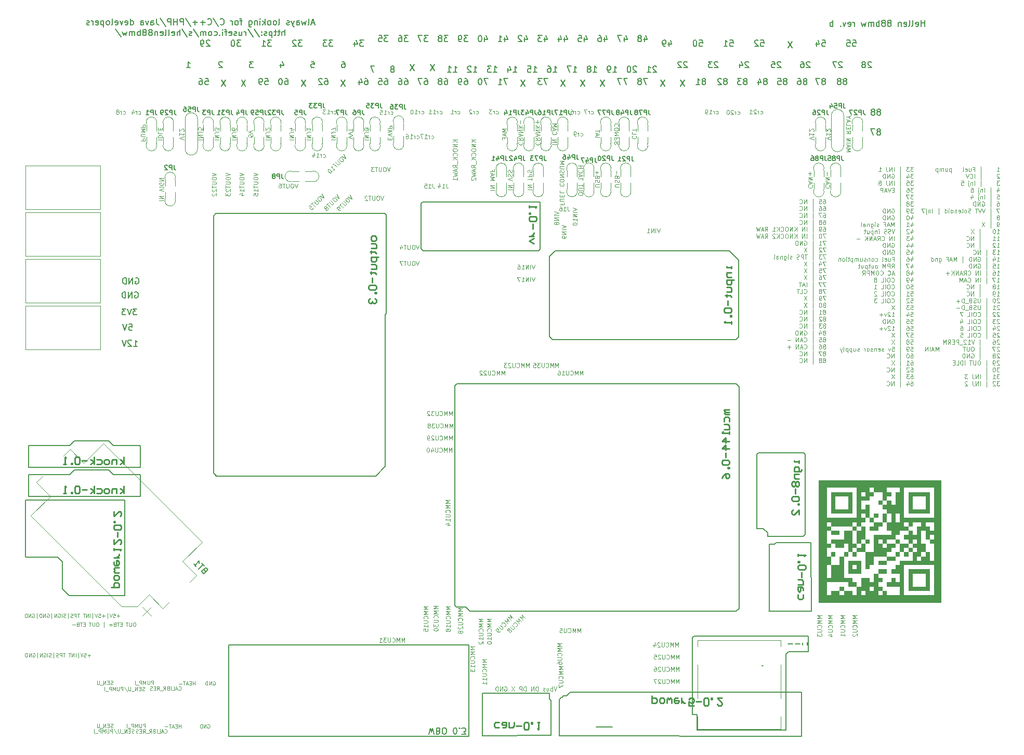
<source format=gbo>
G75*
G70*
%OFA0B0*%
%FSLAX25Y25*%
%IPPOS*%
%LPD*%
%AMOC8*
5,1,8,0,0,1.08239X$1,22.5*
%
%ADD10C,0.00787*%
%ADD113C,0.00591*%
%ADD114C,0.00472*%
%ADD115C,0.00394*%
%ADD116C,0.00500*%
%ADD119C,0.00390*%
%ADD120C,0.00800*%
%ADD122C,0.01000*%
%ADD125C,0.00000*%
X0000000Y0000000D02*
%LPD*%
G01*
D113*
X0263817Y0432354D02*
X0261193Y0428417D01*
X0261193Y0432354D02*
X0263817Y0428417D01*
D115*
X0514859Y0354880D02*
X0514728Y0354748D01*
X0514728Y0354748D02*
X0514597Y0354355D01*
X0514597Y0354355D02*
X0514597Y0354092D01*
X0514597Y0354092D02*
X0514728Y0353698D01*
X0514728Y0353698D02*
X0514991Y0353436D01*
X0514991Y0353436D02*
X0515253Y0353305D01*
X0515253Y0353305D02*
X0515778Y0353174D01*
X0515778Y0353174D02*
X0516172Y0353174D01*
X0516172Y0353174D02*
X0516697Y0353305D01*
X0516697Y0353305D02*
X0516959Y0353436D01*
X0516959Y0353436D02*
X0517222Y0353698D01*
X0517222Y0353698D02*
X0517353Y0354092D01*
X0517353Y0354092D02*
X0517353Y0354355D01*
X0517353Y0354355D02*
X0517222Y0354748D01*
X0517222Y0354748D02*
X0517090Y0354880D01*
X0515384Y0355929D02*
X0515384Y0357242D01*
X0514597Y0355667D02*
X0517353Y0356586D01*
X0517353Y0356586D02*
X0514597Y0357504D01*
X0514597Y0358423D02*
X0517353Y0358423D01*
X0517353Y0358423D02*
X0514597Y0359998D01*
X0514597Y0359998D02*
X0517353Y0359998D01*
X0515647Y0361310D02*
X0515647Y0363410D01*
D113*
X0127803Y0433948D02*
X0127616Y0434135D01*
X0127616Y0434135D02*
X0127241Y0434323D01*
X0127241Y0434323D02*
X0126303Y0434323D01*
X0126303Y0434323D02*
X0125928Y0434135D01*
X0125928Y0434135D02*
X0125741Y0433948D01*
X0125741Y0433948D02*
X0125553Y0433573D01*
X0125553Y0433573D02*
X0125553Y0433198D01*
X0125553Y0433198D02*
X0125741Y0432635D01*
X0125741Y0432635D02*
X0127990Y0430386D01*
X0127990Y0430386D02*
X0125553Y0430386D01*
X0206731Y0422512D02*
X0204106Y0418575D01*
X0204106Y0422512D02*
X0206731Y0418575D01*
D115*
X0118439Y0008747D02*
X0118664Y0008860D01*
X0118664Y0008860D02*
X0119001Y0008860D01*
X0119001Y0008860D02*
X0119338Y0008747D01*
X0119338Y0008747D02*
X0119563Y0008522D01*
X0119563Y0008522D02*
X0119676Y0008297D01*
X0119676Y0008297D02*
X0119788Y0007847D01*
X0119788Y0007847D02*
X0119788Y0007510D01*
X0119788Y0007510D02*
X0119676Y0007060D01*
X0119676Y0007060D02*
X0119563Y0006835D01*
X0119563Y0006835D02*
X0119338Y0006610D01*
X0119338Y0006610D02*
X0119001Y0006498D01*
X0119001Y0006498D02*
X0118776Y0006498D01*
X0118776Y0006498D02*
X0118439Y0006610D01*
X0118439Y0006610D02*
X0118326Y0006723D01*
X0118326Y0006723D02*
X0118326Y0007510D01*
X0118326Y0007510D02*
X0118776Y0007510D01*
X0117314Y0006498D02*
X0117314Y0008860D01*
X0117314Y0008860D02*
X0115964Y0006498D01*
X0115964Y0006498D02*
X0115964Y0008860D01*
X0114839Y0006498D02*
X0114839Y0008860D01*
X0114839Y0008860D02*
X0114277Y0008860D01*
X0114277Y0008860D02*
X0113939Y0008747D01*
X0113939Y0008747D02*
X0113714Y0008522D01*
X0113714Y0008522D02*
X0113602Y0008297D01*
X0113602Y0008297D02*
X0113489Y0007847D01*
X0113489Y0007847D02*
X0113489Y0007510D01*
X0113489Y0007510D02*
X0113602Y0007060D01*
X0113602Y0007060D02*
X0113714Y0006835D01*
X0113714Y0006835D02*
X0113939Y0006610D01*
X0113939Y0006610D02*
X0114277Y0006498D01*
X0114277Y0006498D02*
X0114839Y0006498D01*
X0503836Y0354880D02*
X0503705Y0354748D01*
X0503705Y0354748D02*
X0503573Y0354355D01*
X0503573Y0354355D02*
X0503573Y0354092D01*
X0503573Y0354092D02*
X0503705Y0353698D01*
X0503705Y0353698D02*
X0503967Y0353436D01*
X0503967Y0353436D02*
X0504229Y0353305D01*
X0504229Y0353305D02*
X0504754Y0353174D01*
X0504754Y0353174D02*
X0505148Y0353174D01*
X0505148Y0353174D02*
X0505673Y0353305D01*
X0505673Y0353305D02*
X0505936Y0353436D01*
X0505936Y0353436D02*
X0506198Y0353698D01*
X0506198Y0353698D02*
X0506329Y0354092D01*
X0506329Y0354092D02*
X0506329Y0354355D01*
X0506329Y0354355D02*
X0506198Y0354748D01*
X0506198Y0354748D02*
X0506067Y0354880D01*
X0504361Y0355929D02*
X0504361Y0357242D01*
X0503573Y0355667D02*
X0506329Y0356586D01*
X0506329Y0356586D02*
X0503573Y0357504D01*
X0503573Y0358423D02*
X0506329Y0358423D01*
X0506329Y0358423D02*
X0503573Y0359998D01*
X0503573Y0359998D02*
X0506329Y0359998D01*
X0504623Y0361310D02*
X0504623Y0363410D01*
X0503573Y0362360D02*
X0505673Y0362360D01*
D113*
X0512458Y0448102D02*
X0514333Y0448102D01*
X0514333Y0448102D02*
X0514520Y0446227D01*
X0514520Y0446227D02*
X0514333Y0446415D01*
X0514333Y0446415D02*
X0513958Y0446602D01*
X0513958Y0446602D02*
X0513020Y0446602D01*
X0513020Y0446602D02*
X0512646Y0446415D01*
X0512646Y0446415D02*
X0512458Y0446227D01*
X0512458Y0446227D02*
X0512271Y0445852D01*
X0512271Y0445852D02*
X0512271Y0444915D01*
X0512271Y0444915D02*
X0512458Y0444540D01*
X0512458Y0444540D02*
X0512646Y0444353D01*
X0512646Y0444353D02*
X0513020Y0444165D01*
X0513020Y0444165D02*
X0513958Y0444165D01*
X0513958Y0444165D02*
X0514333Y0444353D01*
X0514333Y0444353D02*
X0514520Y0444540D01*
X0508896Y0446790D02*
X0508896Y0444165D01*
X0509833Y0448290D02*
X0510771Y0445477D01*
X0510771Y0445477D02*
X0508334Y0445477D01*
X0360086Y0449742D02*
X0360086Y0447118D01*
X0361024Y0451242D02*
X0361961Y0448430D01*
X0361961Y0448430D02*
X0359524Y0448430D01*
X0356149Y0451055D02*
X0358024Y0451055D01*
X0358024Y0451055D02*
X0358212Y0449180D01*
X0358212Y0449180D02*
X0358024Y0449368D01*
X0358024Y0449368D02*
X0357649Y0449555D01*
X0357649Y0449555D02*
X0356712Y0449555D01*
X0356712Y0449555D02*
X0356337Y0449368D01*
X0356337Y0449368D02*
X0356149Y0449180D01*
X0356149Y0449180D02*
X0355962Y0448805D01*
X0355962Y0448805D02*
X0355962Y0447868D01*
X0355962Y0447868D02*
X0356149Y0447493D01*
X0356149Y0447493D02*
X0356337Y0447305D01*
X0356337Y0447305D02*
X0356712Y0447118D01*
X0356712Y0447118D02*
X0357649Y0447118D01*
X0357649Y0447118D02*
X0358024Y0447305D01*
X0358024Y0447305D02*
X0358212Y0447493D01*
X0285377Y0451055D02*
X0282940Y0451055D01*
X0282940Y0451055D02*
X0284252Y0449555D01*
X0284252Y0449555D02*
X0283690Y0449555D01*
X0283690Y0449555D02*
X0283315Y0449368D01*
X0283315Y0449368D02*
X0283127Y0449180D01*
X0283127Y0449180D02*
X0282940Y0448805D01*
X0282940Y0448805D02*
X0282940Y0447868D01*
X0282940Y0447868D02*
X0283127Y0447493D01*
X0283127Y0447493D02*
X0283315Y0447305D01*
X0283315Y0447305D02*
X0283690Y0447118D01*
X0283690Y0447118D02*
X0284815Y0447118D01*
X0284815Y0447118D02*
X0285190Y0447305D01*
X0285190Y0447305D02*
X0285377Y0447493D01*
X0281065Y0447118D02*
X0280315Y0447118D01*
X0280315Y0447118D02*
X0279940Y0447305D01*
X0279940Y0447305D02*
X0279753Y0447493D01*
X0279753Y0447493D02*
X0279378Y0448055D01*
X0279378Y0448055D02*
X0279190Y0448805D01*
X0279190Y0448805D02*
X0279190Y0450305D01*
X0279190Y0450305D02*
X0279378Y0450680D01*
X0279378Y0450680D02*
X0279565Y0450867D01*
X0279565Y0450867D02*
X0279940Y0451055D01*
X0279940Y0451055D02*
X0280690Y0451055D01*
X0280690Y0451055D02*
X0281065Y0450867D01*
X0281065Y0450867D02*
X0281253Y0450680D01*
X0281253Y0450680D02*
X0281440Y0450305D01*
X0281440Y0450305D02*
X0281440Y0449368D01*
X0281440Y0449368D02*
X0281253Y0448993D01*
X0281253Y0448993D02*
X0281065Y0448805D01*
X0281065Y0448805D02*
X0280690Y0448618D01*
X0280690Y0448618D02*
X0279940Y0448618D01*
X0279940Y0448618D02*
X0279565Y0448805D01*
X0279565Y0448805D02*
X0279378Y0448993D01*
X0279378Y0448993D02*
X0279190Y0449368D01*
X0251022Y0432354D02*
X0248397Y0428417D01*
X0248397Y0432354D02*
X0251022Y0428417D01*
D115*
X0057584Y0034563D02*
X0057246Y0034450D01*
X0057246Y0034450D02*
X0056684Y0034450D01*
X0056684Y0034450D02*
X0056459Y0034563D01*
X0056459Y0034563D02*
X0056346Y0034675D01*
X0056346Y0034675D02*
X0056234Y0034900D01*
X0056234Y0034900D02*
X0056234Y0035125D01*
X0056234Y0035125D02*
X0056346Y0035350D01*
X0056346Y0035350D02*
X0056459Y0035463D01*
X0056459Y0035463D02*
X0056684Y0035575D01*
X0056684Y0035575D02*
X0057134Y0035688D01*
X0057134Y0035688D02*
X0057359Y0035800D01*
X0057359Y0035800D02*
X0057471Y0035913D01*
X0057471Y0035913D02*
X0057584Y0036138D01*
X0057584Y0036138D02*
X0057584Y0036363D01*
X0057584Y0036363D02*
X0057471Y0036588D01*
X0057471Y0036588D02*
X0057359Y0036700D01*
X0057359Y0036700D02*
X0057134Y0036813D01*
X0057134Y0036813D02*
X0056571Y0036813D01*
X0056571Y0036813D02*
X0056234Y0036700D01*
X0055221Y0035688D02*
X0054434Y0035688D01*
X0054097Y0034450D02*
X0055221Y0034450D01*
X0055221Y0034450D02*
X0055221Y0036813D01*
X0055221Y0036813D02*
X0054097Y0036813D01*
X0053084Y0034450D02*
X0053084Y0036813D01*
X0053084Y0036813D02*
X0051734Y0034450D01*
X0051734Y0034450D02*
X0051734Y0036813D01*
X0051172Y0034225D02*
X0049372Y0034225D01*
X0048810Y0036813D02*
X0048810Y0034900D01*
X0048810Y0034900D02*
X0048697Y0034675D01*
X0048697Y0034675D02*
X0048585Y0034563D01*
X0048585Y0034563D02*
X0048360Y0034450D01*
X0048360Y0034450D02*
X0047910Y0034450D01*
X0047910Y0034450D02*
X0047685Y0034563D01*
X0047685Y0034563D02*
X0047572Y0034675D01*
X0047572Y0034675D02*
X0047460Y0034900D01*
X0047460Y0034900D02*
X0047460Y0036813D01*
X0071560Y0074214D02*
X0071110Y0074214D01*
X0071110Y0074214D02*
X0070885Y0074102D01*
X0070885Y0074102D02*
X0070660Y0073877D01*
X0070660Y0073877D02*
X0070548Y0073427D01*
X0070548Y0073427D02*
X0070548Y0072639D01*
X0070548Y0072639D02*
X0070660Y0072189D01*
X0070660Y0072189D02*
X0070885Y0071964D01*
X0070885Y0071964D02*
X0071110Y0071852D01*
X0071110Y0071852D02*
X0071560Y0071852D01*
X0071560Y0071852D02*
X0071785Y0071964D01*
X0071785Y0071964D02*
X0072010Y0072189D01*
X0072010Y0072189D02*
X0072122Y0072639D01*
X0072122Y0072639D02*
X0072122Y0073427D01*
X0072122Y0073427D02*
X0072010Y0073877D01*
X0072010Y0073877D02*
X0071785Y0074102D01*
X0071785Y0074102D02*
X0071560Y0074214D01*
X0069535Y0074214D02*
X0069535Y0072302D01*
X0069535Y0072302D02*
X0069423Y0072077D01*
X0069423Y0072077D02*
X0069310Y0071964D01*
X0069310Y0071964D02*
X0069085Y0071852D01*
X0069085Y0071852D02*
X0068635Y0071852D01*
X0068635Y0071852D02*
X0068410Y0071964D01*
X0068410Y0071964D02*
X0068298Y0072077D01*
X0068298Y0072077D02*
X0068185Y0072302D01*
X0068185Y0072302D02*
X0068185Y0074214D01*
X0067398Y0074214D02*
X0066048Y0074214D01*
X0066723Y0071852D02*
X0066723Y0074214D01*
X0063461Y0073089D02*
X0062674Y0073089D01*
X0062336Y0071852D02*
X0063461Y0071852D01*
X0063461Y0071852D02*
X0063461Y0074214D01*
X0063461Y0074214D02*
X0062336Y0074214D01*
X0061661Y0074214D02*
X0060311Y0074214D01*
X0060986Y0071852D02*
X0060986Y0074214D01*
X0058737Y0073089D02*
X0058399Y0072977D01*
X0058399Y0072977D02*
X0058287Y0072864D01*
X0058287Y0072864D02*
X0058174Y0072639D01*
X0058174Y0072639D02*
X0058174Y0072302D01*
X0058174Y0072302D02*
X0058287Y0072077D01*
X0058287Y0072077D02*
X0058399Y0071964D01*
X0058399Y0071964D02*
X0058624Y0071852D01*
X0058624Y0071852D02*
X0059524Y0071852D01*
X0059524Y0071852D02*
X0059524Y0074214D01*
X0059524Y0074214D02*
X0058737Y0074214D01*
X0058737Y0074214D02*
X0058512Y0074102D01*
X0058512Y0074102D02*
X0058399Y0073989D01*
X0058399Y0073989D02*
X0058287Y0073764D01*
X0058287Y0073764D02*
X0058287Y0073539D01*
X0058287Y0073539D02*
X0058399Y0073314D01*
X0058399Y0073314D02*
X0058512Y0073202D01*
X0058512Y0073202D02*
X0058737Y0073089D01*
X0058737Y0073089D02*
X0059524Y0073089D01*
X0057162Y0072752D02*
X0055362Y0072752D01*
X0056262Y0071852D02*
X0056262Y0073652D01*
X0051875Y0071064D02*
X0051875Y0074439D01*
X0047938Y0074214D02*
X0047488Y0074214D01*
X0047488Y0074214D02*
X0047263Y0074102D01*
X0047263Y0074102D02*
X0047038Y0073877D01*
X0047038Y0073877D02*
X0046926Y0073427D01*
X0046926Y0073427D02*
X0046926Y0072639D01*
X0046926Y0072639D02*
X0047038Y0072189D01*
X0047038Y0072189D02*
X0047263Y0071964D01*
X0047263Y0071964D02*
X0047488Y0071852D01*
X0047488Y0071852D02*
X0047938Y0071852D01*
X0047938Y0071852D02*
X0048163Y0071964D01*
X0048163Y0071964D02*
X0048388Y0072189D01*
X0048388Y0072189D02*
X0048500Y0072639D01*
X0048500Y0072639D02*
X0048500Y0073427D01*
X0048500Y0073427D02*
X0048388Y0073877D01*
X0048388Y0073877D02*
X0048163Y0074102D01*
X0048163Y0074102D02*
X0047938Y0074214D01*
X0045913Y0074214D02*
X0045913Y0072302D01*
X0045913Y0072302D02*
X0045801Y0072077D01*
X0045801Y0072077D02*
X0045688Y0071964D01*
X0045688Y0071964D02*
X0045463Y0071852D01*
X0045463Y0071852D02*
X0045013Y0071852D01*
X0045013Y0071852D02*
X0044788Y0071964D01*
X0044788Y0071964D02*
X0044676Y0072077D01*
X0044676Y0072077D02*
X0044563Y0072302D01*
X0044563Y0072302D02*
X0044563Y0074214D01*
X0043776Y0074214D02*
X0042426Y0074214D01*
X0043101Y0071852D02*
X0043101Y0074214D01*
X0039839Y0073089D02*
X0039052Y0073089D01*
X0038714Y0071852D02*
X0039839Y0071852D01*
X0039839Y0071852D02*
X0039839Y0074214D01*
X0039839Y0074214D02*
X0038714Y0074214D01*
X0038039Y0074214D02*
X0036689Y0074214D01*
X0037364Y0071852D02*
X0037364Y0074214D01*
X0035115Y0073089D02*
X0034777Y0072977D01*
X0034777Y0072977D02*
X0034665Y0072864D01*
X0034665Y0072864D02*
X0034552Y0072639D01*
X0034552Y0072639D02*
X0034552Y0072302D01*
X0034552Y0072302D02*
X0034665Y0072077D01*
X0034665Y0072077D02*
X0034777Y0071964D01*
X0034777Y0071964D02*
X0035002Y0071852D01*
X0035002Y0071852D02*
X0035902Y0071852D01*
X0035902Y0071852D02*
X0035902Y0074214D01*
X0035902Y0074214D02*
X0035115Y0074214D01*
X0035115Y0074214D02*
X0034890Y0074102D01*
X0034890Y0074102D02*
X0034777Y0073989D01*
X0034777Y0073989D02*
X0034665Y0073764D01*
X0034665Y0073764D02*
X0034665Y0073539D01*
X0034665Y0073539D02*
X0034777Y0073314D01*
X0034777Y0073314D02*
X0034890Y0073202D01*
X0034890Y0073202D02*
X0035115Y0073089D01*
X0035115Y0073089D02*
X0035902Y0073089D01*
X0033540Y0072752D02*
X0031740Y0072752D01*
X0218928Y0384079D02*
X0221684Y0384079D01*
X0218928Y0385391D02*
X0221684Y0385391D01*
X0221684Y0385391D02*
X0218928Y0386966D01*
X0218928Y0386966D02*
X0221684Y0386966D01*
X0221684Y0389066D02*
X0219715Y0389066D01*
X0219715Y0389066D02*
X0219321Y0388935D01*
X0219321Y0388935D02*
X0219059Y0388672D01*
X0219059Y0388672D02*
X0218928Y0388279D01*
X0218928Y0388279D02*
X0218928Y0388016D01*
X0220502Y0390772D02*
X0220634Y0390509D01*
X0220634Y0390509D02*
X0220765Y0390378D01*
X0220765Y0390378D02*
X0221027Y0390247D01*
X0221027Y0390247D02*
X0221159Y0390247D01*
X0221159Y0390247D02*
X0221421Y0390378D01*
X0221421Y0390378D02*
X0221552Y0390509D01*
X0221552Y0390509D02*
X0221684Y0390772D01*
X0221684Y0390772D02*
X0221684Y0391297D01*
X0221684Y0391297D02*
X0221552Y0391559D01*
X0221552Y0391559D02*
X0221421Y0391691D01*
X0221421Y0391691D02*
X0221159Y0391822D01*
X0221159Y0391822D02*
X0221027Y0391822D01*
X0221027Y0391822D02*
X0220765Y0391691D01*
X0220765Y0391691D02*
X0220634Y0391559D01*
X0220634Y0391559D02*
X0220502Y0391297D01*
X0220502Y0391297D02*
X0220502Y0390772D01*
X0220502Y0390772D02*
X0220371Y0390509D01*
X0220371Y0390509D02*
X0220240Y0390378D01*
X0220240Y0390378D02*
X0219978Y0390247D01*
X0219978Y0390247D02*
X0219453Y0390247D01*
X0219453Y0390247D02*
X0219190Y0390378D01*
X0219190Y0390378D02*
X0219059Y0390509D01*
X0219059Y0390509D02*
X0218928Y0390772D01*
X0218928Y0390772D02*
X0218928Y0391297D01*
X0218928Y0391297D02*
X0219059Y0391559D01*
X0219059Y0391559D02*
X0219190Y0391691D01*
X0219190Y0391691D02*
X0219453Y0391822D01*
X0219453Y0391822D02*
X0219978Y0391822D01*
X0219978Y0391822D02*
X0220240Y0391691D01*
X0220240Y0391691D02*
X0220371Y0391559D01*
X0220371Y0391559D02*
X0220502Y0391297D01*
X0077831Y0030626D02*
X0077494Y0030513D01*
X0077494Y0030513D02*
X0076931Y0030513D01*
X0076931Y0030513D02*
X0076706Y0030626D01*
X0076706Y0030626D02*
X0076594Y0030738D01*
X0076594Y0030738D02*
X0076481Y0030963D01*
X0076481Y0030963D02*
X0076481Y0031188D01*
X0076481Y0031188D02*
X0076594Y0031413D01*
X0076594Y0031413D02*
X0076706Y0031526D01*
X0076706Y0031526D02*
X0076931Y0031638D01*
X0076931Y0031638D02*
X0077381Y0031751D01*
X0077381Y0031751D02*
X0077606Y0031863D01*
X0077606Y0031863D02*
X0077719Y0031976D01*
X0077719Y0031976D02*
X0077831Y0032201D01*
X0077831Y0032201D02*
X0077831Y0032426D01*
X0077831Y0032426D02*
X0077719Y0032651D01*
X0077719Y0032651D02*
X0077606Y0032763D01*
X0077606Y0032763D02*
X0077381Y0032875D01*
X0077381Y0032875D02*
X0076819Y0032875D01*
X0076819Y0032875D02*
X0076481Y0032763D01*
X0075469Y0031751D02*
X0074682Y0031751D01*
X0074344Y0030513D02*
X0075469Y0030513D01*
X0075469Y0030513D02*
X0075469Y0032875D01*
X0075469Y0032875D02*
X0074344Y0032875D01*
X0073332Y0030513D02*
X0073332Y0032875D01*
X0073332Y0032875D02*
X0071982Y0030513D01*
X0071982Y0030513D02*
X0071982Y0032875D01*
X0071419Y0030288D02*
X0069620Y0030288D01*
X0069057Y0032875D02*
X0069057Y0030963D01*
X0069057Y0030963D02*
X0068945Y0030738D01*
X0068945Y0030738D02*
X0068832Y0030626D01*
X0068832Y0030626D02*
X0068607Y0030513D01*
X0068607Y0030513D02*
X0068157Y0030513D01*
X0068157Y0030513D02*
X0067932Y0030626D01*
X0067932Y0030626D02*
X0067820Y0030738D01*
X0067820Y0030738D02*
X0067707Y0030963D01*
X0067707Y0030963D02*
X0067707Y0032875D01*
X0064895Y0032988D02*
X0066920Y0029951D01*
X0064108Y0030513D02*
X0064108Y0032875D01*
X0064108Y0032875D02*
X0063208Y0032875D01*
X0063208Y0032875D02*
X0062983Y0032763D01*
X0062983Y0032763D02*
X0062871Y0032651D01*
X0062871Y0032651D02*
X0062758Y0032426D01*
X0062758Y0032426D02*
X0062758Y0032088D01*
X0062758Y0032088D02*
X0062871Y0031863D01*
X0062871Y0031863D02*
X0062983Y0031751D01*
X0062983Y0031751D02*
X0063208Y0031638D01*
X0063208Y0031638D02*
X0064108Y0031638D01*
X0061746Y0032875D02*
X0061746Y0030963D01*
X0061746Y0030963D02*
X0061633Y0030738D01*
X0061633Y0030738D02*
X0061521Y0030626D01*
X0061521Y0030626D02*
X0061296Y0030513D01*
X0061296Y0030513D02*
X0060846Y0030513D01*
X0060846Y0030513D02*
X0060621Y0030626D01*
X0060621Y0030626D02*
X0060508Y0030738D01*
X0060508Y0030738D02*
X0060396Y0030963D01*
X0060396Y0030963D02*
X0060396Y0032875D01*
X0059271Y0030513D02*
X0059271Y0032875D01*
X0059271Y0032875D02*
X0058484Y0031188D01*
X0058484Y0031188D02*
X0057696Y0032875D01*
X0057696Y0032875D02*
X0057696Y0030513D01*
X0056571Y0030513D02*
X0056571Y0032875D01*
X0056571Y0032875D02*
X0055671Y0032875D01*
X0055671Y0032875D02*
X0055446Y0032763D01*
X0055446Y0032763D02*
X0055334Y0032651D01*
X0055334Y0032651D02*
X0055221Y0032426D01*
X0055221Y0032426D02*
X0055221Y0032088D01*
X0055221Y0032088D02*
X0055334Y0031863D01*
X0055334Y0031863D02*
X0055446Y0031751D01*
X0055446Y0031751D02*
X0055671Y0031638D01*
X0055671Y0031638D02*
X0056571Y0031638D01*
X0054772Y0030288D02*
X0052972Y0030288D01*
X0052409Y0030513D02*
X0052409Y0032875D01*
D113*
X0489164Y0421808D02*
X0489539Y0421996D01*
X0489539Y0421996D02*
X0489727Y0422183D01*
X0489727Y0422183D02*
X0489914Y0422558D01*
X0489914Y0422558D02*
X0489914Y0422746D01*
X0489914Y0422746D02*
X0489727Y0423121D01*
X0489727Y0423121D02*
X0489539Y0423308D01*
X0489539Y0423308D02*
X0489164Y0423496D01*
X0489164Y0423496D02*
X0488414Y0423496D01*
X0488414Y0423496D02*
X0488039Y0423308D01*
X0488039Y0423308D02*
X0487852Y0423121D01*
X0487852Y0423121D02*
X0487664Y0422746D01*
X0487664Y0422746D02*
X0487664Y0422558D01*
X0487664Y0422558D02*
X0487852Y0422183D01*
X0487852Y0422183D02*
X0488039Y0421996D01*
X0488039Y0421996D02*
X0488414Y0421808D01*
X0488414Y0421808D02*
X0489164Y0421808D01*
X0489164Y0421808D02*
X0489539Y0421621D01*
X0489539Y0421621D02*
X0489727Y0421434D01*
X0489727Y0421434D02*
X0489914Y0421059D01*
X0489914Y0421059D02*
X0489914Y0420309D01*
X0489914Y0420309D02*
X0489727Y0419934D01*
X0489727Y0419934D02*
X0489539Y0419746D01*
X0489539Y0419746D02*
X0489164Y0419559D01*
X0489164Y0419559D02*
X0488414Y0419559D01*
X0488414Y0419559D02*
X0488039Y0419746D01*
X0488039Y0419746D02*
X0487852Y0419934D01*
X0487852Y0419934D02*
X0487664Y0420309D01*
X0487664Y0420309D02*
X0487664Y0421059D01*
X0487664Y0421059D02*
X0487852Y0421434D01*
X0487852Y0421434D02*
X0488039Y0421621D01*
X0488039Y0421621D02*
X0488414Y0421808D01*
X0484102Y0423496D02*
X0485977Y0423496D01*
X0485977Y0423496D02*
X0486164Y0421621D01*
X0486164Y0421621D02*
X0485977Y0421808D01*
X0485977Y0421808D02*
X0485602Y0421996D01*
X0485602Y0421996D02*
X0484665Y0421996D01*
X0484665Y0421996D02*
X0484290Y0421808D01*
X0484290Y0421808D02*
X0484102Y0421621D01*
X0484102Y0421621D02*
X0483915Y0421246D01*
X0483915Y0421246D02*
X0483915Y0420309D01*
X0483915Y0420309D02*
X0484102Y0419934D01*
X0484102Y0419934D02*
X0484290Y0419746D01*
X0484290Y0419746D02*
X0484665Y0419559D01*
X0484665Y0419559D02*
X0485602Y0419559D01*
X0485602Y0419559D02*
X0485977Y0419746D01*
X0485977Y0419746D02*
X0486164Y0419934D01*
X0301641Y0427433D02*
X0303890Y0427433D01*
X0302766Y0427433D02*
X0302766Y0431370D01*
X0302766Y0431370D02*
X0303140Y0430807D01*
X0303140Y0430807D02*
X0303515Y0430432D01*
X0303515Y0430432D02*
X0303890Y0430245D01*
X0300328Y0431370D02*
X0297891Y0431370D01*
X0297891Y0431370D02*
X0299203Y0429870D01*
X0299203Y0429870D02*
X0298641Y0429870D01*
X0298641Y0429870D02*
X0298266Y0429683D01*
X0298266Y0429683D02*
X0298079Y0429495D01*
X0298079Y0429495D02*
X0297891Y0429120D01*
X0297891Y0429120D02*
X0297891Y0428183D01*
X0297891Y0428183D02*
X0298079Y0427808D01*
X0298079Y0427808D02*
X0298266Y0427620D01*
X0298266Y0427620D02*
X0298641Y0427433D01*
X0298641Y0427433D02*
X0299766Y0427433D01*
X0299766Y0427433D02*
X0300141Y0427620D01*
X0300141Y0427620D02*
X0300328Y0427808D01*
X0181140Y0422512D02*
X0178515Y0418575D01*
X0178515Y0422512D02*
X0181140Y0418575D01*
D115*
X0075621Y0383554D02*
X0078376Y0383554D01*
X0078376Y0383554D02*
X0078376Y0384604D01*
X0078376Y0384604D02*
X0078245Y0384866D01*
X0078245Y0384866D02*
X0078114Y0384998D01*
X0078114Y0384998D02*
X0077852Y0385129D01*
X0077852Y0385129D02*
X0077458Y0385129D01*
X0077458Y0385129D02*
X0077195Y0384998D01*
X0077195Y0384998D02*
X0077064Y0384866D01*
X0077064Y0384866D02*
X0076933Y0384604D01*
X0076933Y0384604D02*
X0076933Y0383554D01*
X0078376Y0386310D02*
X0076145Y0386310D01*
X0076145Y0386310D02*
X0075883Y0386441D01*
X0075883Y0386441D02*
X0075752Y0386572D01*
X0075752Y0386572D02*
X0075621Y0386835D01*
X0075621Y0386835D02*
X0075621Y0387360D01*
X0075621Y0387360D02*
X0075752Y0387622D01*
X0075752Y0387622D02*
X0075883Y0387754D01*
X0075883Y0387754D02*
X0076145Y0387885D01*
X0076145Y0387885D02*
X0078376Y0387885D01*
X0075621Y0389197D02*
X0078376Y0389197D01*
X0078376Y0389197D02*
X0076408Y0390116D01*
X0076408Y0390116D02*
X0078376Y0391034D01*
X0078376Y0391034D02*
X0075621Y0391034D01*
X0075621Y0392347D02*
X0078376Y0392347D01*
X0078376Y0392347D02*
X0078376Y0393397D01*
X0078376Y0393397D02*
X0078245Y0393659D01*
X0078245Y0393659D02*
X0078114Y0393790D01*
X0078114Y0393790D02*
X0077852Y0393922D01*
X0077852Y0393922D02*
X0077458Y0393922D01*
X0077458Y0393922D02*
X0077195Y0393790D01*
X0077195Y0393790D02*
X0077064Y0393659D01*
X0077064Y0393659D02*
X0076933Y0393397D01*
X0076933Y0393397D02*
X0076933Y0392347D01*
D113*
X0116789Y0423496D02*
X0118664Y0423496D01*
X0118664Y0423496D02*
X0118851Y0421621D01*
X0118851Y0421621D02*
X0118664Y0421808D01*
X0118664Y0421808D02*
X0118289Y0421996D01*
X0118289Y0421996D02*
X0117351Y0421996D01*
X0117351Y0421996D02*
X0116976Y0421808D01*
X0116976Y0421808D02*
X0116789Y0421621D01*
X0116789Y0421621D02*
X0116601Y0421246D01*
X0116601Y0421246D02*
X0116601Y0420309D01*
X0116601Y0420309D02*
X0116789Y0419934D01*
X0116789Y0419934D02*
X0116976Y0419746D01*
X0116976Y0419746D02*
X0117351Y0419559D01*
X0117351Y0419559D02*
X0118289Y0419559D01*
X0118289Y0419559D02*
X0118664Y0419746D01*
X0118664Y0419746D02*
X0118851Y0419934D01*
X0113227Y0423496D02*
X0113977Y0423496D01*
X0113977Y0423496D02*
X0114352Y0423308D01*
X0114352Y0423308D02*
X0114539Y0423121D01*
X0114539Y0423121D02*
X0114914Y0422558D01*
X0114914Y0422558D02*
X0115101Y0421808D01*
X0115101Y0421808D02*
X0115101Y0420309D01*
X0115101Y0420309D02*
X0114914Y0419934D01*
X0114914Y0419934D02*
X0114727Y0419746D01*
X0114727Y0419746D02*
X0114352Y0419559D01*
X0114352Y0419559D02*
X0113602Y0419559D01*
X0113602Y0419559D02*
X0113227Y0419746D01*
X0113227Y0419746D02*
X0113039Y0419934D01*
X0113039Y0419934D02*
X0112852Y0420309D01*
X0112852Y0420309D02*
X0112852Y0421246D01*
X0112852Y0421246D02*
X0113039Y0421621D01*
X0113039Y0421621D02*
X0113227Y0421808D01*
X0113227Y0421808D02*
X0113602Y0421996D01*
X0113602Y0421996D02*
X0114352Y0421996D01*
X0114352Y0421996D02*
X0114727Y0421808D01*
X0114727Y0421808D02*
X0114914Y0421621D01*
X0114914Y0421621D02*
X0115101Y0421246D01*
D115*
X0323652Y0352154D02*
X0326408Y0352154D01*
X0323652Y0353466D02*
X0326408Y0353466D01*
X0326408Y0353466D02*
X0323652Y0355041D01*
X0323652Y0355041D02*
X0326408Y0355041D01*
X0326408Y0358060D02*
X0326408Y0359634D01*
X0323652Y0358847D02*
X0326408Y0358847D01*
X0323652Y0360553D02*
X0326408Y0360553D01*
X0326408Y0360553D02*
X0326408Y0361603D01*
X0326408Y0361603D02*
X0326277Y0361865D01*
X0326277Y0361865D02*
X0326145Y0361997D01*
X0326145Y0361997D02*
X0325883Y0362128D01*
X0325883Y0362128D02*
X0325489Y0362128D01*
X0325489Y0362128D02*
X0325227Y0361997D01*
X0325227Y0361997D02*
X0325096Y0361865D01*
X0325096Y0361865D02*
X0324964Y0361603D01*
X0324964Y0361603D02*
X0324964Y0360553D01*
X0323783Y0363178D02*
X0323652Y0363571D01*
X0323652Y0363571D02*
X0323652Y0364227D01*
X0323652Y0364227D02*
X0323783Y0364490D01*
X0323783Y0364490D02*
X0323915Y0364621D01*
X0323915Y0364621D02*
X0324177Y0364752D01*
X0324177Y0364752D02*
X0324439Y0364752D01*
X0324439Y0364752D02*
X0324702Y0364621D01*
X0324702Y0364621D02*
X0324833Y0364490D01*
X0324833Y0364490D02*
X0324964Y0364227D01*
X0324964Y0364227D02*
X0325096Y0363703D01*
X0325096Y0363703D02*
X0325227Y0363440D01*
X0325227Y0363440D02*
X0325358Y0363309D01*
X0325358Y0363309D02*
X0325621Y0363178D01*
X0325621Y0363178D02*
X0325883Y0363178D01*
X0325883Y0363178D02*
X0326145Y0363309D01*
X0326145Y0363309D02*
X0326277Y0363440D01*
X0326277Y0363440D02*
X0326408Y0363703D01*
X0326408Y0363703D02*
X0326408Y0364359D01*
X0326408Y0364359D02*
X0326277Y0364752D01*
D113*
X0549120Y0389375D02*
X0549495Y0389562D01*
X0549495Y0389562D02*
X0549683Y0389750D01*
X0549683Y0389750D02*
X0549870Y0390125D01*
X0549870Y0390125D02*
X0549870Y0390312D01*
X0549870Y0390312D02*
X0549683Y0390687D01*
X0549683Y0390687D02*
X0549495Y0390874D01*
X0549495Y0390874D02*
X0549120Y0391062D01*
X0549120Y0391062D02*
X0548371Y0391062D01*
X0548371Y0391062D02*
X0547996Y0390874D01*
X0547996Y0390874D02*
X0547808Y0390687D01*
X0547808Y0390687D02*
X0547621Y0390312D01*
X0547621Y0390312D02*
X0547621Y0390125D01*
X0547621Y0390125D02*
X0547808Y0389750D01*
X0547808Y0389750D02*
X0547996Y0389562D01*
X0547996Y0389562D02*
X0548371Y0389375D01*
X0548371Y0389375D02*
X0549120Y0389375D01*
X0549120Y0389375D02*
X0549495Y0389187D01*
X0549495Y0389187D02*
X0549683Y0389000D01*
X0549683Y0389000D02*
X0549870Y0388625D01*
X0549870Y0388625D02*
X0549870Y0387875D01*
X0549870Y0387875D02*
X0549683Y0387500D01*
X0549683Y0387500D02*
X0549495Y0387312D01*
X0549495Y0387312D02*
X0549120Y0387125D01*
X0549120Y0387125D02*
X0548371Y0387125D01*
X0548371Y0387125D02*
X0547996Y0387312D01*
X0547996Y0387312D02*
X0547808Y0387500D01*
X0547808Y0387500D02*
X0547621Y0387875D01*
X0547621Y0387875D02*
X0547621Y0388625D01*
X0547621Y0388625D02*
X0547808Y0389000D01*
X0547808Y0389000D02*
X0547996Y0389187D01*
X0547996Y0389187D02*
X0548371Y0389375D01*
X0546308Y0391062D02*
X0543684Y0391062D01*
X0543684Y0391062D02*
X0545371Y0387125D01*
X0544048Y0433948D02*
X0543860Y0434135D01*
X0543860Y0434135D02*
X0543485Y0434323D01*
X0543485Y0434323D02*
X0542548Y0434323D01*
X0542548Y0434323D02*
X0542173Y0434135D01*
X0542173Y0434135D02*
X0541986Y0433948D01*
X0541986Y0433948D02*
X0541798Y0433573D01*
X0541798Y0433573D02*
X0541798Y0433198D01*
X0541798Y0433198D02*
X0541986Y0432635D01*
X0541986Y0432635D02*
X0544235Y0430386D01*
X0544235Y0430386D02*
X0541798Y0430386D01*
X0539548Y0432635D02*
X0539923Y0432823D01*
X0539923Y0432823D02*
X0540111Y0433010D01*
X0540111Y0433010D02*
X0540298Y0433385D01*
X0540298Y0433385D02*
X0540298Y0433573D01*
X0540298Y0433573D02*
X0540111Y0433948D01*
X0540111Y0433948D02*
X0539923Y0434135D01*
X0539923Y0434135D02*
X0539548Y0434323D01*
X0539548Y0434323D02*
X0538799Y0434323D01*
X0538799Y0434323D02*
X0538424Y0434135D01*
X0538424Y0434135D02*
X0538236Y0433948D01*
X0538236Y0433948D02*
X0538049Y0433573D01*
X0538049Y0433573D02*
X0538049Y0433385D01*
X0538049Y0433385D02*
X0538236Y0433010D01*
X0538236Y0433010D02*
X0538424Y0432823D01*
X0538424Y0432823D02*
X0538799Y0432635D01*
X0538799Y0432635D02*
X0539548Y0432635D01*
X0539548Y0432635D02*
X0539923Y0432448D01*
X0539923Y0432448D02*
X0540111Y0432260D01*
X0540111Y0432260D02*
X0540298Y0431885D01*
X0540298Y0431885D02*
X0540298Y0431135D01*
X0540298Y0431135D02*
X0540111Y0430760D01*
X0540111Y0430760D02*
X0539923Y0430573D01*
X0539923Y0430573D02*
X0539548Y0430386D01*
X0539548Y0430386D02*
X0538799Y0430386D01*
X0538799Y0430386D02*
X0538424Y0430573D01*
X0538424Y0430573D02*
X0538236Y0430760D01*
X0538236Y0430760D02*
X0538049Y0431135D01*
X0538049Y0431135D02*
X0538049Y0431885D01*
X0538049Y0431885D02*
X0538236Y0432260D01*
X0538236Y0432260D02*
X0538424Y0432448D01*
X0538424Y0432448D02*
X0538799Y0432635D01*
X0234196Y0451055D02*
X0231759Y0451055D01*
X0231759Y0451055D02*
X0233071Y0449555D01*
X0233071Y0449555D02*
X0232509Y0449555D01*
X0232509Y0449555D02*
X0232134Y0449368D01*
X0232134Y0449368D02*
X0231946Y0449180D01*
X0231946Y0449180D02*
X0231759Y0448805D01*
X0231759Y0448805D02*
X0231759Y0447868D01*
X0231759Y0447868D02*
X0231946Y0447493D01*
X0231946Y0447493D02*
X0232134Y0447305D01*
X0232134Y0447305D02*
X0232509Y0447118D01*
X0232509Y0447118D02*
X0233634Y0447118D01*
X0233634Y0447118D02*
X0234008Y0447305D01*
X0234008Y0447305D02*
X0234196Y0447493D01*
X0228197Y0451055D02*
X0230071Y0451055D01*
X0230071Y0451055D02*
X0230259Y0449180D01*
X0230259Y0449180D02*
X0230071Y0449368D01*
X0230071Y0449368D02*
X0229697Y0449555D01*
X0229697Y0449555D02*
X0228759Y0449555D01*
X0228759Y0449555D02*
X0228384Y0449368D01*
X0228384Y0449368D02*
X0228197Y0449180D01*
X0228197Y0449180D02*
X0228009Y0448805D01*
X0228009Y0448805D02*
X0228009Y0447868D01*
X0228009Y0447868D02*
X0228197Y0447493D01*
X0228197Y0447493D02*
X0228384Y0447305D01*
X0228384Y0447305D02*
X0228759Y0447118D01*
X0228759Y0447118D02*
X0229697Y0447118D01*
X0229697Y0447118D02*
X0230071Y0447305D01*
X0230071Y0447305D02*
X0230259Y0447493D01*
D115*
X0382313Y0353961D02*
X0380082Y0353961D01*
X0380082Y0353961D02*
X0379820Y0354092D01*
X0379820Y0354092D02*
X0379689Y0354223D01*
X0379689Y0354223D02*
X0379558Y0354486D01*
X0379558Y0354486D02*
X0379558Y0355011D01*
X0379558Y0355011D02*
X0379689Y0355273D01*
X0379689Y0355273D02*
X0379820Y0355405D01*
X0379820Y0355405D02*
X0380082Y0355536D01*
X0380082Y0355536D02*
X0382313Y0355536D01*
X0379689Y0356717D02*
X0379558Y0357111D01*
X0379558Y0357111D02*
X0379558Y0357767D01*
X0379558Y0357767D02*
X0379689Y0358029D01*
X0379689Y0358029D02*
X0379820Y0358160D01*
X0379820Y0358160D02*
X0380082Y0358292D01*
X0380082Y0358292D02*
X0380345Y0358292D01*
X0380345Y0358292D02*
X0380607Y0358160D01*
X0380607Y0358160D02*
X0380739Y0358029D01*
X0380739Y0358029D02*
X0380870Y0357767D01*
X0380870Y0357767D02*
X0381001Y0357242D01*
X0381001Y0357242D02*
X0381132Y0356979D01*
X0381132Y0356979D02*
X0381264Y0356848D01*
X0381264Y0356848D02*
X0381526Y0356717D01*
X0381526Y0356717D02*
X0381789Y0356717D01*
X0381789Y0356717D02*
X0382051Y0356848D01*
X0382051Y0356848D02*
X0382182Y0356979D01*
X0382182Y0356979D02*
X0382313Y0357242D01*
X0382313Y0357242D02*
X0382313Y0357898D01*
X0382313Y0357898D02*
X0382182Y0358292D01*
X0381001Y0360391D02*
X0380870Y0360785D01*
X0380870Y0360785D02*
X0380739Y0360916D01*
X0380739Y0360916D02*
X0380476Y0361048D01*
X0380476Y0361048D02*
X0380082Y0361048D01*
X0380082Y0361048D02*
X0379820Y0360916D01*
X0379820Y0360916D02*
X0379689Y0360785D01*
X0379689Y0360785D02*
X0379558Y0360523D01*
X0379558Y0360523D02*
X0379558Y0359473D01*
X0379558Y0359473D02*
X0382313Y0359473D01*
X0382313Y0359473D02*
X0382313Y0360391D01*
X0382313Y0360391D02*
X0382182Y0360654D01*
X0382182Y0360654D02*
X0382051Y0360785D01*
X0382051Y0360785D02*
X0381789Y0360916D01*
X0381789Y0360916D02*
X0381526Y0360916D01*
X0381526Y0360916D02*
X0381264Y0360785D01*
X0381264Y0360785D02*
X0381132Y0360654D01*
X0381132Y0360654D02*
X0381001Y0360391D01*
X0381001Y0360391D02*
X0381001Y0359473D01*
X0380607Y0362229D02*
X0380607Y0364328D01*
X0299636Y0351961D02*
X0302392Y0351961D01*
X0299636Y0353273D02*
X0302392Y0353273D01*
X0302392Y0353273D02*
X0299636Y0354848D01*
X0299636Y0354848D02*
X0302392Y0354848D01*
X0299636Y0358260D02*
X0302392Y0358260D01*
X0302392Y0358260D02*
X0300424Y0359179D01*
X0300424Y0359179D02*
X0302392Y0360097D01*
X0302392Y0360097D02*
X0299636Y0360097D01*
X0300424Y0361278D02*
X0300424Y0362591D01*
X0299636Y0361016D02*
X0302392Y0361934D01*
X0302392Y0361934D02*
X0299636Y0362853D01*
X0301080Y0364690D02*
X0301080Y0363772D01*
X0299636Y0363772D02*
X0302392Y0363772D01*
X0302392Y0363772D02*
X0302392Y0365084D01*
D113*
X0225431Y0431370D02*
X0222807Y0431370D01*
X0222807Y0431370D02*
X0224494Y0427433D01*
X0513770Y0421808D02*
X0514145Y0421996D01*
X0514145Y0421996D02*
X0514333Y0422183D01*
X0514333Y0422183D02*
X0514520Y0422558D01*
X0514520Y0422558D02*
X0514520Y0422746D01*
X0514520Y0422746D02*
X0514333Y0423121D01*
X0514333Y0423121D02*
X0514145Y0423308D01*
X0514145Y0423308D02*
X0513770Y0423496D01*
X0513770Y0423496D02*
X0513020Y0423496D01*
X0513020Y0423496D02*
X0512646Y0423308D01*
X0512646Y0423308D02*
X0512458Y0423121D01*
X0512458Y0423121D02*
X0512271Y0422746D01*
X0512271Y0422746D02*
X0512271Y0422558D01*
X0512271Y0422558D02*
X0512458Y0422183D01*
X0512458Y0422183D02*
X0512646Y0421996D01*
X0512646Y0421996D02*
X0513020Y0421808D01*
X0513020Y0421808D02*
X0513770Y0421808D01*
X0513770Y0421808D02*
X0514145Y0421621D01*
X0514145Y0421621D02*
X0514333Y0421434D01*
X0514333Y0421434D02*
X0514520Y0421059D01*
X0514520Y0421059D02*
X0514520Y0420309D01*
X0514520Y0420309D02*
X0514333Y0419934D01*
X0514333Y0419934D02*
X0514145Y0419746D01*
X0514145Y0419746D02*
X0513770Y0419559D01*
X0513770Y0419559D02*
X0513020Y0419559D01*
X0513020Y0419559D02*
X0512646Y0419746D01*
X0512646Y0419746D02*
X0512458Y0419934D01*
X0512458Y0419934D02*
X0512271Y0420309D01*
X0512271Y0420309D02*
X0512271Y0421059D01*
X0512271Y0421059D02*
X0512458Y0421434D01*
X0512458Y0421434D02*
X0512646Y0421621D01*
X0512646Y0421621D02*
X0513020Y0421808D01*
X0510958Y0423496D02*
X0508334Y0423496D01*
X0508334Y0423496D02*
X0510021Y0419559D01*
D115*
X0507117Y0384342D02*
X0504361Y0385260D01*
X0504361Y0385260D02*
X0507117Y0386179D01*
X0504361Y0388541D02*
X0504361Y0386966D01*
X0504361Y0387754D02*
X0507117Y0387754D01*
X0507117Y0387754D02*
X0506723Y0387491D01*
X0506723Y0387491D02*
X0506460Y0387229D01*
X0506460Y0387229D02*
X0506329Y0386966D01*
X0506854Y0389591D02*
X0506985Y0389722D01*
X0506985Y0389722D02*
X0507117Y0389985D01*
X0507117Y0389985D02*
X0507117Y0390641D01*
X0507117Y0390641D02*
X0506985Y0390903D01*
X0506985Y0390903D02*
X0506854Y0391034D01*
X0506854Y0391034D02*
X0506592Y0391166D01*
X0506592Y0391166D02*
X0506329Y0391166D01*
X0506329Y0391166D02*
X0505936Y0391034D01*
X0505936Y0391034D02*
X0504361Y0389460D01*
X0504361Y0389460D02*
X0504361Y0391166D01*
D113*
X0179078Y0448102D02*
X0176641Y0448102D01*
X0176641Y0448102D02*
X0177953Y0446602D01*
X0177953Y0446602D02*
X0177391Y0446602D01*
X0177391Y0446602D02*
X0177016Y0446415D01*
X0177016Y0446415D02*
X0176828Y0446227D01*
X0176828Y0446227D02*
X0176641Y0445852D01*
X0176641Y0445852D02*
X0176641Y0444915D01*
X0176641Y0444915D02*
X0176828Y0444540D01*
X0176828Y0444540D02*
X0177016Y0444353D01*
X0177016Y0444353D02*
X0177391Y0444165D01*
X0177391Y0444165D02*
X0178515Y0444165D01*
X0178515Y0444165D02*
X0178890Y0444353D01*
X0178890Y0444353D02*
X0179078Y0444540D01*
X0175141Y0447727D02*
X0174953Y0447915D01*
X0174953Y0447915D02*
X0174578Y0448102D01*
X0174578Y0448102D02*
X0173641Y0448102D01*
X0173641Y0448102D02*
X0173266Y0447915D01*
X0173266Y0447915D02*
X0173079Y0447727D01*
X0173079Y0447727D02*
X0172891Y0447352D01*
X0172891Y0447352D02*
X0172891Y0446977D01*
X0172891Y0446977D02*
X0173079Y0446415D01*
X0173079Y0446415D02*
X0175328Y0444165D01*
X0175328Y0444165D02*
X0172891Y0444165D01*
D115*
X0112424Y0384344D02*
X0115180Y0384344D01*
X0112424Y0385656D02*
X0115180Y0385656D01*
X0115180Y0385656D02*
X0112424Y0387231D01*
X0112424Y0387231D02*
X0115180Y0387231D01*
X0115180Y0389330D02*
X0113211Y0389330D01*
X0113211Y0389330D02*
X0112818Y0389199D01*
X0112818Y0389199D02*
X0112555Y0388937D01*
X0112555Y0388937D02*
X0112424Y0388543D01*
X0112424Y0388543D02*
X0112424Y0388281D01*
X0115180Y0391955D02*
X0115180Y0390643D01*
X0115180Y0390643D02*
X0113867Y0390512D01*
X0113867Y0390512D02*
X0113999Y0390643D01*
X0113999Y0390643D02*
X0114130Y0390905D01*
X0114130Y0390905D02*
X0114130Y0391561D01*
X0114130Y0391561D02*
X0113999Y0391824D01*
X0113999Y0391824D02*
X0113867Y0391955D01*
X0113867Y0391955D02*
X0113605Y0392086D01*
X0113605Y0392086D02*
X0112949Y0392086D01*
X0112949Y0392086D02*
X0112686Y0391955D01*
X0112686Y0391955D02*
X0112555Y0391824D01*
X0112555Y0391824D02*
X0112424Y0391561D01*
X0112424Y0391561D02*
X0112424Y0390905D01*
X0112424Y0390905D02*
X0112555Y0390643D01*
X0112555Y0390643D02*
X0112686Y0390512D01*
D113*
X0476369Y0421808D02*
X0476744Y0421996D01*
X0476744Y0421996D02*
X0476931Y0422183D01*
X0476931Y0422183D02*
X0477119Y0422558D01*
X0477119Y0422558D02*
X0477119Y0422746D01*
X0477119Y0422746D02*
X0476931Y0423121D01*
X0476931Y0423121D02*
X0476744Y0423308D01*
X0476744Y0423308D02*
X0476369Y0423496D01*
X0476369Y0423496D02*
X0475619Y0423496D01*
X0475619Y0423496D02*
X0475244Y0423308D01*
X0475244Y0423308D02*
X0475056Y0423121D01*
X0475056Y0423121D02*
X0474869Y0422746D01*
X0474869Y0422746D02*
X0474869Y0422558D01*
X0474869Y0422558D02*
X0475056Y0422183D01*
X0475056Y0422183D02*
X0475244Y0421996D01*
X0475244Y0421996D02*
X0475619Y0421808D01*
X0475619Y0421808D02*
X0476369Y0421808D01*
X0476369Y0421808D02*
X0476744Y0421621D01*
X0476744Y0421621D02*
X0476931Y0421434D01*
X0476931Y0421434D02*
X0477119Y0421059D01*
X0477119Y0421059D02*
X0477119Y0420309D01*
X0477119Y0420309D02*
X0476931Y0419934D01*
X0476931Y0419934D02*
X0476744Y0419746D01*
X0476744Y0419746D02*
X0476369Y0419559D01*
X0476369Y0419559D02*
X0475619Y0419559D01*
X0475619Y0419559D02*
X0475244Y0419746D01*
X0475244Y0419746D02*
X0475056Y0419934D01*
X0475056Y0419934D02*
X0474869Y0420309D01*
X0474869Y0420309D02*
X0474869Y0421059D01*
X0474869Y0421059D02*
X0475056Y0421434D01*
X0475056Y0421434D02*
X0475244Y0421621D01*
X0475244Y0421621D02*
X0475619Y0421808D01*
X0471494Y0422183D02*
X0471494Y0419559D01*
X0472432Y0423683D02*
X0473369Y0420871D01*
X0473369Y0420871D02*
X0470932Y0420871D01*
D115*
X0235332Y0384342D02*
X0235332Y0385260D01*
X0233888Y0385654D02*
X0233888Y0384342D01*
X0233888Y0384342D02*
X0236644Y0384342D01*
X0236644Y0384342D02*
X0236644Y0385654D01*
X0236644Y0386441D02*
X0233888Y0387360D01*
X0233888Y0387360D02*
X0236644Y0388279D01*
X0234676Y0389066D02*
X0234676Y0390378D01*
X0233888Y0388803D02*
X0236644Y0389722D01*
X0236644Y0389722D02*
X0233888Y0390641D01*
X0233888Y0391559D02*
X0236644Y0391559D01*
X0236644Y0391559D02*
X0236644Y0392609D01*
X0236644Y0392609D02*
X0236513Y0392872D01*
X0236513Y0392872D02*
X0236382Y0393003D01*
X0236382Y0393003D02*
X0236119Y0393134D01*
X0236119Y0393134D02*
X0235726Y0393134D01*
X0235726Y0393134D02*
X0235463Y0393003D01*
X0235463Y0393003D02*
X0235332Y0392872D01*
X0235332Y0392872D02*
X0235201Y0392609D01*
X0235201Y0392609D02*
X0235201Y0391559D01*
D113*
X0272582Y0451055D02*
X0270145Y0451055D01*
X0270145Y0451055D02*
X0271457Y0449555D01*
X0271457Y0449555D02*
X0270895Y0449555D01*
X0270895Y0449555D02*
X0270520Y0449368D01*
X0270520Y0449368D02*
X0270332Y0449180D01*
X0270332Y0449180D02*
X0270145Y0448805D01*
X0270145Y0448805D02*
X0270145Y0447868D01*
X0270145Y0447868D02*
X0270332Y0447493D01*
X0270332Y0447493D02*
X0270520Y0447305D01*
X0270520Y0447305D02*
X0270895Y0447118D01*
X0270895Y0447118D02*
X0272019Y0447118D01*
X0272019Y0447118D02*
X0272394Y0447305D01*
X0272394Y0447305D02*
X0272582Y0447493D01*
X0267895Y0449368D02*
X0268270Y0449555D01*
X0268270Y0449555D02*
X0268457Y0449742D01*
X0268457Y0449742D02*
X0268645Y0450117D01*
X0268645Y0450117D02*
X0268645Y0450305D01*
X0268645Y0450305D02*
X0268457Y0450680D01*
X0268457Y0450680D02*
X0268270Y0450867D01*
X0268270Y0450867D02*
X0267895Y0451055D01*
X0267895Y0451055D02*
X0267145Y0451055D01*
X0267145Y0451055D02*
X0266770Y0450867D01*
X0266770Y0450867D02*
X0266583Y0450680D01*
X0266583Y0450680D02*
X0266395Y0450305D01*
X0266395Y0450305D02*
X0266395Y0450117D01*
X0266395Y0450117D02*
X0266583Y0449742D01*
X0266583Y0449742D02*
X0266770Y0449555D01*
X0266770Y0449555D02*
X0267145Y0449368D01*
X0267145Y0449368D02*
X0267895Y0449368D01*
X0267895Y0449368D02*
X0268270Y0449180D01*
X0268270Y0449180D02*
X0268457Y0448993D01*
X0268457Y0448993D02*
X0268645Y0448618D01*
X0268645Y0448618D02*
X0268645Y0447868D01*
X0268645Y0447868D02*
X0268457Y0447493D01*
X0268457Y0447493D02*
X0268270Y0447305D01*
X0268270Y0447305D02*
X0267895Y0447118D01*
X0267895Y0447118D02*
X0267145Y0447118D01*
X0267145Y0447118D02*
X0266770Y0447305D01*
X0266770Y0447305D02*
X0266583Y0447493D01*
X0266583Y0447493D02*
X0266395Y0447868D01*
X0266395Y0447868D02*
X0266395Y0448618D01*
X0266395Y0448618D02*
X0266583Y0448993D01*
X0266583Y0448993D02*
X0266770Y0449180D01*
X0266770Y0449180D02*
X0267145Y0449368D01*
D115*
X0311054Y0352058D02*
X0313810Y0352058D01*
X0311054Y0353370D02*
X0313810Y0353370D01*
X0313810Y0353370D02*
X0311054Y0354945D01*
X0311054Y0354945D02*
X0313810Y0354945D01*
X0313810Y0357964D02*
X0311054Y0358882D01*
X0311054Y0358882D02*
X0313810Y0359801D01*
X0311185Y0360588D02*
X0311054Y0360982D01*
X0311054Y0360982D02*
X0311054Y0361638D01*
X0311054Y0361638D02*
X0311185Y0361901D01*
X0311185Y0361901D02*
X0311316Y0362032D01*
X0311316Y0362032D02*
X0311579Y0362163D01*
X0311579Y0362163D02*
X0311841Y0362163D01*
X0311841Y0362163D02*
X0312103Y0362032D01*
X0312103Y0362032D02*
X0312235Y0361901D01*
X0312235Y0361901D02*
X0312366Y0361638D01*
X0312366Y0361638D02*
X0312497Y0361113D01*
X0312497Y0361113D02*
X0312628Y0360851D01*
X0312628Y0360851D02*
X0312760Y0360719D01*
X0312760Y0360719D02*
X0313022Y0360588D01*
X0313022Y0360588D02*
X0313285Y0360588D01*
X0313285Y0360588D02*
X0313547Y0360719D01*
X0313547Y0360719D02*
X0313678Y0360851D01*
X0313678Y0360851D02*
X0313810Y0361113D01*
X0313810Y0361113D02*
X0313810Y0361769D01*
X0313810Y0361769D02*
X0313678Y0362163D01*
X0311185Y0363213D02*
X0311054Y0363607D01*
X0311054Y0363607D02*
X0311054Y0364263D01*
X0311054Y0364263D02*
X0311185Y0364525D01*
X0311185Y0364525D02*
X0311316Y0364656D01*
X0311316Y0364656D02*
X0311579Y0364788D01*
X0311579Y0364788D02*
X0311841Y0364788D01*
X0311841Y0364788D02*
X0312103Y0364656D01*
X0312103Y0364656D02*
X0312235Y0364525D01*
X0312235Y0364525D02*
X0312366Y0364263D01*
X0312366Y0364263D02*
X0312497Y0363738D01*
X0312497Y0363738D02*
X0312628Y0363475D01*
X0312628Y0363475D02*
X0312760Y0363344D01*
X0312760Y0363344D02*
X0313022Y0363213D01*
X0313022Y0363213D02*
X0313285Y0363213D01*
X0313285Y0363213D02*
X0313547Y0363344D01*
X0313547Y0363344D02*
X0313678Y0363475D01*
X0313678Y0363475D02*
X0313810Y0363738D01*
X0313810Y0363738D02*
X0313810Y0364394D01*
X0313810Y0364394D02*
X0313678Y0364788D01*
D113*
X0321888Y0422512D02*
X0319263Y0418575D01*
X0319263Y0422512D02*
X0321888Y0418575D01*
D115*
X0342361Y0033087D02*
X0341442Y0030331D01*
X0341442Y0030331D02*
X0340523Y0033087D01*
X0339605Y0030331D02*
X0339605Y0033087D01*
X0339605Y0032037D02*
X0339342Y0032168D01*
X0339342Y0032168D02*
X0338817Y0032168D01*
X0338817Y0032168D02*
X0338555Y0032037D01*
X0338555Y0032037D02*
X0338424Y0031906D01*
X0338424Y0031906D02*
X0338292Y0031643D01*
X0338292Y0031643D02*
X0338292Y0030856D01*
X0338292Y0030856D02*
X0338424Y0030594D01*
X0338424Y0030594D02*
X0338555Y0030462D01*
X0338555Y0030462D02*
X0338817Y0030331D01*
X0338817Y0030331D02*
X0339342Y0030331D01*
X0339342Y0030331D02*
X0339605Y0030462D01*
X0335930Y0032168D02*
X0335930Y0030331D01*
X0337111Y0032168D02*
X0337111Y0030725D01*
X0337111Y0030725D02*
X0336980Y0030462D01*
X0336980Y0030462D02*
X0336718Y0030331D01*
X0336718Y0030331D02*
X0336324Y0030331D01*
X0336324Y0030331D02*
X0336061Y0030462D01*
X0336061Y0030462D02*
X0335930Y0030594D01*
X0334749Y0030462D02*
X0334487Y0030331D01*
X0334487Y0030331D02*
X0333962Y0030331D01*
X0333962Y0030331D02*
X0333699Y0030462D01*
X0333699Y0030462D02*
X0333568Y0030725D01*
X0333568Y0030725D02*
X0333568Y0030856D01*
X0333568Y0030856D02*
X0333699Y0031119D01*
X0333699Y0031119D02*
X0333962Y0031250D01*
X0333962Y0031250D02*
X0334355Y0031250D01*
X0334355Y0031250D02*
X0334618Y0031381D01*
X0334618Y0031381D02*
X0334749Y0031643D01*
X0334749Y0031643D02*
X0334749Y0031775D01*
X0334749Y0031775D02*
X0334618Y0032037D01*
X0334618Y0032037D02*
X0334355Y0032168D01*
X0334355Y0032168D02*
X0333962Y0032168D01*
X0333962Y0032168D02*
X0333699Y0032037D01*
X0330287Y0030331D02*
X0330287Y0033087D01*
X0330287Y0033087D02*
X0329631Y0033087D01*
X0329631Y0033087D02*
X0329237Y0032956D01*
X0329237Y0032956D02*
X0328975Y0032693D01*
X0328975Y0032693D02*
X0328844Y0032431D01*
X0328844Y0032431D02*
X0328712Y0031906D01*
X0328712Y0031906D02*
X0328712Y0031512D01*
X0328712Y0031512D02*
X0328844Y0030987D01*
X0328844Y0030987D02*
X0328975Y0030725D01*
X0328975Y0030725D02*
X0329237Y0030462D01*
X0329237Y0030462D02*
X0329631Y0030331D01*
X0329631Y0030331D02*
X0330287Y0030331D01*
X0327531Y0030331D02*
X0327531Y0033087D01*
X0327531Y0033087D02*
X0325956Y0030331D01*
X0325956Y0030331D02*
X0325956Y0033087D01*
X0322544Y0030331D02*
X0322544Y0033087D01*
X0322544Y0033087D02*
X0321888Y0033087D01*
X0321888Y0033087D02*
X0321494Y0032956D01*
X0321494Y0032956D02*
X0321232Y0032693D01*
X0321232Y0032693D02*
X0321101Y0032431D01*
X0321101Y0032431D02*
X0320970Y0031906D01*
X0320970Y0031906D02*
X0320970Y0031512D01*
X0320970Y0031512D02*
X0321101Y0030987D01*
X0321101Y0030987D02*
X0321232Y0030725D01*
X0321232Y0030725D02*
X0321494Y0030462D01*
X0321494Y0030462D02*
X0321888Y0030331D01*
X0321888Y0030331D02*
X0322544Y0030331D01*
X0319788Y0030331D02*
X0319788Y0033087D01*
X0319788Y0033087D02*
X0318739Y0033087D01*
X0318739Y0033087D02*
X0318476Y0032956D01*
X0318476Y0032956D02*
X0318345Y0032825D01*
X0318345Y0032825D02*
X0318214Y0032562D01*
X0318214Y0032562D02*
X0318214Y0032168D01*
X0318214Y0032168D02*
X0318345Y0031906D01*
X0318345Y0031906D02*
X0318476Y0031775D01*
X0318476Y0031775D02*
X0318739Y0031643D01*
X0318739Y0031643D02*
X0319788Y0031643D01*
X0315195Y0033087D02*
X0313358Y0030331D01*
X0313358Y0033087D02*
X0315195Y0030331D01*
X0308765Y0032956D02*
X0309027Y0033087D01*
X0309027Y0033087D02*
X0309421Y0033087D01*
X0309421Y0033087D02*
X0309815Y0032956D01*
X0309815Y0032956D02*
X0310077Y0032693D01*
X0310077Y0032693D02*
X0310208Y0032431D01*
X0310208Y0032431D02*
X0310340Y0031906D01*
X0310340Y0031906D02*
X0310340Y0031512D01*
X0310340Y0031512D02*
X0310208Y0030987D01*
X0310208Y0030987D02*
X0310077Y0030725D01*
X0310077Y0030725D02*
X0309815Y0030462D01*
X0309815Y0030462D02*
X0309421Y0030331D01*
X0309421Y0030331D02*
X0309158Y0030331D01*
X0309158Y0030331D02*
X0308765Y0030462D01*
X0308765Y0030462D02*
X0308634Y0030594D01*
X0308634Y0030594D02*
X0308634Y0031512D01*
X0308634Y0031512D02*
X0309158Y0031512D01*
X0307452Y0030331D02*
X0307452Y0033087D01*
X0307452Y0033087D02*
X0305878Y0030331D01*
X0305878Y0030331D02*
X0305878Y0033087D01*
X0304565Y0030331D02*
X0304565Y0033087D01*
X0304565Y0033087D02*
X0303909Y0033087D01*
X0303909Y0033087D02*
X0303515Y0032956D01*
X0303515Y0032956D02*
X0303253Y0032693D01*
X0303253Y0032693D02*
X0303122Y0032431D01*
X0303122Y0032431D02*
X0302991Y0031906D01*
X0302991Y0031906D02*
X0302991Y0031512D01*
X0302991Y0031512D02*
X0303122Y0030987D01*
X0303122Y0030987D02*
X0303253Y0030725D01*
X0303253Y0030725D02*
X0303515Y0030462D01*
X0303515Y0030462D02*
X0303909Y0030331D01*
X0303909Y0030331D02*
X0304565Y0030331D01*
D113*
X0155175Y0423496D02*
X0157049Y0423496D01*
X0157049Y0423496D02*
X0157237Y0421621D01*
X0157237Y0421621D02*
X0157049Y0421808D01*
X0157049Y0421808D02*
X0156674Y0421996D01*
X0156674Y0421996D02*
X0155737Y0421996D01*
X0155737Y0421996D02*
X0155362Y0421808D01*
X0155362Y0421808D02*
X0155175Y0421621D01*
X0155175Y0421621D02*
X0154987Y0421246D01*
X0154987Y0421246D02*
X0154987Y0420309D01*
X0154987Y0420309D02*
X0155175Y0419934D01*
X0155175Y0419934D02*
X0155362Y0419746D01*
X0155362Y0419746D02*
X0155737Y0419559D01*
X0155737Y0419559D02*
X0156674Y0419559D01*
X0156674Y0419559D02*
X0157049Y0419746D01*
X0157049Y0419746D02*
X0157237Y0419934D01*
X0153112Y0419559D02*
X0152362Y0419559D01*
X0152362Y0419559D02*
X0151987Y0419746D01*
X0151987Y0419746D02*
X0151800Y0419934D01*
X0151800Y0419934D02*
X0151425Y0420496D01*
X0151425Y0420496D02*
X0151238Y0421246D01*
X0151238Y0421246D02*
X0151238Y0422746D01*
X0151238Y0422746D02*
X0151425Y0423121D01*
X0151425Y0423121D02*
X0151613Y0423308D01*
X0151613Y0423308D02*
X0151987Y0423496D01*
X0151987Y0423496D02*
X0152737Y0423496D01*
X0152737Y0423496D02*
X0153112Y0423308D01*
X0153112Y0423308D02*
X0153300Y0423121D01*
X0153300Y0423121D02*
X0153487Y0422746D01*
X0153487Y0422746D02*
X0153487Y0421808D01*
X0153487Y0421808D02*
X0153300Y0421434D01*
X0153300Y0421434D02*
X0153112Y0421246D01*
X0153112Y0421246D02*
X0152737Y0421059D01*
X0152737Y0421059D02*
X0151987Y0421059D01*
X0151987Y0421059D02*
X0151613Y0421246D01*
X0151613Y0421246D02*
X0151425Y0421434D01*
X0151425Y0421434D02*
X0151238Y0421808D01*
X0198763Y0448102D02*
X0196326Y0448102D01*
X0196326Y0448102D02*
X0197638Y0446602D01*
X0197638Y0446602D02*
X0197076Y0446602D01*
X0197076Y0446602D02*
X0196701Y0446415D01*
X0196701Y0446415D02*
X0196513Y0446227D01*
X0196513Y0446227D02*
X0196326Y0445852D01*
X0196326Y0445852D02*
X0196326Y0444915D01*
X0196326Y0444915D02*
X0196513Y0444540D01*
X0196513Y0444540D02*
X0196701Y0444353D01*
X0196701Y0444353D02*
X0197076Y0444165D01*
X0197076Y0444165D02*
X0198200Y0444165D01*
X0198200Y0444165D02*
X0198575Y0444353D01*
X0198575Y0444353D02*
X0198763Y0444540D01*
X0195013Y0448102D02*
X0192576Y0448102D01*
X0192576Y0448102D02*
X0193889Y0446602D01*
X0193889Y0446602D02*
X0193326Y0446602D01*
X0193326Y0446602D02*
X0192951Y0446415D01*
X0192951Y0446415D02*
X0192764Y0446227D01*
X0192764Y0446227D02*
X0192576Y0445852D01*
X0192576Y0445852D02*
X0192576Y0444915D01*
X0192576Y0444915D02*
X0192764Y0444540D01*
X0192764Y0444540D02*
X0192951Y0444353D01*
X0192951Y0444353D02*
X0193326Y0444165D01*
X0193326Y0444165D02*
X0194451Y0444165D01*
X0194451Y0444165D02*
X0194826Y0444353D01*
X0194826Y0444353D02*
X0195013Y0444540D01*
X0578122Y0456960D02*
X0578122Y0460897D01*
X0578122Y0459023D02*
X0575872Y0459023D01*
X0575872Y0456960D02*
X0575872Y0460897D01*
X0572497Y0457148D02*
X0572872Y0456960D01*
X0572872Y0456960D02*
X0573622Y0456960D01*
X0573622Y0456960D02*
X0573997Y0457148D01*
X0573997Y0457148D02*
X0574185Y0457523D01*
X0574185Y0457523D02*
X0574185Y0459023D01*
X0574185Y0459023D02*
X0573997Y0459398D01*
X0573997Y0459398D02*
X0573622Y0459585D01*
X0573622Y0459585D02*
X0572872Y0459585D01*
X0572872Y0459585D02*
X0572497Y0459398D01*
X0572497Y0459398D02*
X0572310Y0459023D01*
X0572310Y0459023D02*
X0572310Y0458648D01*
X0572310Y0458648D02*
X0574185Y0458273D01*
X0570060Y0456960D02*
X0570435Y0457148D01*
X0570435Y0457148D02*
X0570623Y0457523D01*
X0570623Y0457523D02*
X0570623Y0460897D01*
X0567998Y0456960D02*
X0568373Y0457148D01*
X0568373Y0457148D02*
X0568560Y0457523D01*
X0568560Y0457523D02*
X0568560Y0460897D01*
X0564998Y0457148D02*
X0565373Y0456960D01*
X0565373Y0456960D02*
X0566123Y0456960D01*
X0566123Y0456960D02*
X0566498Y0457148D01*
X0566498Y0457148D02*
X0566686Y0457523D01*
X0566686Y0457523D02*
X0566686Y0459023D01*
X0566686Y0459023D02*
X0566498Y0459398D01*
X0566498Y0459398D02*
X0566123Y0459585D01*
X0566123Y0459585D02*
X0565373Y0459585D01*
X0565373Y0459585D02*
X0564998Y0459398D01*
X0564998Y0459398D02*
X0564811Y0459023D01*
X0564811Y0459023D02*
X0564811Y0458648D01*
X0564811Y0458648D02*
X0566686Y0458273D01*
X0563124Y0459585D02*
X0563124Y0456960D01*
X0563124Y0459210D02*
X0562936Y0459398D01*
X0562936Y0459398D02*
X0562561Y0459585D01*
X0562561Y0459585D02*
X0561999Y0459585D01*
X0561999Y0459585D02*
X0561624Y0459398D01*
X0561624Y0459398D02*
X0561436Y0459023D01*
X0561436Y0459023D02*
X0561436Y0456960D01*
X0555999Y0459210D02*
X0556374Y0459398D01*
X0556374Y0459398D02*
X0556562Y0459585D01*
X0556562Y0459585D02*
X0556749Y0459960D01*
X0556749Y0459960D02*
X0556749Y0460147D01*
X0556749Y0460147D02*
X0556562Y0460522D01*
X0556562Y0460522D02*
X0556374Y0460710D01*
X0556374Y0460710D02*
X0555999Y0460897D01*
X0555999Y0460897D02*
X0555250Y0460897D01*
X0555250Y0460897D02*
X0554875Y0460710D01*
X0554875Y0460710D02*
X0554687Y0460522D01*
X0554687Y0460522D02*
X0554500Y0460147D01*
X0554500Y0460147D02*
X0554500Y0459960D01*
X0554500Y0459960D02*
X0554687Y0459585D01*
X0554687Y0459585D02*
X0554875Y0459398D01*
X0554875Y0459398D02*
X0555250Y0459210D01*
X0555250Y0459210D02*
X0555999Y0459210D01*
X0555999Y0459210D02*
X0556374Y0459023D01*
X0556374Y0459023D02*
X0556562Y0458835D01*
X0556562Y0458835D02*
X0556749Y0458460D01*
X0556749Y0458460D02*
X0556749Y0457710D01*
X0556749Y0457710D02*
X0556562Y0457335D01*
X0556562Y0457335D02*
X0556374Y0457148D01*
X0556374Y0457148D02*
X0555999Y0456960D01*
X0555999Y0456960D02*
X0555250Y0456960D01*
X0555250Y0456960D02*
X0554875Y0457148D01*
X0554875Y0457148D02*
X0554687Y0457335D01*
X0554687Y0457335D02*
X0554500Y0457710D01*
X0554500Y0457710D02*
X0554500Y0458460D01*
X0554500Y0458460D02*
X0554687Y0458835D01*
X0554687Y0458835D02*
X0554875Y0459023D01*
X0554875Y0459023D02*
X0555250Y0459210D01*
X0552250Y0459210D02*
X0552625Y0459398D01*
X0552625Y0459398D02*
X0552812Y0459585D01*
X0552812Y0459585D02*
X0553000Y0459960D01*
X0553000Y0459960D02*
X0553000Y0460147D01*
X0553000Y0460147D02*
X0552812Y0460522D01*
X0552812Y0460522D02*
X0552625Y0460710D01*
X0552625Y0460710D02*
X0552250Y0460897D01*
X0552250Y0460897D02*
X0551500Y0460897D01*
X0551500Y0460897D02*
X0551125Y0460710D01*
X0551125Y0460710D02*
X0550938Y0460522D01*
X0550938Y0460522D02*
X0550750Y0460147D01*
X0550750Y0460147D02*
X0550750Y0459960D01*
X0550750Y0459960D02*
X0550938Y0459585D01*
X0550938Y0459585D02*
X0551125Y0459398D01*
X0551125Y0459398D02*
X0551500Y0459210D01*
X0551500Y0459210D02*
X0552250Y0459210D01*
X0552250Y0459210D02*
X0552625Y0459023D01*
X0552625Y0459023D02*
X0552812Y0458835D01*
X0552812Y0458835D02*
X0553000Y0458460D01*
X0553000Y0458460D02*
X0553000Y0457710D01*
X0553000Y0457710D02*
X0552812Y0457335D01*
X0552812Y0457335D02*
X0552625Y0457148D01*
X0552625Y0457148D02*
X0552250Y0456960D01*
X0552250Y0456960D02*
X0551500Y0456960D01*
X0551500Y0456960D02*
X0551125Y0457148D01*
X0551125Y0457148D02*
X0550938Y0457335D01*
X0550938Y0457335D02*
X0550750Y0457710D01*
X0550750Y0457710D02*
X0550750Y0458460D01*
X0550750Y0458460D02*
X0550938Y0458835D01*
X0550938Y0458835D02*
X0551125Y0459023D01*
X0551125Y0459023D02*
X0551500Y0459210D01*
X0549063Y0456960D02*
X0549063Y0460897D01*
X0549063Y0459398D02*
X0548688Y0459585D01*
X0548688Y0459585D02*
X0547938Y0459585D01*
X0547938Y0459585D02*
X0547563Y0459398D01*
X0547563Y0459398D02*
X0547376Y0459210D01*
X0547376Y0459210D02*
X0547188Y0458835D01*
X0547188Y0458835D02*
X0547188Y0457710D01*
X0547188Y0457710D02*
X0547376Y0457335D01*
X0547376Y0457335D02*
X0547563Y0457148D01*
X0547563Y0457148D02*
X0547938Y0456960D01*
X0547938Y0456960D02*
X0548688Y0456960D01*
X0548688Y0456960D02*
X0549063Y0457148D01*
X0545501Y0456960D02*
X0545501Y0459585D01*
X0545501Y0459210D02*
X0545313Y0459398D01*
X0545313Y0459398D02*
X0544938Y0459585D01*
X0544938Y0459585D02*
X0544376Y0459585D01*
X0544376Y0459585D02*
X0544001Y0459398D01*
X0544001Y0459398D02*
X0543814Y0459023D01*
X0543814Y0459023D02*
X0543814Y0456960D01*
X0543814Y0459023D02*
X0543626Y0459398D01*
X0543626Y0459398D02*
X0543251Y0459585D01*
X0543251Y0459585D02*
X0542689Y0459585D01*
X0542689Y0459585D02*
X0542314Y0459398D01*
X0542314Y0459398D02*
X0542126Y0459023D01*
X0542126Y0459023D02*
X0542126Y0456960D01*
X0540626Y0459585D02*
X0539877Y0456960D01*
X0539877Y0456960D02*
X0539127Y0458835D01*
X0539127Y0458835D02*
X0538377Y0456960D01*
X0538377Y0456960D02*
X0537627Y0459585D01*
X0533127Y0456960D02*
X0533127Y0459585D01*
X0533127Y0458835D02*
X0532940Y0459210D01*
X0532940Y0459210D02*
X0532752Y0459398D01*
X0532752Y0459398D02*
X0532377Y0459585D01*
X0532377Y0459585D02*
X0532002Y0459585D01*
X0529190Y0457148D02*
X0529565Y0456960D01*
X0529565Y0456960D02*
X0530315Y0456960D01*
X0530315Y0456960D02*
X0530690Y0457148D01*
X0530690Y0457148D02*
X0530878Y0457523D01*
X0530878Y0457523D02*
X0530878Y0459023D01*
X0530878Y0459023D02*
X0530690Y0459398D01*
X0530690Y0459398D02*
X0530315Y0459585D01*
X0530315Y0459585D02*
X0529565Y0459585D01*
X0529565Y0459585D02*
X0529190Y0459398D01*
X0529190Y0459398D02*
X0529003Y0459023D01*
X0529003Y0459023D02*
X0529003Y0458648D01*
X0529003Y0458648D02*
X0530878Y0458273D01*
X0527691Y0459585D02*
X0526753Y0456960D01*
X0526753Y0456960D02*
X0525816Y0459585D01*
X0524316Y0457335D02*
X0524128Y0457148D01*
X0524128Y0457148D02*
X0524316Y0456960D01*
X0524316Y0456960D02*
X0524503Y0457148D01*
X0524503Y0457148D02*
X0524316Y0457335D01*
X0524316Y0457335D02*
X0524316Y0456960D01*
X0519442Y0456960D02*
X0519442Y0460897D01*
X0519442Y0459398D02*
X0519067Y0459585D01*
X0519067Y0459585D02*
X0518317Y0459585D01*
X0518317Y0459585D02*
X0517942Y0459398D01*
X0517942Y0459398D02*
X0517754Y0459210D01*
X0517754Y0459210D02*
X0517567Y0458835D01*
X0517567Y0458835D02*
X0517567Y0457710D01*
X0517567Y0457710D02*
X0517754Y0457335D01*
X0517754Y0457335D02*
X0517942Y0457148D01*
X0517942Y0457148D02*
X0518317Y0456960D01*
X0518317Y0456960D02*
X0519067Y0456960D01*
X0519067Y0456960D02*
X0519442Y0457148D01*
X0372882Y0449742D02*
X0372882Y0447118D01*
X0373819Y0451242D02*
X0374757Y0448430D01*
X0374757Y0448430D02*
X0372319Y0448430D01*
X0369132Y0451055D02*
X0369882Y0451055D01*
X0369882Y0451055D02*
X0370257Y0450867D01*
X0370257Y0450867D02*
X0370445Y0450680D01*
X0370445Y0450680D02*
X0370820Y0450117D01*
X0370820Y0450117D02*
X0371007Y0449368D01*
X0371007Y0449368D02*
X0371007Y0447868D01*
X0371007Y0447868D02*
X0370820Y0447493D01*
X0370820Y0447493D02*
X0370632Y0447305D01*
X0370632Y0447305D02*
X0370257Y0447118D01*
X0370257Y0447118D02*
X0369507Y0447118D01*
X0369507Y0447118D02*
X0369132Y0447305D01*
X0369132Y0447305D02*
X0368945Y0447493D01*
X0368945Y0447493D02*
X0368757Y0447868D01*
X0368757Y0447868D02*
X0368757Y0448805D01*
X0368757Y0448805D02*
X0368945Y0449180D01*
X0368945Y0449180D02*
X0369132Y0449368D01*
X0369132Y0449368D02*
X0369507Y0449555D01*
X0369507Y0449555D02*
X0370257Y0449555D01*
X0370257Y0449555D02*
X0370632Y0449368D01*
X0370632Y0449368D02*
X0370820Y0449180D01*
X0370820Y0449180D02*
X0371007Y0448805D01*
X0119835Y0447727D02*
X0119648Y0447915D01*
X0119648Y0447915D02*
X0119273Y0448102D01*
X0119273Y0448102D02*
X0118335Y0448102D01*
X0118335Y0448102D02*
X0117961Y0447915D01*
X0117961Y0447915D02*
X0117773Y0447727D01*
X0117773Y0447727D02*
X0117586Y0447352D01*
X0117586Y0447352D02*
X0117586Y0446977D01*
X0117586Y0446977D02*
X0117773Y0446415D01*
X0117773Y0446415D02*
X0120023Y0444165D01*
X0120023Y0444165D02*
X0117586Y0444165D01*
X0115711Y0444165D02*
X0114961Y0444165D01*
X0114961Y0444165D02*
X0114586Y0444353D01*
X0114586Y0444353D02*
X0114398Y0444540D01*
X0114398Y0444540D02*
X0114023Y0445102D01*
X0114023Y0445102D02*
X0113836Y0445852D01*
X0113836Y0445852D02*
X0113836Y0447352D01*
X0113836Y0447352D02*
X0114023Y0447727D01*
X0114023Y0447727D02*
X0114211Y0447915D01*
X0114211Y0447915D02*
X0114586Y0448102D01*
X0114586Y0448102D02*
X0115336Y0448102D01*
X0115336Y0448102D02*
X0115711Y0447915D01*
X0115711Y0447915D02*
X0115898Y0447727D01*
X0115898Y0447727D02*
X0116086Y0447352D01*
X0116086Y0447352D02*
X0116086Y0446415D01*
X0116086Y0446415D02*
X0115898Y0446040D01*
X0115898Y0446040D02*
X0115711Y0445852D01*
X0115711Y0445852D02*
X0115336Y0445665D01*
X0115336Y0445665D02*
X0114586Y0445665D01*
X0114586Y0445665D02*
X0114211Y0445852D01*
X0114211Y0445852D02*
X0114023Y0446040D01*
X0114023Y0446040D02*
X0113836Y0446415D01*
X0073047Y0275685D02*
X0070610Y0275685D01*
X0070610Y0275685D02*
X0071922Y0274185D01*
X0071922Y0274185D02*
X0071360Y0274185D01*
X0071360Y0274185D02*
X0070985Y0273997D01*
X0070985Y0273997D02*
X0070797Y0273810D01*
X0070797Y0273810D02*
X0070610Y0273435D01*
X0070610Y0273435D02*
X0070610Y0272498D01*
X0070610Y0272498D02*
X0070797Y0272123D01*
X0070797Y0272123D02*
X0070985Y0271935D01*
X0070985Y0271935D02*
X0071360Y0271748D01*
X0071360Y0271748D02*
X0072485Y0271748D01*
X0072485Y0271748D02*
X0072860Y0271935D01*
X0072860Y0271935D02*
X0073047Y0272123D01*
X0069485Y0275685D02*
X0068173Y0271748D01*
X0068173Y0271748D02*
X0066860Y0275685D01*
X0065923Y0275685D02*
X0063486Y0275685D01*
X0063486Y0275685D02*
X0064798Y0274185D01*
X0064798Y0274185D02*
X0064236Y0274185D01*
X0064236Y0274185D02*
X0063861Y0273997D01*
X0063861Y0273997D02*
X0063673Y0273810D01*
X0063673Y0273810D02*
X0063486Y0273435D01*
X0063486Y0273435D02*
X0063486Y0272498D01*
X0063486Y0272498D02*
X0063673Y0272123D01*
X0063673Y0272123D02*
X0063861Y0271935D01*
X0063861Y0271935D02*
X0064236Y0271748D01*
X0064236Y0271748D02*
X0065361Y0271748D01*
X0065361Y0271748D02*
X0065736Y0271935D01*
X0065736Y0271935D02*
X0065923Y0272123D01*
D115*
X0155542Y0384079D02*
X0158298Y0384079D01*
X0155542Y0385391D02*
X0158298Y0385391D01*
X0158298Y0385391D02*
X0155542Y0386966D01*
X0155542Y0386966D02*
X0158298Y0386966D01*
X0158298Y0389066D02*
X0156329Y0389066D01*
X0156329Y0389066D02*
X0155936Y0388935D01*
X0155936Y0388935D02*
X0155673Y0388672D01*
X0155673Y0388672D02*
X0155542Y0388279D01*
X0155542Y0388279D02*
X0155542Y0388016D01*
X0158035Y0390247D02*
X0158166Y0390378D01*
X0158166Y0390378D02*
X0158298Y0390641D01*
X0158298Y0390641D02*
X0158298Y0391297D01*
X0158298Y0391297D02*
X0158166Y0391559D01*
X0158166Y0391559D02*
X0158035Y0391691D01*
X0158035Y0391691D02*
X0157773Y0391822D01*
X0157773Y0391822D02*
X0157510Y0391822D01*
X0157510Y0391822D02*
X0157117Y0391691D01*
X0157117Y0391691D02*
X0155542Y0390116D01*
X0155542Y0390116D02*
X0155542Y0391822D01*
D113*
X0257724Y0423496D02*
X0258474Y0423496D01*
X0258474Y0423496D02*
X0258849Y0423308D01*
X0258849Y0423308D02*
X0259037Y0423121D01*
X0259037Y0423121D02*
X0259412Y0422558D01*
X0259412Y0422558D02*
X0259599Y0421808D01*
X0259599Y0421808D02*
X0259599Y0420309D01*
X0259599Y0420309D02*
X0259412Y0419934D01*
X0259412Y0419934D02*
X0259224Y0419746D01*
X0259224Y0419746D02*
X0258849Y0419559D01*
X0258849Y0419559D02*
X0258099Y0419559D01*
X0258099Y0419559D02*
X0257724Y0419746D01*
X0257724Y0419746D02*
X0257537Y0419934D01*
X0257537Y0419934D02*
X0257349Y0420309D01*
X0257349Y0420309D02*
X0257349Y0421246D01*
X0257349Y0421246D02*
X0257537Y0421621D01*
X0257537Y0421621D02*
X0257724Y0421808D01*
X0257724Y0421808D02*
X0258099Y0421996D01*
X0258099Y0421996D02*
X0258849Y0421996D01*
X0258849Y0421996D02*
X0259224Y0421808D01*
X0259224Y0421808D02*
X0259412Y0421621D01*
X0259412Y0421621D02*
X0259599Y0421246D01*
X0256037Y0423496D02*
X0253412Y0423496D01*
X0253412Y0423496D02*
X0255100Y0419559D01*
X0129959Y0422512D02*
X0127334Y0418575D01*
X0127334Y0422512D02*
X0129959Y0418575D01*
X0186905Y0459069D02*
X0185030Y0459069D01*
X0187280Y0457945D02*
X0185968Y0461882D01*
X0185968Y0461882D02*
X0184655Y0457945D01*
X0182781Y0457945D02*
X0183155Y0458132D01*
X0183155Y0458132D02*
X0183343Y0458507D01*
X0183343Y0458507D02*
X0183343Y0461882D01*
X0181656Y0460569D02*
X0180906Y0457945D01*
X0180906Y0457945D02*
X0180156Y0459819D01*
X0180156Y0459819D02*
X0179406Y0457945D01*
X0179406Y0457945D02*
X0178656Y0460569D01*
X0175469Y0457945D02*
X0175469Y0460007D01*
X0175469Y0460007D02*
X0175656Y0460382D01*
X0175656Y0460382D02*
X0176031Y0460569D01*
X0176031Y0460569D02*
X0176781Y0460569D01*
X0176781Y0460569D02*
X0177156Y0460382D01*
X0175469Y0458132D02*
X0175844Y0457945D01*
X0175844Y0457945D02*
X0176781Y0457945D01*
X0176781Y0457945D02*
X0177156Y0458132D01*
X0177156Y0458132D02*
X0177344Y0458507D01*
X0177344Y0458507D02*
X0177344Y0458882D01*
X0177344Y0458882D02*
X0177156Y0459257D01*
X0177156Y0459257D02*
X0176781Y0459444D01*
X0176781Y0459444D02*
X0175844Y0459444D01*
X0175844Y0459444D02*
X0175469Y0459632D01*
X0173969Y0460569D02*
X0173032Y0457945D01*
X0172094Y0460569D02*
X0173032Y0457945D01*
X0173032Y0457945D02*
X0173407Y0457007D01*
X0173407Y0457007D02*
X0173594Y0456820D01*
X0173594Y0456820D02*
X0173969Y0456632D01*
X0170782Y0458132D02*
X0170407Y0457945D01*
X0170407Y0457945D02*
X0169657Y0457945D01*
X0169657Y0457945D02*
X0169282Y0458132D01*
X0169282Y0458132D02*
X0169095Y0458507D01*
X0169095Y0458507D02*
X0169095Y0458695D01*
X0169095Y0458695D02*
X0169282Y0459069D01*
X0169282Y0459069D02*
X0169657Y0459257D01*
X0169657Y0459257D02*
X0170220Y0459257D01*
X0170220Y0459257D02*
X0170595Y0459444D01*
X0170595Y0459444D02*
X0170782Y0459819D01*
X0170782Y0459819D02*
X0170782Y0460007D01*
X0170782Y0460007D02*
X0170595Y0460382D01*
X0170595Y0460382D02*
X0170220Y0460569D01*
X0170220Y0460569D02*
X0169657Y0460569D01*
X0169657Y0460569D02*
X0169282Y0460382D01*
X0163845Y0457945D02*
X0164220Y0458132D01*
X0164220Y0458132D02*
X0164408Y0458507D01*
X0164408Y0458507D02*
X0164408Y0461882D01*
X0161783Y0457945D02*
X0162158Y0458132D01*
X0162158Y0458132D02*
X0162346Y0458320D01*
X0162346Y0458320D02*
X0162533Y0458695D01*
X0162533Y0458695D02*
X0162533Y0459819D01*
X0162533Y0459819D02*
X0162346Y0460194D01*
X0162346Y0460194D02*
X0162158Y0460382D01*
X0162158Y0460382D02*
X0161783Y0460569D01*
X0161783Y0460569D02*
X0161221Y0460569D01*
X0161221Y0460569D02*
X0160846Y0460382D01*
X0160846Y0460382D02*
X0160658Y0460194D01*
X0160658Y0460194D02*
X0160471Y0459819D01*
X0160471Y0459819D02*
X0160471Y0458695D01*
X0160471Y0458695D02*
X0160658Y0458320D01*
X0160658Y0458320D02*
X0160846Y0458132D01*
X0160846Y0458132D02*
X0161221Y0457945D01*
X0161221Y0457945D02*
X0161783Y0457945D01*
X0158221Y0457945D02*
X0158596Y0458132D01*
X0158596Y0458132D02*
X0158784Y0458320D01*
X0158784Y0458320D02*
X0158971Y0458695D01*
X0158971Y0458695D02*
X0158971Y0459819D01*
X0158971Y0459819D02*
X0158784Y0460194D01*
X0158784Y0460194D02*
X0158596Y0460382D01*
X0158596Y0460382D02*
X0158221Y0460569D01*
X0158221Y0460569D02*
X0157659Y0460569D01*
X0157659Y0460569D02*
X0157284Y0460382D01*
X0157284Y0460382D02*
X0157096Y0460194D01*
X0157096Y0460194D02*
X0156909Y0459819D01*
X0156909Y0459819D02*
X0156909Y0458695D01*
X0156909Y0458695D02*
X0157096Y0458320D01*
X0157096Y0458320D02*
X0157284Y0458132D01*
X0157284Y0458132D02*
X0157659Y0457945D01*
X0157659Y0457945D02*
X0158221Y0457945D01*
X0155221Y0457945D02*
X0155221Y0461882D01*
X0154847Y0459444D02*
X0153722Y0457945D01*
X0153722Y0460569D02*
X0155221Y0459069D01*
X0152034Y0457945D02*
X0152034Y0460569D01*
X0152034Y0461882D02*
X0152222Y0461694D01*
X0152222Y0461694D02*
X0152034Y0461507D01*
X0152034Y0461507D02*
X0151847Y0461694D01*
X0151847Y0461694D02*
X0152034Y0461882D01*
X0152034Y0461882D02*
X0152034Y0461507D01*
X0150160Y0460569D02*
X0150160Y0457945D01*
X0150160Y0460194D02*
X0149972Y0460382D01*
X0149972Y0460382D02*
X0149597Y0460569D01*
X0149597Y0460569D02*
X0149035Y0460569D01*
X0149035Y0460569D02*
X0148660Y0460382D01*
X0148660Y0460382D02*
X0148472Y0460007D01*
X0148472Y0460007D02*
X0148472Y0457945D01*
X0144910Y0460569D02*
X0144910Y0457382D01*
X0144910Y0457382D02*
X0145098Y0457007D01*
X0145098Y0457007D02*
X0145285Y0456820D01*
X0145285Y0456820D02*
X0145660Y0456632D01*
X0145660Y0456632D02*
X0146223Y0456632D01*
X0146223Y0456632D02*
X0146598Y0456820D01*
X0144910Y0458132D02*
X0145285Y0457945D01*
X0145285Y0457945D02*
X0146035Y0457945D01*
X0146035Y0457945D02*
X0146410Y0458132D01*
X0146410Y0458132D02*
X0146598Y0458320D01*
X0146598Y0458320D02*
X0146785Y0458695D01*
X0146785Y0458695D02*
X0146785Y0459819D01*
X0146785Y0459819D02*
X0146598Y0460194D01*
X0146598Y0460194D02*
X0146410Y0460382D01*
X0146410Y0460382D02*
X0146035Y0460569D01*
X0146035Y0460569D02*
X0145285Y0460569D01*
X0145285Y0460569D02*
X0144910Y0460382D01*
X0140598Y0460569D02*
X0139098Y0460569D01*
X0140036Y0457945D02*
X0140036Y0461319D01*
X0140036Y0461319D02*
X0139848Y0461694D01*
X0139848Y0461694D02*
X0139473Y0461882D01*
X0139473Y0461882D02*
X0139098Y0461882D01*
X0137224Y0457945D02*
X0137599Y0458132D01*
X0137599Y0458132D02*
X0137786Y0458320D01*
X0137786Y0458320D02*
X0137974Y0458695D01*
X0137974Y0458695D02*
X0137974Y0459819D01*
X0137974Y0459819D02*
X0137786Y0460194D01*
X0137786Y0460194D02*
X0137599Y0460382D01*
X0137599Y0460382D02*
X0137224Y0460569D01*
X0137224Y0460569D02*
X0136661Y0460569D01*
X0136661Y0460569D02*
X0136286Y0460382D01*
X0136286Y0460382D02*
X0136099Y0460194D01*
X0136099Y0460194D02*
X0135911Y0459819D01*
X0135911Y0459819D02*
X0135911Y0458695D01*
X0135911Y0458695D02*
X0136099Y0458320D01*
X0136099Y0458320D02*
X0136286Y0458132D01*
X0136286Y0458132D02*
X0136661Y0457945D01*
X0136661Y0457945D02*
X0137224Y0457945D01*
X0134224Y0457945D02*
X0134224Y0460569D01*
X0134224Y0459819D02*
X0134037Y0460194D01*
X0134037Y0460194D02*
X0133849Y0460382D01*
X0133849Y0460382D02*
X0133474Y0460569D01*
X0133474Y0460569D02*
X0133099Y0460569D01*
X0126538Y0458320D02*
X0126725Y0458132D01*
X0126725Y0458132D02*
X0127287Y0457945D01*
X0127287Y0457945D02*
X0127662Y0457945D01*
X0127662Y0457945D02*
X0128225Y0458132D01*
X0128225Y0458132D02*
X0128600Y0458507D01*
X0128600Y0458507D02*
X0128787Y0458882D01*
X0128787Y0458882D02*
X0128975Y0459632D01*
X0128975Y0459632D02*
X0128975Y0460194D01*
X0128975Y0460194D02*
X0128787Y0460944D01*
X0128787Y0460944D02*
X0128600Y0461319D01*
X0128600Y0461319D02*
X0128225Y0461694D01*
X0128225Y0461694D02*
X0127662Y0461882D01*
X0127662Y0461882D02*
X0127287Y0461882D01*
X0127287Y0461882D02*
X0126725Y0461694D01*
X0126725Y0461694D02*
X0126538Y0461507D01*
X0122038Y0462069D02*
X0125413Y0457007D01*
X0118476Y0458320D02*
X0118664Y0458132D01*
X0118664Y0458132D02*
X0119226Y0457945D01*
X0119226Y0457945D02*
X0119601Y0457945D01*
X0119601Y0457945D02*
X0120163Y0458132D01*
X0120163Y0458132D02*
X0120538Y0458507D01*
X0120538Y0458507D02*
X0120726Y0458882D01*
X0120726Y0458882D02*
X0120913Y0459632D01*
X0120913Y0459632D02*
X0120913Y0460194D01*
X0120913Y0460194D02*
X0120726Y0460944D01*
X0120726Y0460944D02*
X0120538Y0461319D01*
X0120538Y0461319D02*
X0120163Y0461694D01*
X0120163Y0461694D02*
X0119601Y0461882D01*
X0119601Y0461882D02*
X0119226Y0461882D01*
X0119226Y0461882D02*
X0118664Y0461694D01*
X0118664Y0461694D02*
X0118476Y0461507D01*
X0116789Y0459444D02*
X0113789Y0459444D01*
X0115289Y0457945D02*
X0115289Y0460944D01*
X0111914Y0459444D02*
X0108915Y0459444D01*
X0110415Y0457945D02*
X0110415Y0460944D01*
X0104228Y0462069D02*
X0107602Y0457007D01*
X0102916Y0457945D02*
X0102916Y0461882D01*
X0102916Y0461882D02*
X0101416Y0461882D01*
X0101416Y0461882D02*
X0101041Y0461694D01*
X0101041Y0461694D02*
X0100853Y0461507D01*
X0100853Y0461507D02*
X0100666Y0461132D01*
X0100666Y0461132D02*
X0100666Y0460569D01*
X0100666Y0460569D02*
X0100853Y0460194D01*
X0100853Y0460194D02*
X0101041Y0460007D01*
X0101041Y0460007D02*
X0101416Y0459819D01*
X0101416Y0459819D02*
X0102916Y0459819D01*
X0098979Y0457945D02*
X0098979Y0461882D01*
X0098979Y0460007D02*
X0096729Y0460007D01*
X0096729Y0457945D02*
X0096729Y0461882D01*
X0094854Y0457945D02*
X0094854Y0461882D01*
X0094854Y0461882D02*
X0093354Y0461882D01*
X0093354Y0461882D02*
X0092979Y0461694D01*
X0092979Y0461694D02*
X0092792Y0461507D01*
X0092792Y0461507D02*
X0092604Y0461132D01*
X0092604Y0461132D02*
X0092604Y0460569D01*
X0092604Y0460569D02*
X0092792Y0460194D01*
X0092792Y0460194D02*
X0092979Y0460007D01*
X0092979Y0460007D02*
X0093354Y0459819D01*
X0093354Y0459819D02*
X0094854Y0459819D01*
X0088105Y0462069D02*
X0091479Y0457007D01*
X0085668Y0461882D02*
X0085668Y0459069D01*
X0085668Y0459069D02*
X0085855Y0458507D01*
X0085855Y0458507D02*
X0086230Y0458132D01*
X0086230Y0458132D02*
X0086793Y0457945D01*
X0086793Y0457945D02*
X0087167Y0457945D01*
X0082106Y0457945D02*
X0082106Y0460007D01*
X0082106Y0460007D02*
X0082293Y0460382D01*
X0082293Y0460382D02*
X0082668Y0460569D01*
X0082668Y0460569D02*
X0083418Y0460569D01*
X0083418Y0460569D02*
X0083793Y0460382D01*
X0082106Y0458132D02*
X0082481Y0457945D01*
X0082481Y0457945D02*
X0083418Y0457945D01*
X0083418Y0457945D02*
X0083793Y0458132D01*
X0083793Y0458132D02*
X0083980Y0458507D01*
X0083980Y0458507D02*
X0083980Y0458882D01*
X0083980Y0458882D02*
X0083793Y0459257D01*
X0083793Y0459257D02*
X0083418Y0459444D01*
X0083418Y0459444D02*
X0082481Y0459444D01*
X0082481Y0459444D02*
X0082106Y0459632D01*
X0080606Y0460569D02*
X0079668Y0457945D01*
X0079668Y0457945D02*
X0078731Y0460569D01*
X0075544Y0457945D02*
X0075544Y0460007D01*
X0075544Y0460007D02*
X0075731Y0460382D01*
X0075731Y0460382D02*
X0076106Y0460569D01*
X0076106Y0460569D02*
X0076856Y0460569D01*
X0076856Y0460569D02*
X0077231Y0460382D01*
X0075544Y0458132D02*
X0075919Y0457945D01*
X0075919Y0457945D02*
X0076856Y0457945D01*
X0076856Y0457945D02*
X0077231Y0458132D01*
X0077231Y0458132D02*
X0077419Y0458507D01*
X0077419Y0458507D02*
X0077419Y0458882D01*
X0077419Y0458882D02*
X0077231Y0459257D01*
X0077231Y0459257D02*
X0076856Y0459444D01*
X0076856Y0459444D02*
X0075919Y0459444D01*
X0075919Y0459444D02*
X0075544Y0459632D01*
X0068982Y0457945D02*
X0068982Y0461882D01*
X0068982Y0458132D02*
X0069357Y0457945D01*
X0069357Y0457945D02*
X0070107Y0457945D01*
X0070107Y0457945D02*
X0070482Y0458132D01*
X0070482Y0458132D02*
X0070670Y0458320D01*
X0070670Y0458320D02*
X0070857Y0458695D01*
X0070857Y0458695D02*
X0070857Y0459819D01*
X0070857Y0459819D02*
X0070670Y0460194D01*
X0070670Y0460194D02*
X0070482Y0460382D01*
X0070482Y0460382D02*
X0070107Y0460569D01*
X0070107Y0460569D02*
X0069357Y0460569D01*
X0069357Y0460569D02*
X0068982Y0460382D01*
X0065608Y0458132D02*
X0065983Y0457945D01*
X0065983Y0457945D02*
X0066733Y0457945D01*
X0066733Y0457945D02*
X0067107Y0458132D01*
X0067107Y0458132D02*
X0067295Y0458507D01*
X0067295Y0458507D02*
X0067295Y0460007D01*
X0067295Y0460007D02*
X0067107Y0460382D01*
X0067107Y0460382D02*
X0066733Y0460569D01*
X0066733Y0460569D02*
X0065983Y0460569D01*
X0065983Y0460569D02*
X0065608Y0460382D01*
X0065608Y0460382D02*
X0065420Y0460007D01*
X0065420Y0460007D02*
X0065420Y0459632D01*
X0065420Y0459632D02*
X0067295Y0459257D01*
X0064108Y0460569D02*
X0063170Y0457945D01*
X0063170Y0457945D02*
X0062233Y0460569D01*
X0059233Y0458132D02*
X0059608Y0457945D01*
X0059608Y0457945D02*
X0060358Y0457945D01*
X0060358Y0457945D02*
X0060733Y0458132D01*
X0060733Y0458132D02*
X0060921Y0458507D01*
X0060921Y0458507D02*
X0060921Y0460007D01*
X0060921Y0460007D02*
X0060733Y0460382D01*
X0060733Y0460382D02*
X0060358Y0460569D01*
X0060358Y0460569D02*
X0059608Y0460569D01*
X0059608Y0460569D02*
X0059233Y0460382D01*
X0059233Y0460382D02*
X0059046Y0460007D01*
X0059046Y0460007D02*
X0059046Y0459632D01*
X0059046Y0459632D02*
X0060921Y0459257D01*
X0056796Y0457945D02*
X0057171Y0458132D01*
X0057171Y0458132D02*
X0057359Y0458507D01*
X0057359Y0458507D02*
X0057359Y0461882D01*
X0054734Y0457945D02*
X0055109Y0458132D01*
X0055109Y0458132D02*
X0055296Y0458320D01*
X0055296Y0458320D02*
X0055484Y0458695D01*
X0055484Y0458695D02*
X0055484Y0459819D01*
X0055484Y0459819D02*
X0055296Y0460194D01*
X0055296Y0460194D02*
X0055109Y0460382D01*
X0055109Y0460382D02*
X0054734Y0460569D01*
X0054734Y0460569D02*
X0054172Y0460569D01*
X0054172Y0460569D02*
X0053797Y0460382D01*
X0053797Y0460382D02*
X0053609Y0460194D01*
X0053609Y0460194D02*
X0053422Y0459819D01*
X0053422Y0459819D02*
X0053422Y0458695D01*
X0053422Y0458695D02*
X0053609Y0458320D01*
X0053609Y0458320D02*
X0053797Y0458132D01*
X0053797Y0458132D02*
X0054172Y0457945D01*
X0054172Y0457945D02*
X0054734Y0457945D01*
X0051734Y0460569D02*
X0051734Y0456632D01*
X0051734Y0460382D02*
X0051359Y0460569D01*
X0051359Y0460569D02*
X0050610Y0460569D01*
X0050610Y0460569D02*
X0050235Y0460382D01*
X0050235Y0460382D02*
X0050047Y0460194D01*
X0050047Y0460194D02*
X0049860Y0459819D01*
X0049860Y0459819D02*
X0049860Y0458695D01*
X0049860Y0458695D02*
X0050047Y0458320D01*
X0050047Y0458320D02*
X0050235Y0458132D01*
X0050235Y0458132D02*
X0050610Y0457945D01*
X0050610Y0457945D02*
X0051359Y0457945D01*
X0051359Y0457945D02*
X0051734Y0458132D01*
X0046673Y0458132D02*
X0047047Y0457945D01*
X0047047Y0457945D02*
X0047797Y0457945D01*
X0047797Y0457945D02*
X0048172Y0458132D01*
X0048172Y0458132D02*
X0048360Y0458507D01*
X0048360Y0458507D02*
X0048360Y0460007D01*
X0048360Y0460007D02*
X0048172Y0460382D01*
X0048172Y0460382D02*
X0047797Y0460569D01*
X0047797Y0460569D02*
X0047047Y0460569D01*
X0047047Y0460569D02*
X0046673Y0460382D01*
X0046673Y0460382D02*
X0046485Y0460007D01*
X0046485Y0460007D02*
X0046485Y0459632D01*
X0046485Y0459632D02*
X0048360Y0459257D01*
X0044798Y0457945D02*
X0044798Y0460569D01*
X0044798Y0459819D02*
X0044610Y0460194D01*
X0044610Y0460194D02*
X0044423Y0460382D01*
X0044423Y0460382D02*
X0044048Y0460569D01*
X0044048Y0460569D02*
X0043673Y0460569D01*
X0042548Y0458132D02*
X0042173Y0457945D01*
X0042173Y0457945D02*
X0041423Y0457945D01*
X0041423Y0457945D02*
X0041048Y0458132D01*
X0041048Y0458132D02*
X0040861Y0458507D01*
X0040861Y0458507D02*
X0040861Y0458695D01*
X0040861Y0458695D02*
X0041048Y0459069D01*
X0041048Y0459069D02*
X0041423Y0459257D01*
X0041423Y0459257D02*
X0041986Y0459257D01*
X0041986Y0459257D02*
X0042361Y0459444D01*
X0042361Y0459444D02*
X0042548Y0459819D01*
X0042548Y0459819D02*
X0042548Y0460007D01*
X0042548Y0460007D02*
X0042361Y0460382D01*
X0042361Y0460382D02*
X0041986Y0460569D01*
X0041986Y0460569D02*
X0041423Y0460569D01*
X0041423Y0460569D02*
X0041048Y0460382D01*
X0340026Y0427433D02*
X0342276Y0427433D01*
X0341151Y0427433D02*
X0341151Y0431370D01*
X0341151Y0431370D02*
X0341526Y0430807D01*
X0341526Y0430807D02*
X0341901Y0430432D01*
X0341901Y0430432D02*
X0342276Y0430245D01*
X0336652Y0431370D02*
X0337402Y0431370D01*
X0337402Y0431370D02*
X0337777Y0431182D01*
X0337777Y0431182D02*
X0337964Y0430995D01*
X0337964Y0430995D02*
X0338339Y0430432D01*
X0338339Y0430432D02*
X0338527Y0429683D01*
X0338527Y0429683D02*
X0338527Y0428183D01*
X0338527Y0428183D02*
X0338339Y0427808D01*
X0338339Y0427808D02*
X0338152Y0427620D01*
X0338152Y0427620D02*
X0337777Y0427433D01*
X0337777Y0427433D02*
X0337027Y0427433D01*
X0337027Y0427433D02*
X0336652Y0427620D01*
X0336652Y0427620D02*
X0336464Y0427808D01*
X0336464Y0427808D02*
X0336277Y0428183D01*
X0336277Y0428183D02*
X0336277Y0429120D01*
X0336277Y0429120D02*
X0336464Y0429495D01*
X0336464Y0429495D02*
X0336652Y0429683D01*
X0336652Y0429683D02*
X0337027Y0429870D01*
X0337027Y0429870D02*
X0337777Y0429870D01*
X0337777Y0429870D02*
X0338152Y0429683D01*
X0338152Y0429683D02*
X0338339Y0429495D01*
X0338339Y0429495D02*
X0338527Y0429120D01*
X0347291Y0449742D02*
X0347291Y0447118D01*
X0348229Y0451242D02*
X0349166Y0448430D01*
X0349166Y0448430D02*
X0346729Y0448430D01*
X0343542Y0449742D02*
X0343542Y0447118D01*
X0344479Y0451242D02*
X0345416Y0448430D01*
X0345416Y0448430D02*
X0342979Y0448430D01*
X0142754Y0422512D02*
X0140130Y0418575D01*
X0140130Y0422512D02*
X0142754Y0418575D01*
D115*
X0133888Y0384079D02*
X0136644Y0384079D01*
X0133888Y0385391D02*
X0136644Y0385391D01*
X0136644Y0385391D02*
X0133888Y0386966D01*
X0133888Y0386966D02*
X0136644Y0386966D01*
X0136644Y0389066D02*
X0134676Y0389066D01*
X0134676Y0389066D02*
X0134282Y0388935D01*
X0134282Y0388935D02*
X0134020Y0388672D01*
X0134020Y0388672D02*
X0133888Y0388279D01*
X0133888Y0388279D02*
X0133888Y0388016D01*
X0136644Y0391559D02*
X0136644Y0391034D01*
X0136644Y0391034D02*
X0136513Y0390772D01*
X0136513Y0390772D02*
X0136382Y0390641D01*
X0136382Y0390641D02*
X0135988Y0390378D01*
X0135988Y0390378D02*
X0135463Y0390247D01*
X0135463Y0390247D02*
X0134413Y0390247D01*
X0134413Y0390247D02*
X0134151Y0390378D01*
X0134151Y0390378D02*
X0134020Y0390509D01*
X0134020Y0390509D02*
X0133888Y0390772D01*
X0133888Y0390772D02*
X0133888Y0391297D01*
X0133888Y0391297D02*
X0134020Y0391559D01*
X0134020Y0391559D02*
X0134151Y0391691D01*
X0134151Y0391691D02*
X0134413Y0391822D01*
X0134413Y0391822D02*
X0135069Y0391822D01*
X0135069Y0391822D02*
X0135332Y0391691D01*
X0135332Y0391691D02*
X0135463Y0391559D01*
X0135463Y0391559D02*
X0135594Y0391297D01*
X0135594Y0391297D02*
X0135594Y0390772D01*
X0135594Y0390772D02*
X0135463Y0390509D01*
X0135463Y0390509D02*
X0135332Y0390378D01*
X0135332Y0390378D02*
X0135069Y0390247D01*
D113*
X0365617Y0427433D02*
X0367867Y0427433D01*
X0366742Y0427433D02*
X0366742Y0431370D01*
X0366742Y0431370D02*
X0367117Y0430807D01*
X0367117Y0430807D02*
X0367492Y0430432D01*
X0367492Y0430432D02*
X0367867Y0430245D01*
X0363367Y0429683D02*
X0363742Y0429870D01*
X0363742Y0429870D02*
X0363930Y0430057D01*
X0363930Y0430057D02*
X0364117Y0430432D01*
X0364117Y0430432D02*
X0364117Y0430620D01*
X0364117Y0430620D02*
X0363930Y0430995D01*
X0363930Y0430995D02*
X0363742Y0431182D01*
X0363742Y0431182D02*
X0363367Y0431370D01*
X0363367Y0431370D02*
X0362617Y0431370D01*
X0362617Y0431370D02*
X0362242Y0431182D01*
X0362242Y0431182D02*
X0362055Y0430995D01*
X0362055Y0430995D02*
X0361868Y0430620D01*
X0361868Y0430620D02*
X0361868Y0430432D01*
X0361868Y0430432D02*
X0362055Y0430057D01*
X0362055Y0430057D02*
X0362242Y0429870D01*
X0362242Y0429870D02*
X0362617Y0429683D01*
X0362617Y0429683D02*
X0363367Y0429683D01*
X0363367Y0429683D02*
X0363742Y0429495D01*
X0363742Y0429495D02*
X0363930Y0429308D01*
X0363930Y0429308D02*
X0364117Y0428933D01*
X0364117Y0428933D02*
X0364117Y0428183D01*
X0364117Y0428183D02*
X0363930Y0427808D01*
X0363930Y0427808D02*
X0363742Y0427620D01*
X0363742Y0427620D02*
X0363367Y0427433D01*
X0363367Y0427433D02*
X0362617Y0427433D01*
X0362617Y0427433D02*
X0362242Y0427620D01*
X0362242Y0427620D02*
X0362055Y0427808D01*
X0362055Y0427808D02*
X0361868Y0428183D01*
X0361868Y0428183D02*
X0361868Y0428933D01*
X0361868Y0428933D02*
X0362055Y0429308D01*
X0362055Y0429308D02*
X0362242Y0429495D01*
X0362242Y0429495D02*
X0362617Y0429683D01*
X0237289Y0429683D02*
X0237664Y0429870D01*
X0237664Y0429870D02*
X0237852Y0430057D01*
X0237852Y0430057D02*
X0238039Y0430432D01*
X0238039Y0430432D02*
X0238039Y0430620D01*
X0238039Y0430620D02*
X0237852Y0430995D01*
X0237852Y0430995D02*
X0237664Y0431182D01*
X0237664Y0431182D02*
X0237289Y0431370D01*
X0237289Y0431370D02*
X0236539Y0431370D01*
X0236539Y0431370D02*
X0236164Y0431182D01*
X0236164Y0431182D02*
X0235977Y0430995D01*
X0235977Y0430995D02*
X0235790Y0430620D01*
X0235790Y0430620D02*
X0235790Y0430432D01*
X0235790Y0430432D02*
X0235977Y0430057D01*
X0235977Y0430057D02*
X0236164Y0429870D01*
X0236164Y0429870D02*
X0236539Y0429683D01*
X0236539Y0429683D02*
X0237289Y0429683D01*
X0237289Y0429683D02*
X0237664Y0429495D01*
X0237664Y0429495D02*
X0237852Y0429308D01*
X0237852Y0429308D02*
X0238039Y0428933D01*
X0238039Y0428933D02*
X0238039Y0428183D01*
X0238039Y0428183D02*
X0237852Y0427808D01*
X0237852Y0427808D02*
X0237664Y0427620D01*
X0237664Y0427620D02*
X0237289Y0427433D01*
X0237289Y0427433D02*
X0236539Y0427433D01*
X0236539Y0427433D02*
X0236164Y0427620D01*
X0236164Y0427620D02*
X0235977Y0427808D01*
X0235977Y0427808D02*
X0235790Y0428183D01*
X0235790Y0428183D02*
X0235790Y0428933D01*
X0235790Y0428933D02*
X0235977Y0429308D01*
X0235977Y0429308D02*
X0236164Y0429495D01*
X0236164Y0429495D02*
X0236539Y0429683D01*
X0168157Y0423496D02*
X0168907Y0423496D01*
X0168907Y0423496D02*
X0169282Y0423308D01*
X0169282Y0423308D02*
X0169470Y0423121D01*
X0169470Y0423121D02*
X0169845Y0422558D01*
X0169845Y0422558D02*
X0170032Y0421808D01*
X0170032Y0421808D02*
X0170032Y0420309D01*
X0170032Y0420309D02*
X0169845Y0419934D01*
X0169845Y0419934D02*
X0169657Y0419746D01*
X0169657Y0419746D02*
X0169282Y0419559D01*
X0169282Y0419559D02*
X0168532Y0419559D01*
X0168532Y0419559D02*
X0168157Y0419746D01*
X0168157Y0419746D02*
X0167970Y0419934D01*
X0167970Y0419934D02*
X0167782Y0420309D01*
X0167782Y0420309D02*
X0167782Y0421246D01*
X0167782Y0421246D02*
X0167970Y0421621D01*
X0167970Y0421621D02*
X0168157Y0421808D01*
X0168157Y0421808D02*
X0168532Y0421996D01*
X0168532Y0421996D02*
X0169282Y0421996D01*
X0169282Y0421996D02*
X0169657Y0421808D01*
X0169657Y0421808D02*
X0169845Y0421621D01*
X0169845Y0421621D02*
X0170032Y0421246D01*
X0165345Y0423496D02*
X0164970Y0423496D01*
X0164970Y0423496D02*
X0164595Y0423308D01*
X0164595Y0423308D02*
X0164408Y0423121D01*
X0164408Y0423121D02*
X0164220Y0422746D01*
X0164220Y0422746D02*
X0164033Y0421996D01*
X0164033Y0421996D02*
X0164033Y0421059D01*
X0164033Y0421059D02*
X0164220Y0420309D01*
X0164220Y0420309D02*
X0164408Y0419934D01*
X0164408Y0419934D02*
X0164595Y0419746D01*
X0164595Y0419746D02*
X0164970Y0419559D01*
X0164970Y0419559D02*
X0165345Y0419559D01*
X0165345Y0419559D02*
X0165720Y0419746D01*
X0165720Y0419746D02*
X0165908Y0419934D01*
X0165908Y0419934D02*
X0166095Y0420309D01*
X0166095Y0420309D02*
X0166283Y0421059D01*
X0166283Y0421059D02*
X0166283Y0421996D01*
X0166283Y0421996D02*
X0166095Y0422746D01*
X0166095Y0422746D02*
X0165908Y0423121D01*
X0165908Y0423121D02*
X0165720Y0423308D01*
X0165720Y0423308D02*
X0165345Y0423496D01*
X0549203Y0402123D02*
X0549578Y0402311D01*
X0549578Y0402311D02*
X0549766Y0402498D01*
X0549766Y0402498D02*
X0549953Y0402873D01*
X0549953Y0402873D02*
X0549953Y0403061D01*
X0549953Y0403061D02*
X0549766Y0403436D01*
X0549766Y0403436D02*
X0549578Y0403623D01*
X0549578Y0403623D02*
X0549203Y0403811D01*
X0549203Y0403811D02*
X0548454Y0403811D01*
X0548454Y0403811D02*
X0548079Y0403623D01*
X0548079Y0403623D02*
X0547891Y0403436D01*
X0547891Y0403436D02*
X0547704Y0403061D01*
X0547704Y0403061D02*
X0547704Y0402873D01*
X0547704Y0402873D02*
X0547891Y0402498D01*
X0547891Y0402498D02*
X0548079Y0402311D01*
X0548079Y0402311D02*
X0548454Y0402123D01*
X0548454Y0402123D02*
X0549203Y0402123D01*
X0549203Y0402123D02*
X0549578Y0401936D01*
X0549578Y0401936D02*
X0549766Y0401748D01*
X0549766Y0401748D02*
X0549953Y0401374D01*
X0549953Y0401374D02*
X0549953Y0400624D01*
X0549953Y0400624D02*
X0549766Y0400249D01*
X0549766Y0400249D02*
X0549578Y0400061D01*
X0549578Y0400061D02*
X0549203Y0399874D01*
X0549203Y0399874D02*
X0548454Y0399874D01*
X0548454Y0399874D02*
X0548079Y0400061D01*
X0548079Y0400061D02*
X0547891Y0400249D01*
X0547891Y0400249D02*
X0547704Y0400624D01*
X0547704Y0400624D02*
X0547704Y0401374D01*
X0547704Y0401374D02*
X0547891Y0401748D01*
X0547891Y0401748D02*
X0548079Y0401936D01*
X0548079Y0401936D02*
X0548454Y0402123D01*
X0545454Y0402123D02*
X0545829Y0402311D01*
X0545829Y0402311D02*
X0546016Y0402498D01*
X0546016Y0402498D02*
X0546204Y0402873D01*
X0546204Y0402873D02*
X0546204Y0403061D01*
X0546204Y0403061D02*
X0546016Y0403436D01*
X0546016Y0403436D02*
X0545829Y0403623D01*
X0545829Y0403623D02*
X0545454Y0403811D01*
X0545454Y0403811D02*
X0544704Y0403811D01*
X0544704Y0403811D02*
X0544329Y0403623D01*
X0544329Y0403623D02*
X0544142Y0403436D01*
X0544142Y0403436D02*
X0543954Y0403061D01*
X0543954Y0403061D02*
X0543954Y0402873D01*
X0543954Y0402873D02*
X0544142Y0402498D01*
X0544142Y0402498D02*
X0544329Y0402311D01*
X0544329Y0402311D02*
X0544704Y0402123D01*
X0544704Y0402123D02*
X0545454Y0402123D01*
X0545454Y0402123D02*
X0545829Y0401936D01*
X0545829Y0401936D02*
X0546016Y0401748D01*
X0546016Y0401748D02*
X0546204Y0401374D01*
X0546204Y0401374D02*
X0546204Y0400624D01*
X0546204Y0400624D02*
X0546016Y0400249D01*
X0546016Y0400249D02*
X0545829Y0400061D01*
X0545829Y0400061D02*
X0545454Y0399874D01*
X0545454Y0399874D02*
X0544704Y0399874D01*
X0544704Y0399874D02*
X0544329Y0400061D01*
X0544329Y0400061D02*
X0544142Y0400249D01*
X0544142Y0400249D02*
X0543954Y0400624D01*
X0543954Y0400624D02*
X0543954Y0401374D01*
X0543954Y0401374D02*
X0544142Y0401748D01*
X0544142Y0401748D02*
X0544329Y0401936D01*
X0544329Y0401936D02*
X0544704Y0402123D01*
X0184796Y0434323D02*
X0186671Y0434323D01*
X0186671Y0434323D02*
X0186858Y0432448D01*
X0186858Y0432448D02*
X0186671Y0432635D01*
X0186671Y0432635D02*
X0186296Y0432823D01*
X0186296Y0432823D02*
X0185358Y0432823D01*
X0185358Y0432823D02*
X0184983Y0432635D01*
X0184983Y0432635D02*
X0184796Y0432448D01*
X0184796Y0432448D02*
X0184608Y0432073D01*
X0184608Y0432073D02*
X0184608Y0431135D01*
X0184608Y0431135D02*
X0184796Y0430760D01*
X0184796Y0430760D02*
X0184983Y0430573D01*
X0184983Y0430573D02*
X0185358Y0430386D01*
X0185358Y0430386D02*
X0186296Y0430386D01*
X0186296Y0430386D02*
X0186671Y0430573D01*
X0186671Y0430573D02*
X0186858Y0430760D01*
X0296110Y0449742D02*
X0296110Y0447118D01*
X0297047Y0451242D02*
X0297985Y0448430D01*
X0297985Y0448430D02*
X0295548Y0448430D01*
X0293298Y0451055D02*
X0292923Y0451055D01*
X0292923Y0451055D02*
X0292548Y0450867D01*
X0292548Y0450867D02*
X0292361Y0450680D01*
X0292361Y0450680D02*
X0292173Y0450305D01*
X0292173Y0450305D02*
X0291986Y0449555D01*
X0291986Y0449555D02*
X0291986Y0448618D01*
X0291986Y0448618D02*
X0292173Y0447868D01*
X0292173Y0447868D02*
X0292361Y0447493D01*
X0292361Y0447493D02*
X0292548Y0447305D01*
X0292548Y0447305D02*
X0292923Y0447118D01*
X0292923Y0447118D02*
X0293298Y0447118D01*
X0293298Y0447118D02*
X0293673Y0447305D01*
X0293673Y0447305D02*
X0293860Y0447493D01*
X0293860Y0447493D02*
X0294048Y0447868D01*
X0294048Y0447868D02*
X0294235Y0448618D01*
X0294235Y0448618D02*
X0294235Y0449555D01*
X0294235Y0449555D02*
X0294048Y0450305D01*
X0294048Y0450305D02*
X0293860Y0450680D01*
X0293860Y0450680D02*
X0293673Y0450867D01*
X0293673Y0450867D02*
X0293298Y0451055D01*
D115*
X0517889Y0384331D02*
X0515133Y0385250D01*
X0515133Y0385250D02*
X0517889Y0386168D01*
X0515133Y0388531D02*
X0515133Y0386956D01*
X0515133Y0387743D02*
X0517889Y0387743D01*
X0517889Y0387743D02*
X0517496Y0387481D01*
X0517496Y0387481D02*
X0517233Y0387218D01*
X0517233Y0387218D02*
X0517102Y0386956D01*
X0517627Y0389581D02*
X0517758Y0389712D01*
X0517758Y0389712D02*
X0517889Y0389974D01*
X0517889Y0389974D02*
X0517889Y0390630D01*
X0517889Y0390630D02*
X0517758Y0390893D01*
X0517758Y0390893D02*
X0517627Y0391024D01*
X0517627Y0391024D02*
X0517364Y0391155D01*
X0517364Y0391155D02*
X0517102Y0391155D01*
X0517102Y0391155D02*
X0516708Y0391024D01*
X0516708Y0391024D02*
X0515133Y0389449D01*
X0515133Y0389449D02*
X0515133Y0391155D01*
X0071138Y0003460D02*
X0070801Y0003348D01*
X0070801Y0003348D02*
X0070238Y0003348D01*
X0070238Y0003348D02*
X0070013Y0003460D01*
X0070013Y0003460D02*
X0069901Y0003573D01*
X0069901Y0003573D02*
X0069788Y0003798D01*
X0069788Y0003798D02*
X0069788Y0004023D01*
X0069788Y0004023D02*
X0069901Y0004248D01*
X0069901Y0004248D02*
X0070013Y0004360D01*
X0070013Y0004360D02*
X0070238Y0004473D01*
X0070238Y0004473D02*
X0070688Y0004585D01*
X0070688Y0004585D02*
X0070913Y0004698D01*
X0070913Y0004698D02*
X0071026Y0004810D01*
X0071026Y0004810D02*
X0071138Y0005035D01*
X0071138Y0005035D02*
X0071138Y0005260D01*
X0071138Y0005260D02*
X0071026Y0005485D01*
X0071026Y0005485D02*
X0070913Y0005598D01*
X0070913Y0005598D02*
X0070688Y0005710D01*
X0070688Y0005710D02*
X0070126Y0005710D01*
X0070126Y0005710D02*
X0069788Y0005598D01*
X0068776Y0004585D02*
X0067989Y0004585D01*
X0067651Y0003348D02*
X0068776Y0003348D01*
X0068776Y0003348D02*
X0068776Y0005710D01*
X0068776Y0005710D02*
X0067651Y0005710D01*
X0066639Y0003348D02*
X0066639Y0005710D01*
X0066639Y0005710D02*
X0065289Y0003348D01*
X0065289Y0003348D02*
X0065289Y0005710D01*
X0064727Y0003123D02*
X0062927Y0003123D01*
X0062364Y0005710D02*
X0062364Y0003798D01*
X0062364Y0003798D02*
X0062252Y0003573D01*
X0062252Y0003573D02*
X0062139Y0003460D01*
X0062139Y0003460D02*
X0061914Y0003348D01*
X0061914Y0003348D02*
X0061464Y0003348D01*
X0061464Y0003348D02*
X0061239Y0003460D01*
X0061239Y0003460D02*
X0061127Y0003573D01*
X0061127Y0003573D02*
X0061014Y0003798D01*
X0061014Y0003798D02*
X0061014Y0005710D01*
X0058202Y0005823D02*
X0060227Y0002786D01*
X0057415Y0003348D02*
X0057415Y0005710D01*
X0057415Y0005710D02*
X0056515Y0005710D01*
X0056515Y0005710D02*
X0056290Y0005598D01*
X0056290Y0005598D02*
X0056178Y0005485D01*
X0056178Y0005485D02*
X0056065Y0005260D01*
X0056065Y0005260D02*
X0056065Y0004923D01*
X0056065Y0004923D02*
X0056178Y0004698D01*
X0056178Y0004698D02*
X0056290Y0004585D01*
X0056290Y0004585D02*
X0056515Y0004473D01*
X0056515Y0004473D02*
X0057415Y0004473D01*
X0055053Y0005710D02*
X0055053Y0003798D01*
X0055053Y0003798D02*
X0054940Y0003573D01*
X0054940Y0003573D02*
X0054828Y0003460D01*
X0054828Y0003460D02*
X0054603Y0003348D01*
X0054603Y0003348D02*
X0054153Y0003348D01*
X0054153Y0003348D02*
X0053928Y0003460D01*
X0053928Y0003460D02*
X0053815Y0003573D01*
X0053815Y0003573D02*
X0053703Y0003798D01*
X0053703Y0003798D02*
X0053703Y0005710D01*
X0052578Y0003348D02*
X0052578Y0005710D01*
X0052578Y0005710D02*
X0051791Y0004023D01*
X0051791Y0004023D02*
X0051003Y0005710D01*
X0051003Y0005710D02*
X0051003Y0003348D01*
X0049878Y0003348D02*
X0049878Y0005710D01*
X0049878Y0005710D02*
X0048979Y0005710D01*
X0048979Y0005710D02*
X0048754Y0005598D01*
X0048754Y0005598D02*
X0048641Y0005485D01*
X0048641Y0005485D02*
X0048529Y0005260D01*
X0048529Y0005260D02*
X0048529Y0004923D01*
X0048529Y0004923D02*
X0048641Y0004698D01*
X0048641Y0004698D02*
X0048754Y0004585D01*
X0048754Y0004585D02*
X0048979Y0004473D01*
X0048979Y0004473D02*
X0049878Y0004473D01*
X0048079Y0003123D02*
X0046279Y0003123D01*
X0045716Y0003348D02*
X0045716Y0005710D01*
D113*
X0485977Y0433948D02*
X0485790Y0434135D01*
X0485790Y0434135D02*
X0485415Y0434323D01*
X0485415Y0434323D02*
X0484477Y0434323D01*
X0484477Y0434323D02*
X0484102Y0434135D01*
X0484102Y0434135D02*
X0483915Y0433948D01*
X0483915Y0433948D02*
X0483727Y0433573D01*
X0483727Y0433573D02*
X0483727Y0433198D01*
X0483727Y0433198D02*
X0483915Y0432635D01*
X0483915Y0432635D02*
X0486164Y0430386D01*
X0486164Y0430386D02*
X0483727Y0430386D01*
X0480165Y0434323D02*
X0482040Y0434323D01*
X0482040Y0434323D02*
X0482227Y0432448D01*
X0482227Y0432448D02*
X0482040Y0432635D01*
X0482040Y0432635D02*
X0481665Y0432823D01*
X0481665Y0432823D02*
X0480728Y0432823D01*
X0480728Y0432823D02*
X0480353Y0432635D01*
X0480353Y0432635D02*
X0480165Y0432448D01*
X0480165Y0432448D02*
X0479978Y0432073D01*
X0479978Y0432073D02*
X0479978Y0431135D01*
X0479978Y0431135D02*
X0480165Y0430760D01*
X0480165Y0430760D02*
X0480353Y0430573D01*
X0480353Y0430573D02*
X0480728Y0430386D01*
X0480728Y0430386D02*
X0481665Y0430386D01*
X0481665Y0430386D02*
X0482040Y0430573D01*
X0482040Y0430573D02*
X0482227Y0430760D01*
X0219338Y0423496D02*
X0220088Y0423496D01*
X0220088Y0423496D02*
X0220463Y0423308D01*
X0220463Y0423308D02*
X0220651Y0423121D01*
X0220651Y0423121D02*
X0221026Y0422558D01*
X0221026Y0422558D02*
X0221213Y0421808D01*
X0221213Y0421808D02*
X0221213Y0420309D01*
X0221213Y0420309D02*
X0221026Y0419934D01*
X0221026Y0419934D02*
X0220838Y0419746D01*
X0220838Y0419746D02*
X0220463Y0419559D01*
X0220463Y0419559D02*
X0219713Y0419559D01*
X0219713Y0419559D02*
X0219338Y0419746D01*
X0219338Y0419746D02*
X0219151Y0419934D01*
X0219151Y0419934D02*
X0218964Y0420309D01*
X0218964Y0420309D02*
X0218964Y0421246D01*
X0218964Y0421246D02*
X0219151Y0421621D01*
X0219151Y0421621D02*
X0219338Y0421808D01*
X0219338Y0421808D02*
X0219713Y0421996D01*
X0219713Y0421996D02*
X0220463Y0421996D01*
X0220463Y0421996D02*
X0220838Y0421808D01*
X0220838Y0421808D02*
X0221026Y0421621D01*
X0221026Y0421621D02*
X0221213Y0421246D01*
X0215589Y0422183D02*
X0215589Y0419559D01*
X0216526Y0423683D02*
X0217464Y0420871D01*
X0217464Y0420871D02*
X0215026Y0420871D01*
X0327231Y0427433D02*
X0329481Y0427433D01*
X0328356Y0427433D02*
X0328356Y0431370D01*
X0328356Y0431370D02*
X0328731Y0430807D01*
X0328731Y0430807D02*
X0329106Y0430432D01*
X0329106Y0430432D02*
X0329481Y0430245D01*
X0323669Y0431370D02*
X0325544Y0431370D01*
X0325544Y0431370D02*
X0325731Y0429495D01*
X0325731Y0429495D02*
X0325544Y0429683D01*
X0325544Y0429683D02*
X0325169Y0429870D01*
X0325169Y0429870D02*
X0324232Y0429870D01*
X0324232Y0429870D02*
X0323857Y0429683D01*
X0323857Y0429683D02*
X0323669Y0429495D01*
X0323669Y0429495D02*
X0323482Y0429120D01*
X0323482Y0429120D02*
X0323482Y0428183D01*
X0323482Y0428183D02*
X0323669Y0427808D01*
X0323669Y0427808D02*
X0323857Y0427620D01*
X0323857Y0427620D02*
X0324232Y0427433D01*
X0324232Y0427433D02*
X0325169Y0427433D01*
X0325169Y0427433D02*
X0325544Y0427620D01*
X0325544Y0427620D02*
X0325731Y0427808D01*
D115*
X0170896Y0384079D02*
X0173652Y0384079D01*
X0170896Y0385391D02*
X0173652Y0385391D01*
X0173652Y0385391D02*
X0170896Y0386966D01*
X0170896Y0386966D02*
X0173652Y0386966D01*
X0173652Y0389066D02*
X0171684Y0389066D01*
X0171684Y0389066D02*
X0171290Y0388935D01*
X0171290Y0388935D02*
X0171027Y0388672D01*
X0171027Y0388672D02*
X0170896Y0388279D01*
X0170896Y0388279D02*
X0170896Y0388016D01*
X0172733Y0391559D02*
X0170896Y0391559D01*
X0173783Y0390903D02*
X0171815Y0390247D01*
X0171815Y0390247D02*
X0171815Y0391953D01*
X0087432Y0345122D02*
X0090187Y0345122D01*
X0087432Y0346435D02*
X0090187Y0346435D01*
X0090187Y0346435D02*
X0087432Y0348010D01*
X0087432Y0348010D02*
X0090187Y0348010D01*
X0090187Y0351028D02*
X0087432Y0351947D01*
X0087432Y0351947D02*
X0090187Y0352865D01*
X0087432Y0353784D02*
X0090187Y0353784D01*
X0090056Y0356540D02*
X0090187Y0356277D01*
X0090187Y0356277D02*
X0090187Y0355884D01*
X0090187Y0355884D02*
X0090056Y0355490D01*
X0090056Y0355490D02*
X0089794Y0355227D01*
X0089794Y0355227D02*
X0089531Y0355096D01*
X0089531Y0355096D02*
X0089006Y0354965D01*
X0089006Y0354965D02*
X0088613Y0354965D01*
X0088613Y0354965D02*
X0088088Y0355096D01*
X0088088Y0355096D02*
X0087825Y0355227D01*
X0087825Y0355227D02*
X0087563Y0355490D01*
X0087563Y0355490D02*
X0087432Y0355884D01*
X0087432Y0355884D02*
X0087432Y0356146D01*
X0087432Y0356146D02*
X0087563Y0356540D01*
X0087563Y0356540D02*
X0087694Y0356671D01*
X0087694Y0356671D02*
X0088613Y0356671D01*
X0088613Y0356671D02*
X0088613Y0356146D01*
X0087432Y0357852D02*
X0090187Y0357852D01*
X0090187Y0357852D02*
X0087432Y0359427D01*
X0087432Y0359427D02*
X0090187Y0359427D01*
X0121982Y0036306D02*
X0122207Y0036419D01*
X0122207Y0036419D02*
X0122544Y0036419D01*
X0122544Y0036419D02*
X0122882Y0036306D01*
X0122882Y0036306D02*
X0123107Y0036081D01*
X0123107Y0036081D02*
X0123219Y0035856D01*
X0123219Y0035856D02*
X0123332Y0035406D01*
X0123332Y0035406D02*
X0123332Y0035069D01*
X0123332Y0035069D02*
X0123219Y0034619D01*
X0123219Y0034619D02*
X0123107Y0034394D01*
X0123107Y0034394D02*
X0122882Y0034169D01*
X0122882Y0034169D02*
X0122544Y0034057D01*
X0122544Y0034057D02*
X0122319Y0034057D01*
X0122319Y0034057D02*
X0121982Y0034169D01*
X0121982Y0034169D02*
X0121869Y0034282D01*
X0121869Y0034282D02*
X0121869Y0035069D01*
X0121869Y0035069D02*
X0122319Y0035069D01*
X0120857Y0034057D02*
X0120857Y0036419D01*
X0120857Y0036419D02*
X0119507Y0034057D01*
X0119507Y0034057D02*
X0119507Y0036419D01*
X0118382Y0034057D02*
X0118382Y0036419D01*
X0118382Y0036419D02*
X0117820Y0036419D01*
X0117820Y0036419D02*
X0117482Y0036306D01*
X0117482Y0036306D02*
X0117257Y0036081D01*
X0117257Y0036081D02*
X0117145Y0035856D01*
X0117145Y0035856D02*
X0117032Y0035406D01*
X0117032Y0035406D02*
X0117032Y0035069D01*
X0117032Y0035069D02*
X0117145Y0034619D01*
X0117145Y0034619D02*
X0117257Y0034394D01*
X0117257Y0034394D02*
X0117482Y0034169D01*
X0117482Y0034169D02*
X0117820Y0034057D01*
X0117820Y0034057D02*
X0118382Y0034057D01*
D113*
X0436999Y0421808D02*
X0437374Y0421996D01*
X0437374Y0421996D02*
X0437561Y0422183D01*
X0437561Y0422183D02*
X0437749Y0422558D01*
X0437749Y0422558D02*
X0437749Y0422746D01*
X0437749Y0422746D02*
X0437561Y0423121D01*
X0437561Y0423121D02*
X0437374Y0423308D01*
X0437374Y0423308D02*
X0436999Y0423496D01*
X0436999Y0423496D02*
X0436249Y0423496D01*
X0436249Y0423496D02*
X0435874Y0423308D01*
X0435874Y0423308D02*
X0435686Y0423121D01*
X0435686Y0423121D02*
X0435499Y0422746D01*
X0435499Y0422746D02*
X0435499Y0422558D01*
X0435499Y0422558D02*
X0435686Y0422183D01*
X0435686Y0422183D02*
X0435874Y0421996D01*
X0435874Y0421996D02*
X0436249Y0421808D01*
X0436249Y0421808D02*
X0436999Y0421808D01*
X0436999Y0421808D02*
X0437374Y0421621D01*
X0437374Y0421621D02*
X0437561Y0421434D01*
X0437561Y0421434D02*
X0437749Y0421059D01*
X0437749Y0421059D02*
X0437749Y0420309D01*
X0437749Y0420309D02*
X0437561Y0419934D01*
X0437561Y0419934D02*
X0437374Y0419746D01*
X0437374Y0419746D02*
X0436999Y0419559D01*
X0436999Y0419559D02*
X0436249Y0419559D01*
X0436249Y0419559D02*
X0435874Y0419746D01*
X0435874Y0419746D02*
X0435686Y0419934D01*
X0435686Y0419934D02*
X0435499Y0420309D01*
X0435499Y0420309D02*
X0435499Y0421059D01*
X0435499Y0421059D02*
X0435686Y0421434D01*
X0435686Y0421434D02*
X0435874Y0421621D01*
X0435874Y0421621D02*
X0436249Y0421808D01*
X0431749Y0419559D02*
X0433999Y0419559D01*
X0432874Y0419559D02*
X0432874Y0423496D01*
X0432874Y0423496D02*
X0433249Y0422933D01*
X0433249Y0422933D02*
X0433624Y0422558D01*
X0433624Y0422558D02*
X0433999Y0422371D01*
D115*
X0057584Y0007004D02*
X0057246Y0006891D01*
X0057246Y0006891D02*
X0056684Y0006891D01*
X0056684Y0006891D02*
X0056459Y0007004D01*
X0056459Y0007004D02*
X0056346Y0007116D01*
X0056346Y0007116D02*
X0056234Y0007341D01*
X0056234Y0007341D02*
X0056234Y0007566D01*
X0056234Y0007566D02*
X0056346Y0007791D01*
X0056346Y0007791D02*
X0056459Y0007904D01*
X0056459Y0007904D02*
X0056684Y0008016D01*
X0056684Y0008016D02*
X0057134Y0008129D01*
X0057134Y0008129D02*
X0057359Y0008241D01*
X0057359Y0008241D02*
X0057471Y0008354D01*
X0057471Y0008354D02*
X0057584Y0008579D01*
X0057584Y0008579D02*
X0057584Y0008803D01*
X0057584Y0008803D02*
X0057471Y0009028D01*
X0057471Y0009028D02*
X0057359Y0009141D01*
X0057359Y0009141D02*
X0057134Y0009253D01*
X0057134Y0009253D02*
X0056571Y0009253D01*
X0056571Y0009253D02*
X0056234Y0009141D01*
X0055221Y0008129D02*
X0054434Y0008129D01*
X0054097Y0006891D02*
X0055221Y0006891D01*
X0055221Y0006891D02*
X0055221Y0009253D01*
X0055221Y0009253D02*
X0054097Y0009253D01*
X0053084Y0006891D02*
X0053084Y0009253D01*
X0053084Y0009253D02*
X0051734Y0006891D01*
X0051734Y0006891D02*
X0051734Y0009253D01*
X0051172Y0006666D02*
X0049372Y0006666D01*
X0048810Y0009253D02*
X0048810Y0007341D01*
X0048810Y0007341D02*
X0048697Y0007116D01*
X0048697Y0007116D02*
X0048585Y0007004D01*
X0048585Y0007004D02*
X0048360Y0006891D01*
X0048360Y0006891D02*
X0047910Y0006891D01*
X0047910Y0006891D02*
X0047685Y0007004D01*
X0047685Y0007004D02*
X0047572Y0007116D01*
X0047572Y0007116D02*
X0047460Y0007341D01*
X0047460Y0007341D02*
X0047460Y0009253D01*
D113*
X0232134Y0423496D02*
X0232884Y0423496D01*
X0232884Y0423496D02*
X0233259Y0423308D01*
X0233259Y0423308D02*
X0233446Y0423121D01*
X0233446Y0423121D02*
X0233821Y0422558D01*
X0233821Y0422558D02*
X0234008Y0421808D01*
X0234008Y0421808D02*
X0234008Y0420309D01*
X0234008Y0420309D02*
X0233821Y0419934D01*
X0233821Y0419934D02*
X0233634Y0419746D01*
X0233634Y0419746D02*
X0233259Y0419559D01*
X0233259Y0419559D02*
X0232509Y0419559D01*
X0232509Y0419559D02*
X0232134Y0419746D01*
X0232134Y0419746D02*
X0231946Y0419934D01*
X0231946Y0419934D02*
X0231759Y0420309D01*
X0231759Y0420309D02*
X0231759Y0421246D01*
X0231759Y0421246D02*
X0231946Y0421621D01*
X0231946Y0421621D02*
X0232134Y0421808D01*
X0232134Y0421808D02*
X0232509Y0421996D01*
X0232509Y0421996D02*
X0233259Y0421996D01*
X0233259Y0421996D02*
X0233634Y0421808D01*
X0233634Y0421808D02*
X0233821Y0421621D01*
X0233821Y0421621D02*
X0234008Y0421246D01*
X0228197Y0423496D02*
X0230071Y0423496D01*
X0230071Y0423496D02*
X0230259Y0421621D01*
X0230259Y0421621D02*
X0230071Y0421808D01*
X0230071Y0421808D02*
X0229697Y0421996D01*
X0229697Y0421996D02*
X0228759Y0421996D01*
X0228759Y0421996D02*
X0228384Y0421808D01*
X0228384Y0421808D02*
X0228197Y0421621D01*
X0228197Y0421621D02*
X0228009Y0421246D01*
X0228009Y0421246D02*
X0228009Y0420309D01*
X0228009Y0420309D02*
X0228197Y0419934D01*
X0228197Y0419934D02*
X0228384Y0419746D01*
X0228384Y0419746D02*
X0228759Y0419559D01*
X0228759Y0419559D02*
X0229697Y0419559D01*
X0229697Y0419559D02*
X0230071Y0419746D01*
X0230071Y0419746D02*
X0230259Y0419934D01*
X0373069Y0422512D02*
X0370445Y0418575D01*
X0370445Y0422512D02*
X0373069Y0418575D01*
X0414220Y0446790D02*
X0414220Y0444165D01*
X0415158Y0448290D02*
X0416095Y0445477D01*
X0416095Y0445477D02*
X0413658Y0445477D01*
X0411971Y0444165D02*
X0411221Y0444165D01*
X0411221Y0444165D02*
X0410846Y0444353D01*
X0410846Y0444353D02*
X0410658Y0444540D01*
X0410658Y0444540D02*
X0410283Y0445102D01*
X0410283Y0445102D02*
X0410096Y0445852D01*
X0410096Y0445852D02*
X0410096Y0447352D01*
X0410096Y0447352D02*
X0410283Y0447727D01*
X0410283Y0447727D02*
X0410471Y0447915D01*
X0410471Y0447915D02*
X0410846Y0448102D01*
X0410846Y0448102D02*
X0411596Y0448102D01*
X0411596Y0448102D02*
X0411971Y0447915D01*
X0411971Y0447915D02*
X0412158Y0447727D01*
X0412158Y0447727D02*
X0412346Y0447352D01*
X0412346Y0447352D02*
X0412346Y0446415D01*
X0412346Y0446415D02*
X0412158Y0446040D01*
X0412158Y0446040D02*
X0411971Y0445852D01*
X0411971Y0445852D02*
X0411596Y0445665D01*
X0411596Y0445665D02*
X0410846Y0445665D01*
X0410846Y0445665D02*
X0410471Y0445852D01*
X0410471Y0445852D02*
X0410283Y0446040D01*
X0410283Y0446040D02*
X0410096Y0446415D01*
X0298172Y0423496D02*
X0295548Y0423496D01*
X0295548Y0423496D02*
X0297235Y0419559D01*
X0293298Y0423496D02*
X0292923Y0423496D01*
X0292923Y0423496D02*
X0292548Y0423308D01*
X0292548Y0423308D02*
X0292361Y0423121D01*
X0292361Y0423121D02*
X0292173Y0422746D01*
X0292173Y0422746D02*
X0291986Y0421996D01*
X0291986Y0421996D02*
X0291986Y0421059D01*
X0291986Y0421059D02*
X0292173Y0420309D01*
X0292173Y0420309D02*
X0292361Y0419934D01*
X0292361Y0419934D02*
X0292548Y0419746D01*
X0292548Y0419746D02*
X0292923Y0419559D01*
X0292923Y0419559D02*
X0293298Y0419559D01*
X0293298Y0419559D02*
X0293673Y0419746D01*
X0293673Y0419746D02*
X0293860Y0419934D01*
X0293860Y0419934D02*
X0294048Y0420309D01*
X0294048Y0420309D02*
X0294235Y0421059D01*
X0294235Y0421059D02*
X0294235Y0421996D01*
X0294235Y0421996D02*
X0294048Y0422746D01*
X0294048Y0422746D02*
X0293860Y0423121D01*
X0293860Y0423121D02*
X0293673Y0423308D01*
X0293673Y0423308D02*
X0293298Y0423496D01*
X0139708Y0448102D02*
X0137271Y0448102D01*
X0137271Y0448102D02*
X0138583Y0446602D01*
X0138583Y0446602D02*
X0138020Y0446602D01*
X0138020Y0446602D02*
X0137646Y0446415D01*
X0137646Y0446415D02*
X0137458Y0446227D01*
X0137458Y0446227D02*
X0137271Y0445852D01*
X0137271Y0445852D02*
X0137271Y0444915D01*
X0137271Y0444915D02*
X0137458Y0444540D01*
X0137458Y0444540D02*
X0137646Y0444353D01*
X0137646Y0444353D02*
X0138020Y0444165D01*
X0138020Y0444165D02*
X0139145Y0444165D01*
X0139145Y0444165D02*
X0139520Y0444353D01*
X0139520Y0444353D02*
X0139708Y0444540D01*
X0134833Y0448102D02*
X0134458Y0448102D01*
X0134458Y0448102D02*
X0134083Y0447915D01*
X0134083Y0447915D02*
X0133896Y0447727D01*
X0133896Y0447727D02*
X0133709Y0447352D01*
X0133709Y0447352D02*
X0133521Y0446602D01*
X0133521Y0446602D02*
X0133521Y0445665D01*
X0133521Y0445665D02*
X0133709Y0444915D01*
X0133709Y0444915D02*
X0133896Y0444540D01*
X0133896Y0444540D02*
X0134083Y0444353D01*
X0134083Y0444353D02*
X0134458Y0444165D01*
X0134458Y0444165D02*
X0134833Y0444165D01*
X0134833Y0444165D02*
X0135208Y0444353D01*
X0135208Y0444353D02*
X0135396Y0444540D01*
X0135396Y0444540D02*
X0135583Y0444915D01*
X0135583Y0444915D02*
X0135771Y0445665D01*
X0135771Y0445665D02*
X0135771Y0446602D01*
X0135771Y0446602D02*
X0135583Y0447352D01*
X0135583Y0447352D02*
X0135396Y0447727D01*
X0135396Y0447727D02*
X0135208Y0447915D01*
X0135208Y0447915D02*
X0134833Y0448102D01*
D115*
X0078394Y0006891D02*
X0078394Y0009253D01*
X0078394Y0009253D02*
X0077494Y0009253D01*
X0077494Y0009253D02*
X0077269Y0009141D01*
X0077269Y0009141D02*
X0077156Y0009028D01*
X0077156Y0009028D02*
X0077044Y0008803D01*
X0077044Y0008803D02*
X0077044Y0008466D01*
X0077044Y0008466D02*
X0077156Y0008241D01*
X0077156Y0008241D02*
X0077269Y0008129D01*
X0077269Y0008129D02*
X0077494Y0008016D01*
X0077494Y0008016D02*
X0078394Y0008016D01*
X0076031Y0009253D02*
X0076031Y0007341D01*
X0076031Y0007341D02*
X0075919Y0007116D01*
X0075919Y0007116D02*
X0075806Y0007004D01*
X0075806Y0007004D02*
X0075581Y0006891D01*
X0075581Y0006891D02*
X0075131Y0006891D01*
X0075131Y0006891D02*
X0074907Y0007004D01*
X0074907Y0007004D02*
X0074794Y0007116D01*
X0074794Y0007116D02*
X0074682Y0007341D01*
X0074682Y0007341D02*
X0074682Y0009253D01*
X0073557Y0006891D02*
X0073557Y0009253D01*
X0073557Y0009253D02*
X0072769Y0007566D01*
X0072769Y0007566D02*
X0071982Y0009253D01*
X0071982Y0009253D02*
X0071982Y0006891D01*
X0070857Y0006891D02*
X0070857Y0009253D01*
X0070857Y0009253D02*
X0069957Y0009253D01*
X0069957Y0009253D02*
X0069732Y0009141D01*
X0069732Y0009141D02*
X0069620Y0009028D01*
X0069620Y0009028D02*
X0069507Y0008803D01*
X0069507Y0008803D02*
X0069507Y0008466D01*
X0069507Y0008466D02*
X0069620Y0008241D01*
X0069620Y0008241D02*
X0069732Y0008129D01*
X0069732Y0008129D02*
X0069957Y0008016D01*
X0069957Y0008016D02*
X0070857Y0008016D01*
X0069057Y0006666D02*
X0067257Y0006666D01*
X0066695Y0006891D02*
X0066695Y0009253D01*
D113*
X0167782Y0451055D02*
X0167782Y0454992D01*
X0166095Y0451055D02*
X0166095Y0453117D01*
X0166095Y0453117D02*
X0166283Y0453492D01*
X0166283Y0453492D02*
X0166658Y0453680D01*
X0166658Y0453680D02*
X0167220Y0453680D01*
X0167220Y0453680D02*
X0167595Y0453492D01*
X0167595Y0453492D02*
X0167782Y0453305D01*
X0164783Y0453680D02*
X0163283Y0453680D01*
X0164220Y0454992D02*
X0164220Y0451617D01*
X0164220Y0451617D02*
X0164033Y0451242D01*
X0164033Y0451242D02*
X0163658Y0451055D01*
X0163658Y0451055D02*
X0163283Y0451055D01*
X0162533Y0453680D02*
X0161033Y0453680D01*
X0161971Y0454992D02*
X0161971Y0451617D01*
X0161971Y0451617D02*
X0161783Y0451242D01*
X0161783Y0451242D02*
X0161408Y0451055D01*
X0161408Y0451055D02*
X0161033Y0451055D01*
X0159721Y0453680D02*
X0159721Y0449742D01*
X0159721Y0453492D02*
X0159346Y0453680D01*
X0159346Y0453680D02*
X0158596Y0453680D01*
X0158596Y0453680D02*
X0158221Y0453492D01*
X0158221Y0453492D02*
X0158034Y0453305D01*
X0158034Y0453305D02*
X0157846Y0452930D01*
X0157846Y0452930D02*
X0157846Y0451805D01*
X0157846Y0451805D02*
X0158034Y0451430D01*
X0158034Y0451430D02*
X0158221Y0451242D01*
X0158221Y0451242D02*
X0158596Y0451055D01*
X0158596Y0451055D02*
X0159346Y0451055D01*
X0159346Y0451055D02*
X0159721Y0451242D01*
X0156346Y0451242D02*
X0155971Y0451055D01*
X0155971Y0451055D02*
X0155221Y0451055D01*
X0155221Y0451055D02*
X0154847Y0451242D01*
X0154847Y0451242D02*
X0154659Y0451617D01*
X0154659Y0451617D02*
X0154659Y0451805D01*
X0154659Y0451805D02*
X0154847Y0452180D01*
X0154847Y0452180D02*
X0155221Y0452367D01*
X0155221Y0452367D02*
X0155784Y0452367D01*
X0155784Y0452367D02*
X0156159Y0452555D01*
X0156159Y0452555D02*
X0156346Y0452930D01*
X0156346Y0452930D02*
X0156346Y0453117D01*
X0156346Y0453117D02*
X0156159Y0453492D01*
X0156159Y0453492D02*
X0155784Y0453680D01*
X0155784Y0453680D02*
X0155221Y0453680D01*
X0155221Y0453680D02*
X0154847Y0453492D01*
X0152972Y0451430D02*
X0152784Y0451242D01*
X0152784Y0451242D02*
X0152972Y0451055D01*
X0152972Y0451055D02*
X0153159Y0451242D01*
X0153159Y0451242D02*
X0152972Y0451430D01*
X0152972Y0451430D02*
X0152972Y0451055D01*
X0152972Y0453492D02*
X0152784Y0453305D01*
X0152784Y0453305D02*
X0152972Y0453117D01*
X0152972Y0453117D02*
X0153159Y0453305D01*
X0153159Y0453305D02*
X0152972Y0453492D01*
X0152972Y0453492D02*
X0152972Y0453117D01*
X0148285Y0455179D02*
X0151659Y0450117D01*
X0144160Y0455179D02*
X0147535Y0450117D01*
X0142848Y0451055D02*
X0142848Y0453680D01*
X0142848Y0452930D02*
X0142661Y0453305D01*
X0142661Y0453305D02*
X0142473Y0453492D01*
X0142473Y0453492D02*
X0142098Y0453680D01*
X0142098Y0453680D02*
X0141723Y0453680D01*
X0138724Y0453680D02*
X0138724Y0451055D01*
X0140411Y0453680D02*
X0140411Y0451617D01*
X0140411Y0451617D02*
X0140223Y0451242D01*
X0140223Y0451242D02*
X0139848Y0451055D01*
X0139848Y0451055D02*
X0139286Y0451055D01*
X0139286Y0451055D02*
X0138911Y0451242D01*
X0138911Y0451242D02*
X0138724Y0451430D01*
X0137036Y0451242D02*
X0136661Y0451055D01*
X0136661Y0451055D02*
X0135911Y0451055D01*
X0135911Y0451055D02*
X0135536Y0451242D01*
X0135536Y0451242D02*
X0135349Y0451617D01*
X0135349Y0451617D02*
X0135349Y0451805D01*
X0135349Y0451805D02*
X0135536Y0452180D01*
X0135536Y0452180D02*
X0135911Y0452367D01*
X0135911Y0452367D02*
X0136474Y0452367D01*
X0136474Y0452367D02*
X0136849Y0452555D01*
X0136849Y0452555D02*
X0137036Y0452930D01*
X0137036Y0452930D02*
X0137036Y0453117D01*
X0137036Y0453117D02*
X0136849Y0453492D01*
X0136849Y0453492D02*
X0136474Y0453680D01*
X0136474Y0453680D02*
X0135911Y0453680D01*
X0135911Y0453680D02*
X0135536Y0453492D01*
X0132162Y0451242D02*
X0132537Y0451055D01*
X0132537Y0451055D02*
X0133287Y0451055D01*
X0133287Y0451055D02*
X0133662Y0451242D01*
X0133662Y0451242D02*
X0133849Y0451617D01*
X0133849Y0451617D02*
X0133849Y0453117D01*
X0133849Y0453117D02*
X0133662Y0453492D01*
X0133662Y0453492D02*
X0133287Y0453680D01*
X0133287Y0453680D02*
X0132537Y0453680D01*
X0132537Y0453680D02*
X0132162Y0453492D01*
X0132162Y0453492D02*
X0131974Y0453117D01*
X0131974Y0453117D02*
X0131974Y0452742D01*
X0131974Y0452742D02*
X0133849Y0452367D01*
X0130850Y0453680D02*
X0129350Y0453680D01*
X0130287Y0451055D02*
X0130287Y0454429D01*
X0130287Y0454429D02*
X0130100Y0454804D01*
X0130100Y0454804D02*
X0129725Y0454992D01*
X0129725Y0454992D02*
X0129350Y0454992D01*
X0128037Y0451055D02*
X0128037Y0453680D01*
X0128037Y0454992D02*
X0128225Y0454804D01*
X0128225Y0454804D02*
X0128037Y0454617D01*
X0128037Y0454617D02*
X0127850Y0454804D01*
X0127850Y0454804D02*
X0128037Y0454992D01*
X0128037Y0454992D02*
X0128037Y0454617D01*
X0126163Y0451430D02*
X0125975Y0451242D01*
X0125975Y0451242D02*
X0126163Y0451055D01*
X0126163Y0451055D02*
X0126350Y0451242D01*
X0126350Y0451242D02*
X0126163Y0451430D01*
X0126163Y0451430D02*
X0126163Y0451055D01*
X0122601Y0451242D02*
X0122976Y0451055D01*
X0122976Y0451055D02*
X0123725Y0451055D01*
X0123725Y0451055D02*
X0124100Y0451242D01*
X0124100Y0451242D02*
X0124288Y0451430D01*
X0124288Y0451430D02*
X0124475Y0451805D01*
X0124475Y0451805D02*
X0124475Y0452930D01*
X0124475Y0452930D02*
X0124288Y0453305D01*
X0124288Y0453305D02*
X0124100Y0453492D01*
X0124100Y0453492D02*
X0123725Y0453680D01*
X0123725Y0453680D02*
X0122976Y0453680D01*
X0122976Y0453680D02*
X0122601Y0453492D01*
X0120351Y0451055D02*
X0120726Y0451242D01*
X0120726Y0451242D02*
X0120913Y0451430D01*
X0120913Y0451430D02*
X0121101Y0451805D01*
X0121101Y0451805D02*
X0121101Y0452930D01*
X0121101Y0452930D02*
X0120913Y0453305D01*
X0120913Y0453305D02*
X0120726Y0453492D01*
X0120726Y0453492D02*
X0120351Y0453680D01*
X0120351Y0453680D02*
X0119788Y0453680D01*
X0119788Y0453680D02*
X0119413Y0453492D01*
X0119413Y0453492D02*
X0119226Y0453305D01*
X0119226Y0453305D02*
X0119038Y0452930D01*
X0119038Y0452930D02*
X0119038Y0451805D01*
X0119038Y0451805D02*
X0119226Y0451430D01*
X0119226Y0451430D02*
X0119413Y0451242D01*
X0119413Y0451242D02*
X0119788Y0451055D01*
X0119788Y0451055D02*
X0120351Y0451055D01*
X0117351Y0451055D02*
X0117351Y0453680D01*
X0117351Y0453305D02*
X0117164Y0453492D01*
X0117164Y0453492D02*
X0116789Y0453680D01*
X0116789Y0453680D02*
X0116226Y0453680D01*
X0116226Y0453680D02*
X0115851Y0453492D01*
X0115851Y0453492D02*
X0115664Y0453117D01*
X0115664Y0453117D02*
X0115664Y0451055D01*
X0115664Y0453117D02*
X0115476Y0453492D01*
X0115476Y0453492D02*
X0115101Y0453680D01*
X0115101Y0453680D02*
X0114539Y0453680D01*
X0114539Y0453680D02*
X0114164Y0453492D01*
X0114164Y0453492D02*
X0113977Y0453117D01*
X0113977Y0453117D02*
X0113977Y0451055D01*
X0109290Y0455179D02*
X0112664Y0450117D01*
X0108165Y0451242D02*
X0107790Y0451055D01*
X0107790Y0451055D02*
X0107040Y0451055D01*
X0107040Y0451055D02*
X0106665Y0451242D01*
X0106665Y0451242D02*
X0106478Y0451617D01*
X0106478Y0451617D02*
X0106478Y0451805D01*
X0106478Y0451805D02*
X0106665Y0452180D01*
X0106665Y0452180D02*
X0107040Y0452367D01*
X0107040Y0452367D02*
X0107602Y0452367D01*
X0107602Y0452367D02*
X0107977Y0452555D01*
X0107977Y0452555D02*
X0108165Y0452930D01*
X0108165Y0452930D02*
X0108165Y0453117D01*
X0108165Y0453117D02*
X0107977Y0453492D01*
X0107977Y0453492D02*
X0107602Y0453680D01*
X0107602Y0453680D02*
X0107040Y0453680D01*
X0107040Y0453680D02*
X0106665Y0453492D01*
X0101978Y0455179D02*
X0105353Y0450117D01*
X0100666Y0451055D02*
X0100666Y0454992D01*
X0098979Y0451055D02*
X0098979Y0453117D01*
X0098979Y0453117D02*
X0099166Y0453492D01*
X0099166Y0453492D02*
X0099541Y0453680D01*
X0099541Y0453680D02*
X0100103Y0453680D01*
X0100103Y0453680D02*
X0100478Y0453492D01*
X0100478Y0453492D02*
X0100666Y0453305D01*
X0095604Y0451242D02*
X0095979Y0451055D01*
X0095979Y0451055D02*
X0096729Y0451055D01*
X0096729Y0451055D02*
X0097104Y0451242D01*
X0097104Y0451242D02*
X0097291Y0451617D01*
X0097291Y0451617D02*
X0097291Y0453117D01*
X0097291Y0453117D02*
X0097104Y0453492D01*
X0097104Y0453492D02*
X0096729Y0453680D01*
X0096729Y0453680D02*
X0095979Y0453680D01*
X0095979Y0453680D02*
X0095604Y0453492D01*
X0095604Y0453492D02*
X0095416Y0453117D01*
X0095416Y0453117D02*
X0095416Y0452742D01*
X0095416Y0452742D02*
X0097291Y0452367D01*
X0093167Y0451055D02*
X0093542Y0451242D01*
X0093542Y0451242D02*
X0093729Y0451617D01*
X0093729Y0451617D02*
X0093729Y0454992D01*
X0091104Y0451055D02*
X0091479Y0451242D01*
X0091479Y0451242D02*
X0091667Y0451617D01*
X0091667Y0451617D02*
X0091667Y0454992D01*
X0088105Y0451242D02*
X0088480Y0451055D01*
X0088480Y0451055D02*
X0089230Y0451055D01*
X0089230Y0451055D02*
X0089605Y0451242D01*
X0089605Y0451242D02*
X0089792Y0451617D01*
X0089792Y0451617D02*
X0089792Y0453117D01*
X0089792Y0453117D02*
X0089605Y0453492D01*
X0089605Y0453492D02*
X0089230Y0453680D01*
X0089230Y0453680D02*
X0088480Y0453680D01*
X0088480Y0453680D02*
X0088105Y0453492D01*
X0088105Y0453492D02*
X0087917Y0453117D01*
X0087917Y0453117D02*
X0087917Y0452742D01*
X0087917Y0452742D02*
X0089792Y0452367D01*
X0086230Y0453680D02*
X0086230Y0451055D01*
X0086230Y0453305D02*
X0086043Y0453492D01*
X0086043Y0453492D02*
X0085668Y0453680D01*
X0085668Y0453680D02*
X0085105Y0453680D01*
X0085105Y0453680D02*
X0084730Y0453492D01*
X0084730Y0453492D02*
X0084543Y0453117D01*
X0084543Y0453117D02*
X0084543Y0451055D01*
X0082106Y0453305D02*
X0082481Y0453492D01*
X0082481Y0453492D02*
X0082668Y0453680D01*
X0082668Y0453680D02*
X0082856Y0454054D01*
X0082856Y0454054D02*
X0082856Y0454242D01*
X0082856Y0454242D02*
X0082668Y0454617D01*
X0082668Y0454617D02*
X0082481Y0454804D01*
X0082481Y0454804D02*
X0082106Y0454992D01*
X0082106Y0454992D02*
X0081356Y0454992D01*
X0081356Y0454992D02*
X0080981Y0454804D01*
X0080981Y0454804D02*
X0080793Y0454617D01*
X0080793Y0454617D02*
X0080606Y0454242D01*
X0080606Y0454242D02*
X0080606Y0454054D01*
X0080606Y0454054D02*
X0080793Y0453680D01*
X0080793Y0453680D02*
X0080981Y0453492D01*
X0080981Y0453492D02*
X0081356Y0453305D01*
X0081356Y0453305D02*
X0082106Y0453305D01*
X0082106Y0453305D02*
X0082481Y0453117D01*
X0082481Y0453117D02*
X0082668Y0452930D01*
X0082668Y0452930D02*
X0082856Y0452555D01*
X0082856Y0452555D02*
X0082856Y0451805D01*
X0082856Y0451805D02*
X0082668Y0451430D01*
X0082668Y0451430D02*
X0082481Y0451242D01*
X0082481Y0451242D02*
X0082106Y0451055D01*
X0082106Y0451055D02*
X0081356Y0451055D01*
X0081356Y0451055D02*
X0080981Y0451242D01*
X0080981Y0451242D02*
X0080793Y0451430D01*
X0080793Y0451430D02*
X0080606Y0451805D01*
X0080606Y0451805D02*
X0080606Y0452555D01*
X0080606Y0452555D02*
X0080793Y0452930D01*
X0080793Y0452930D02*
X0080981Y0453117D01*
X0080981Y0453117D02*
X0081356Y0453305D01*
X0078356Y0453305D02*
X0078731Y0453492D01*
X0078731Y0453492D02*
X0078919Y0453680D01*
X0078919Y0453680D02*
X0079106Y0454054D01*
X0079106Y0454054D02*
X0079106Y0454242D01*
X0079106Y0454242D02*
X0078919Y0454617D01*
X0078919Y0454617D02*
X0078731Y0454804D01*
X0078731Y0454804D02*
X0078356Y0454992D01*
X0078356Y0454992D02*
X0077606Y0454992D01*
X0077606Y0454992D02*
X0077231Y0454804D01*
X0077231Y0454804D02*
X0077044Y0454617D01*
X0077044Y0454617D02*
X0076856Y0454242D01*
X0076856Y0454242D02*
X0076856Y0454054D01*
X0076856Y0454054D02*
X0077044Y0453680D01*
X0077044Y0453680D02*
X0077231Y0453492D01*
X0077231Y0453492D02*
X0077606Y0453305D01*
X0077606Y0453305D02*
X0078356Y0453305D01*
X0078356Y0453305D02*
X0078731Y0453117D01*
X0078731Y0453117D02*
X0078919Y0452930D01*
X0078919Y0452930D02*
X0079106Y0452555D01*
X0079106Y0452555D02*
X0079106Y0451805D01*
X0079106Y0451805D02*
X0078919Y0451430D01*
X0078919Y0451430D02*
X0078731Y0451242D01*
X0078731Y0451242D02*
X0078356Y0451055D01*
X0078356Y0451055D02*
X0077606Y0451055D01*
X0077606Y0451055D02*
X0077231Y0451242D01*
X0077231Y0451242D02*
X0077044Y0451430D01*
X0077044Y0451430D02*
X0076856Y0451805D01*
X0076856Y0451805D02*
X0076856Y0452555D01*
X0076856Y0452555D02*
X0077044Y0452930D01*
X0077044Y0452930D02*
X0077231Y0453117D01*
X0077231Y0453117D02*
X0077606Y0453305D01*
X0075169Y0451055D02*
X0075169Y0454992D01*
X0075169Y0453492D02*
X0074794Y0453680D01*
X0074794Y0453680D02*
X0074044Y0453680D01*
X0074044Y0453680D02*
X0073669Y0453492D01*
X0073669Y0453492D02*
X0073482Y0453305D01*
X0073482Y0453305D02*
X0073294Y0452930D01*
X0073294Y0452930D02*
X0073294Y0451805D01*
X0073294Y0451805D02*
X0073482Y0451430D01*
X0073482Y0451430D02*
X0073669Y0451242D01*
X0073669Y0451242D02*
X0074044Y0451055D01*
X0074044Y0451055D02*
X0074794Y0451055D01*
X0074794Y0451055D02*
X0075169Y0451242D01*
X0071607Y0451055D02*
X0071607Y0453680D01*
X0071607Y0453305D02*
X0071419Y0453492D01*
X0071419Y0453492D02*
X0071044Y0453680D01*
X0071044Y0453680D02*
X0070482Y0453680D01*
X0070482Y0453680D02*
X0070107Y0453492D01*
X0070107Y0453492D02*
X0069920Y0453117D01*
X0069920Y0453117D02*
X0069920Y0451055D01*
X0069920Y0453117D02*
X0069732Y0453492D01*
X0069732Y0453492D02*
X0069357Y0453680D01*
X0069357Y0453680D02*
X0068795Y0453680D01*
X0068795Y0453680D02*
X0068420Y0453492D01*
X0068420Y0453492D02*
X0068232Y0453117D01*
X0068232Y0453117D02*
X0068232Y0451055D01*
X0066733Y0453680D02*
X0065983Y0451055D01*
X0065983Y0451055D02*
X0065233Y0452930D01*
X0065233Y0452930D02*
X0064483Y0451055D01*
X0064483Y0451055D02*
X0063733Y0453680D01*
X0059421Y0455179D02*
X0062796Y0450117D01*
X0411455Y0422512D02*
X0408830Y0418575D01*
X0408830Y0422512D02*
X0411455Y0418575D01*
D115*
X0181920Y0384079D02*
X0184676Y0384079D01*
X0181920Y0385391D02*
X0184676Y0385391D01*
X0184676Y0385391D02*
X0181920Y0386966D01*
X0181920Y0386966D02*
X0184676Y0386966D01*
X0184676Y0389066D02*
X0182707Y0389066D01*
X0182707Y0389066D02*
X0182313Y0388935D01*
X0182313Y0388935D02*
X0182051Y0388672D01*
X0182051Y0388672D02*
X0181920Y0388279D01*
X0181920Y0388279D02*
X0181920Y0388016D01*
X0181920Y0391822D02*
X0181920Y0390247D01*
X0181920Y0391034D02*
X0184676Y0391034D01*
X0184676Y0391034D02*
X0184282Y0390772D01*
X0184282Y0390772D02*
X0184020Y0390509D01*
X0184020Y0390509D02*
X0183888Y0390247D01*
D113*
X0308905Y0449742D02*
X0308905Y0447118D01*
X0309843Y0451242D02*
X0310780Y0448430D01*
X0310780Y0448430D02*
X0308343Y0448430D01*
X0304781Y0447118D02*
X0307031Y0447118D01*
X0305906Y0447118D02*
X0305906Y0451055D01*
X0305906Y0451055D02*
X0306281Y0450492D01*
X0306281Y0450492D02*
X0306656Y0450117D01*
X0306656Y0450117D02*
X0307031Y0449930D01*
X0334496Y0449742D02*
X0334496Y0447118D01*
X0335433Y0451242D02*
X0336371Y0448430D01*
X0336371Y0448430D02*
X0333934Y0448430D01*
X0332809Y0451055D02*
X0330371Y0451055D01*
X0330371Y0451055D02*
X0331684Y0449555D01*
X0331684Y0449555D02*
X0331121Y0449555D01*
X0331121Y0449555D02*
X0330746Y0449368D01*
X0330746Y0449368D02*
X0330559Y0449180D01*
X0330559Y0449180D02*
X0330371Y0448805D01*
X0330371Y0448805D02*
X0330371Y0447868D01*
X0330371Y0447868D02*
X0330559Y0447493D01*
X0330559Y0447493D02*
X0330746Y0447305D01*
X0330746Y0447305D02*
X0331121Y0447118D01*
X0331121Y0447118D02*
X0332246Y0447118D01*
X0332246Y0447118D02*
X0332621Y0447305D01*
X0332621Y0447305D02*
X0332809Y0447493D01*
X0147676Y0434323D02*
X0145238Y0434323D01*
X0145238Y0434323D02*
X0146551Y0432823D01*
X0146551Y0432823D02*
X0145988Y0432823D01*
X0145988Y0432823D02*
X0145613Y0432635D01*
X0145613Y0432635D02*
X0145426Y0432448D01*
X0145426Y0432448D02*
X0145238Y0432073D01*
X0145238Y0432073D02*
X0145238Y0431135D01*
X0145238Y0431135D02*
X0145426Y0430760D01*
X0145426Y0430760D02*
X0145613Y0430573D01*
X0145613Y0430573D02*
X0145988Y0430386D01*
X0145988Y0430386D02*
X0147113Y0430386D01*
X0147113Y0430386D02*
X0147488Y0430573D01*
X0147488Y0430573D02*
X0147676Y0430760D01*
X0425938Y0433948D02*
X0425750Y0434135D01*
X0425750Y0434135D02*
X0425375Y0434323D01*
X0425375Y0434323D02*
X0424438Y0434323D01*
X0424438Y0434323D02*
X0424063Y0434135D01*
X0424063Y0434135D02*
X0423875Y0433948D01*
X0423875Y0433948D02*
X0423688Y0433573D01*
X0423688Y0433573D02*
X0423688Y0433198D01*
X0423688Y0433198D02*
X0423875Y0432635D01*
X0423875Y0432635D02*
X0426125Y0430386D01*
X0426125Y0430386D02*
X0423688Y0430386D01*
X0422188Y0433948D02*
X0422001Y0434135D01*
X0422001Y0434135D02*
X0421626Y0434323D01*
X0421626Y0434323D02*
X0420688Y0434323D01*
X0420688Y0434323D02*
X0420313Y0434135D01*
X0420313Y0434135D02*
X0420126Y0433948D01*
X0420126Y0433948D02*
X0419938Y0433573D01*
X0419938Y0433573D02*
X0419938Y0433198D01*
X0419938Y0433198D02*
X0420126Y0432635D01*
X0420126Y0432635D02*
X0422376Y0430386D01*
X0422376Y0430386D02*
X0419938Y0430386D01*
X0465308Y0433948D02*
X0465120Y0434135D01*
X0465120Y0434135D02*
X0464745Y0434323D01*
X0464745Y0434323D02*
X0463808Y0434323D01*
X0463808Y0434323D02*
X0463433Y0434135D01*
X0463433Y0434135D02*
X0463245Y0433948D01*
X0463245Y0433948D02*
X0463058Y0433573D01*
X0463058Y0433573D02*
X0463058Y0433198D01*
X0463058Y0433198D02*
X0463245Y0432635D01*
X0463245Y0432635D02*
X0465495Y0430386D01*
X0465495Y0430386D02*
X0463058Y0430386D01*
X0459683Y0433010D02*
X0459683Y0430386D01*
X0460621Y0434510D02*
X0461558Y0431698D01*
X0461558Y0431698D02*
X0459121Y0431698D01*
D115*
X0122865Y0384079D02*
X0125621Y0384079D01*
X0122865Y0385391D02*
X0125621Y0385391D01*
X0125621Y0385391D02*
X0122865Y0386966D01*
X0122865Y0386966D02*
X0125621Y0386966D01*
X0125621Y0389066D02*
X0123652Y0389066D01*
X0123652Y0389066D02*
X0123258Y0388935D01*
X0123258Y0388935D02*
X0122996Y0388672D01*
X0122996Y0388672D02*
X0122865Y0388279D01*
X0122865Y0388279D02*
X0122865Y0388016D01*
X0125621Y0390116D02*
X0125621Y0391822D01*
X0125621Y0391822D02*
X0124571Y0390903D01*
X0124571Y0390903D02*
X0124571Y0391297D01*
X0124571Y0391297D02*
X0124439Y0391559D01*
X0124439Y0391559D02*
X0124308Y0391691D01*
X0124308Y0391691D02*
X0124046Y0391822D01*
X0124046Y0391822D02*
X0123390Y0391822D01*
X0123390Y0391822D02*
X0123127Y0391691D01*
X0123127Y0391691D02*
X0122996Y0391559D01*
X0122996Y0391559D02*
X0122865Y0391297D01*
X0122865Y0391297D02*
X0122865Y0390509D01*
X0122865Y0390509D02*
X0122996Y0390247D01*
X0122996Y0390247D02*
X0123127Y0390116D01*
D113*
X0204668Y0434323D02*
X0205418Y0434323D01*
X0205418Y0434323D02*
X0205793Y0434135D01*
X0205793Y0434135D02*
X0205981Y0433948D01*
X0205981Y0433948D02*
X0206356Y0433385D01*
X0206356Y0433385D02*
X0206543Y0432635D01*
X0206543Y0432635D02*
X0206543Y0431135D01*
X0206543Y0431135D02*
X0206356Y0430760D01*
X0206356Y0430760D02*
X0206168Y0430573D01*
X0206168Y0430573D02*
X0205793Y0430386D01*
X0205793Y0430386D02*
X0205043Y0430386D01*
X0205043Y0430386D02*
X0204668Y0430573D01*
X0204668Y0430573D02*
X0204481Y0430760D01*
X0204481Y0430760D02*
X0204293Y0431135D01*
X0204293Y0431135D02*
X0204293Y0432073D01*
X0204293Y0432073D02*
X0204481Y0432448D01*
X0204481Y0432448D02*
X0204668Y0432635D01*
X0204668Y0432635D02*
X0205043Y0432823D01*
X0205043Y0432823D02*
X0205793Y0432823D01*
X0205793Y0432823D02*
X0206168Y0432635D01*
X0206168Y0432635D02*
X0206356Y0432448D01*
X0206356Y0432448D02*
X0206543Y0432073D01*
X0159393Y0448102D02*
X0156956Y0448102D01*
X0156956Y0448102D02*
X0158268Y0446602D01*
X0158268Y0446602D02*
X0157706Y0446602D01*
X0157706Y0446602D02*
X0157331Y0446415D01*
X0157331Y0446415D02*
X0157143Y0446227D01*
X0157143Y0446227D02*
X0156956Y0445852D01*
X0156956Y0445852D02*
X0156956Y0444915D01*
X0156956Y0444915D02*
X0157143Y0444540D01*
X0157143Y0444540D02*
X0157331Y0444353D01*
X0157331Y0444353D02*
X0157706Y0444165D01*
X0157706Y0444165D02*
X0158830Y0444165D01*
X0158830Y0444165D02*
X0159205Y0444353D01*
X0159205Y0444353D02*
X0159393Y0444540D01*
X0153206Y0444165D02*
X0155456Y0444165D01*
X0154331Y0444165D02*
X0154331Y0448102D01*
X0154331Y0448102D02*
X0154706Y0447540D01*
X0154706Y0447540D02*
X0155081Y0447165D01*
X0155081Y0447165D02*
X0155456Y0446977D01*
X0463574Y0421808D02*
X0463949Y0421996D01*
X0463949Y0421996D02*
X0464136Y0422183D01*
X0464136Y0422183D02*
X0464323Y0422558D01*
X0464323Y0422558D02*
X0464323Y0422746D01*
X0464323Y0422746D02*
X0464136Y0423121D01*
X0464136Y0423121D02*
X0463949Y0423308D01*
X0463949Y0423308D02*
X0463574Y0423496D01*
X0463574Y0423496D02*
X0462824Y0423496D01*
X0462824Y0423496D02*
X0462449Y0423308D01*
X0462449Y0423308D02*
X0462261Y0423121D01*
X0462261Y0423121D02*
X0462074Y0422746D01*
X0462074Y0422746D02*
X0462074Y0422558D01*
X0462074Y0422558D02*
X0462261Y0422183D01*
X0462261Y0422183D02*
X0462449Y0421996D01*
X0462449Y0421996D02*
X0462824Y0421808D01*
X0462824Y0421808D02*
X0463574Y0421808D01*
X0463574Y0421808D02*
X0463949Y0421621D01*
X0463949Y0421621D02*
X0464136Y0421434D01*
X0464136Y0421434D02*
X0464323Y0421059D01*
X0464323Y0421059D02*
X0464323Y0420309D01*
X0464323Y0420309D02*
X0464136Y0419934D01*
X0464136Y0419934D02*
X0463949Y0419746D01*
X0463949Y0419746D02*
X0463574Y0419559D01*
X0463574Y0419559D02*
X0462824Y0419559D01*
X0462824Y0419559D02*
X0462449Y0419746D01*
X0462449Y0419746D02*
X0462261Y0419934D01*
X0462261Y0419934D02*
X0462074Y0420309D01*
X0462074Y0420309D02*
X0462074Y0421059D01*
X0462074Y0421059D02*
X0462261Y0421434D01*
X0462261Y0421434D02*
X0462449Y0421621D01*
X0462449Y0421621D02*
X0462824Y0421808D01*
X0460761Y0423496D02*
X0458324Y0423496D01*
X0458324Y0423496D02*
X0459637Y0421996D01*
X0459637Y0421996D02*
X0459074Y0421996D01*
X0459074Y0421996D02*
X0458699Y0421808D01*
X0458699Y0421808D02*
X0458512Y0421621D01*
X0458512Y0421621D02*
X0458324Y0421246D01*
X0458324Y0421246D02*
X0458324Y0420309D01*
X0458324Y0420309D02*
X0458512Y0419934D01*
X0458512Y0419934D02*
X0458699Y0419746D01*
X0458699Y0419746D02*
X0459074Y0419559D01*
X0459074Y0419559D02*
X0460199Y0419559D01*
X0460199Y0419559D02*
X0460574Y0419746D01*
X0460574Y0419746D02*
X0460761Y0419934D01*
X0385677Y0449742D02*
X0385677Y0447118D01*
X0386614Y0451242D02*
X0387552Y0448430D01*
X0387552Y0448430D02*
X0385115Y0448430D01*
X0383990Y0451055D02*
X0381365Y0451055D01*
X0381365Y0451055D02*
X0383052Y0447118D01*
X0244929Y0423496D02*
X0245679Y0423496D01*
X0245679Y0423496D02*
X0246054Y0423308D01*
X0246054Y0423308D02*
X0246241Y0423121D01*
X0246241Y0423121D02*
X0246616Y0422558D01*
X0246616Y0422558D02*
X0246804Y0421808D01*
X0246804Y0421808D02*
X0246804Y0420309D01*
X0246804Y0420309D02*
X0246616Y0419934D01*
X0246616Y0419934D02*
X0246429Y0419746D01*
X0246429Y0419746D02*
X0246054Y0419559D01*
X0246054Y0419559D02*
X0245304Y0419559D01*
X0245304Y0419559D02*
X0244929Y0419746D01*
X0244929Y0419746D02*
X0244742Y0419934D01*
X0244742Y0419934D02*
X0244554Y0420309D01*
X0244554Y0420309D02*
X0244554Y0421246D01*
X0244554Y0421246D02*
X0244742Y0421621D01*
X0244742Y0421621D02*
X0244929Y0421808D01*
X0244929Y0421808D02*
X0245304Y0421996D01*
X0245304Y0421996D02*
X0246054Y0421996D01*
X0246054Y0421996D02*
X0246429Y0421808D01*
X0246429Y0421808D02*
X0246616Y0421621D01*
X0246616Y0421621D02*
X0246804Y0421246D01*
X0241179Y0423496D02*
X0241929Y0423496D01*
X0241929Y0423496D02*
X0242304Y0423308D01*
X0242304Y0423308D02*
X0242492Y0423121D01*
X0242492Y0423121D02*
X0242867Y0422558D01*
X0242867Y0422558D02*
X0243054Y0421808D01*
X0243054Y0421808D02*
X0243054Y0420309D01*
X0243054Y0420309D02*
X0242867Y0419934D01*
X0242867Y0419934D02*
X0242679Y0419746D01*
X0242679Y0419746D02*
X0242304Y0419559D01*
X0242304Y0419559D02*
X0241554Y0419559D01*
X0241554Y0419559D02*
X0241179Y0419746D01*
X0241179Y0419746D02*
X0240992Y0419934D01*
X0240992Y0419934D02*
X0240805Y0420309D01*
X0240805Y0420309D02*
X0240805Y0421246D01*
X0240805Y0421246D02*
X0240992Y0421621D01*
X0240992Y0421621D02*
X0241179Y0421808D01*
X0241179Y0421808D02*
X0241554Y0421996D01*
X0241554Y0421996D02*
X0242304Y0421996D01*
X0242304Y0421996D02*
X0242679Y0421808D01*
X0242679Y0421808D02*
X0242867Y0421621D01*
X0242867Y0421621D02*
X0243054Y0421246D01*
D115*
X0624516Y0363866D02*
X0626091Y0363866D01*
X0625304Y0363866D02*
X0625304Y0366622D01*
X0625304Y0366622D02*
X0625566Y0366228D01*
X0625566Y0366228D02*
X0625829Y0365966D01*
X0625829Y0365966D02*
X0626091Y0365835D01*
X0614280Y0362948D02*
X0614280Y0366885D01*
X0609293Y0365310D02*
X0610212Y0365310D01*
X0610212Y0363866D02*
X0610212Y0366622D01*
X0610212Y0366622D02*
X0608899Y0366622D01*
X0606669Y0365703D02*
X0606669Y0363866D01*
X0607850Y0365703D02*
X0607850Y0364260D01*
X0607850Y0364260D02*
X0607718Y0363997D01*
X0607718Y0363997D02*
X0607456Y0363866D01*
X0607456Y0363866D02*
X0607062Y0363866D01*
X0607062Y0363866D02*
X0606800Y0363997D01*
X0606800Y0363997D02*
X0606669Y0364129D01*
X0604306Y0363997D02*
X0604569Y0363866D01*
X0604569Y0363866D02*
X0605094Y0363866D01*
X0605094Y0363866D02*
X0605356Y0363997D01*
X0605356Y0363997D02*
X0605487Y0364260D01*
X0605487Y0364260D02*
X0605487Y0365310D01*
X0605487Y0365310D02*
X0605356Y0365572D01*
X0605356Y0365572D02*
X0605094Y0365703D01*
X0605094Y0365703D02*
X0604569Y0365703D01*
X0604569Y0365703D02*
X0604306Y0365572D01*
X0604306Y0365572D02*
X0604175Y0365310D01*
X0604175Y0365310D02*
X0604175Y0365047D01*
X0604175Y0365047D02*
X0605487Y0364785D01*
X0602600Y0363866D02*
X0602863Y0363997D01*
X0602863Y0363997D02*
X0602994Y0364260D01*
X0602994Y0364260D02*
X0602994Y0366622D01*
X0595251Y0365703D02*
X0595251Y0362948D01*
X0595251Y0365572D02*
X0594989Y0365703D01*
X0594989Y0365703D02*
X0594464Y0365703D01*
X0594464Y0365703D02*
X0594201Y0365572D01*
X0594201Y0365572D02*
X0594070Y0365441D01*
X0594070Y0365441D02*
X0593939Y0365179D01*
X0593939Y0365179D02*
X0593939Y0364391D01*
X0593939Y0364391D02*
X0594070Y0364129D01*
X0594070Y0364129D02*
X0594201Y0363997D01*
X0594201Y0363997D02*
X0594464Y0363866D01*
X0594464Y0363866D02*
X0594989Y0363866D01*
X0594989Y0363866D02*
X0595251Y0363997D01*
X0591577Y0365703D02*
X0591577Y0363866D01*
X0592758Y0365703D02*
X0592758Y0364260D01*
X0592758Y0364260D02*
X0592627Y0363997D01*
X0592627Y0363997D02*
X0592364Y0363866D01*
X0592364Y0363866D02*
X0591970Y0363866D01*
X0591970Y0363866D02*
X0591708Y0363997D01*
X0591708Y0363997D02*
X0591577Y0364129D01*
X0590264Y0363866D02*
X0590264Y0365703D01*
X0590264Y0365441D02*
X0590133Y0365572D01*
X0590133Y0365572D02*
X0589871Y0365703D01*
X0589871Y0365703D02*
X0589477Y0365703D01*
X0589477Y0365703D02*
X0589214Y0365572D01*
X0589214Y0365572D02*
X0589083Y0365310D01*
X0589083Y0365310D02*
X0589083Y0363866D01*
X0589083Y0365310D02*
X0588952Y0365572D01*
X0588952Y0365572D02*
X0588690Y0365703D01*
X0588690Y0365703D02*
X0588296Y0365703D01*
X0588296Y0365703D02*
X0588033Y0365572D01*
X0588033Y0365572D02*
X0587902Y0365310D01*
X0587902Y0365310D02*
X0587902Y0363866D01*
X0586590Y0365703D02*
X0586590Y0362948D01*
X0586590Y0365572D02*
X0586327Y0365703D01*
X0586327Y0365703D02*
X0585802Y0365703D01*
X0585802Y0365703D02*
X0585540Y0365572D01*
X0585540Y0365572D02*
X0585409Y0365441D01*
X0585409Y0365441D02*
X0585277Y0365179D01*
X0585277Y0365179D02*
X0585277Y0364391D01*
X0585277Y0364391D02*
X0585409Y0364129D01*
X0585409Y0364129D02*
X0585540Y0363997D01*
X0585540Y0363997D02*
X0585802Y0363866D01*
X0585802Y0363866D02*
X0586327Y0363866D01*
X0586327Y0363866D02*
X0586590Y0363997D01*
X0626091Y0361923D02*
X0625960Y0362054D01*
X0625960Y0362054D02*
X0625697Y0362185D01*
X0625697Y0362185D02*
X0625041Y0362185D01*
X0625041Y0362185D02*
X0624779Y0362054D01*
X0624779Y0362054D02*
X0624647Y0361923D01*
X0624647Y0361923D02*
X0624516Y0361660D01*
X0624516Y0361660D02*
X0624516Y0361398D01*
X0624516Y0361398D02*
X0624647Y0361004D01*
X0624647Y0361004D02*
X0626222Y0359429D01*
X0626222Y0359429D02*
X0624516Y0359429D01*
X0614280Y0358511D02*
X0614280Y0362448D01*
X0610212Y0359429D02*
X0610212Y0362185D01*
X0607325Y0359692D02*
X0607456Y0359561D01*
X0607456Y0359561D02*
X0607850Y0359429D01*
X0607850Y0359429D02*
X0608112Y0359429D01*
X0608112Y0359429D02*
X0608506Y0359561D01*
X0608506Y0359561D02*
X0608768Y0359823D01*
X0608768Y0359823D02*
X0608899Y0360085D01*
X0608899Y0360085D02*
X0609031Y0360610D01*
X0609031Y0360610D02*
X0609031Y0361004D01*
X0609031Y0361004D02*
X0608899Y0361529D01*
X0608899Y0361529D02*
X0608768Y0361792D01*
X0608768Y0361792D02*
X0608506Y0362054D01*
X0608506Y0362054D02*
X0608112Y0362185D01*
X0608112Y0362185D02*
X0607850Y0362185D01*
X0607850Y0362185D02*
X0607456Y0362054D01*
X0607456Y0362054D02*
X0607325Y0361923D01*
X0606537Y0362185D02*
X0605619Y0359429D01*
X0605619Y0359429D02*
X0604700Y0362185D01*
X0626222Y0357748D02*
X0624516Y0357748D01*
X0624516Y0357748D02*
X0625435Y0356699D01*
X0625435Y0356699D02*
X0625041Y0356699D01*
X0625041Y0356699D02*
X0624779Y0356567D01*
X0624779Y0356567D02*
X0624647Y0356436D01*
X0624647Y0356436D02*
X0624516Y0356174D01*
X0624516Y0356174D02*
X0624516Y0355517D01*
X0624516Y0355517D02*
X0624647Y0355255D01*
X0624647Y0355255D02*
X0624779Y0355124D01*
X0624779Y0355124D02*
X0625041Y0354992D01*
X0625041Y0354992D02*
X0625829Y0354992D01*
X0625829Y0354992D02*
X0626091Y0355124D01*
X0626091Y0355124D02*
X0626222Y0355255D01*
X0614280Y0354074D02*
X0614280Y0358011D01*
X0610212Y0354992D02*
X0610212Y0357748D01*
X0608899Y0356830D02*
X0608899Y0354992D01*
X0608899Y0356567D02*
X0608768Y0356699D01*
X0608768Y0356699D02*
X0608506Y0356830D01*
X0608506Y0356830D02*
X0608112Y0356830D01*
X0608112Y0356830D02*
X0607850Y0356699D01*
X0607850Y0356699D02*
X0607718Y0356436D01*
X0607718Y0356436D02*
X0607718Y0354992D01*
X0606406Y0356830D02*
X0606406Y0354468D01*
X0606406Y0354468D02*
X0606537Y0354205D01*
X0606537Y0354205D02*
X0606800Y0354074D01*
X0606800Y0354074D02*
X0606931Y0354074D01*
X0606406Y0357748D02*
X0606537Y0357617D01*
X0606537Y0357617D02*
X0606406Y0357486D01*
X0606406Y0357486D02*
X0606275Y0357617D01*
X0606275Y0357617D02*
X0606406Y0357748D01*
X0606406Y0357748D02*
X0606406Y0357486D01*
X0601682Y0357748D02*
X0602994Y0357748D01*
X0602994Y0357748D02*
X0603125Y0356436D01*
X0603125Y0356436D02*
X0602994Y0356567D01*
X0602994Y0356567D02*
X0602731Y0356699D01*
X0602731Y0356699D02*
X0602075Y0356699D01*
X0602075Y0356699D02*
X0601813Y0356567D01*
X0601813Y0356567D02*
X0601682Y0356436D01*
X0601682Y0356436D02*
X0601550Y0356174D01*
X0601550Y0356174D02*
X0601550Y0355517D01*
X0601550Y0355517D02*
X0601682Y0355255D01*
X0601682Y0355255D02*
X0601813Y0355124D01*
X0601813Y0355124D02*
X0602075Y0354992D01*
X0602075Y0354992D02*
X0602731Y0354992D01*
X0602731Y0354992D02*
X0602994Y0355124D01*
X0602994Y0355124D02*
X0603125Y0355255D01*
X0624779Y0352393D02*
X0624779Y0350556D01*
X0625435Y0353443D02*
X0626091Y0351474D01*
X0626091Y0351474D02*
X0624385Y0351474D01*
X0620579Y0349637D02*
X0620579Y0353574D01*
X0616511Y0350556D02*
X0616511Y0353312D01*
X0615199Y0352393D02*
X0615199Y0350556D01*
X0615199Y0352130D02*
X0615067Y0352262D01*
X0615067Y0352262D02*
X0614805Y0352393D01*
X0614805Y0352393D02*
X0614411Y0352393D01*
X0614411Y0352393D02*
X0614149Y0352262D01*
X0614149Y0352262D02*
X0614018Y0351999D01*
X0614018Y0351999D02*
X0614018Y0350556D01*
X0612705Y0352393D02*
X0612705Y0350031D01*
X0612705Y0350031D02*
X0612836Y0349768D01*
X0612836Y0349768D02*
X0613099Y0349637D01*
X0613099Y0349637D02*
X0613230Y0349637D01*
X0612705Y0353312D02*
X0612836Y0353180D01*
X0612836Y0353180D02*
X0612705Y0353049D01*
X0612705Y0353049D02*
X0612574Y0353180D01*
X0612574Y0353180D02*
X0612705Y0353312D01*
X0612705Y0353312D02*
X0612705Y0353049D01*
X0608112Y0353312D02*
X0608637Y0353312D01*
X0608637Y0353312D02*
X0608899Y0353180D01*
X0608899Y0353180D02*
X0609031Y0353049D01*
X0609031Y0353049D02*
X0609293Y0352655D01*
X0609293Y0352655D02*
X0609424Y0352130D01*
X0609424Y0352130D02*
X0609424Y0351081D01*
X0609424Y0351081D02*
X0609293Y0350818D01*
X0609293Y0350818D02*
X0609162Y0350687D01*
X0609162Y0350687D02*
X0608899Y0350556D01*
X0608899Y0350556D02*
X0608375Y0350556D01*
X0608375Y0350556D02*
X0608112Y0350687D01*
X0608112Y0350687D02*
X0607981Y0350818D01*
X0607981Y0350818D02*
X0607850Y0351081D01*
X0607850Y0351081D02*
X0607850Y0351737D01*
X0607850Y0351737D02*
X0607981Y0351999D01*
X0607981Y0351999D02*
X0608112Y0352130D01*
X0608112Y0352130D02*
X0608375Y0352262D01*
X0608375Y0352262D02*
X0608899Y0352262D01*
X0608899Y0352262D02*
X0609162Y0352130D01*
X0609162Y0352130D02*
X0609293Y0351999D01*
X0609293Y0351999D02*
X0609424Y0351737D01*
X0624647Y0348875D02*
X0625960Y0348875D01*
X0625960Y0348875D02*
X0626091Y0347562D01*
X0626091Y0347562D02*
X0625960Y0347694D01*
X0625960Y0347694D02*
X0625697Y0347825D01*
X0625697Y0347825D02*
X0625041Y0347825D01*
X0625041Y0347825D02*
X0624779Y0347694D01*
X0624779Y0347694D02*
X0624647Y0347562D01*
X0624647Y0347562D02*
X0624516Y0347300D01*
X0624516Y0347300D02*
X0624516Y0346644D01*
X0624516Y0346644D02*
X0624647Y0346381D01*
X0624647Y0346381D02*
X0624779Y0346250D01*
X0624779Y0346250D02*
X0625041Y0346119D01*
X0625041Y0346119D02*
X0625697Y0346119D01*
X0625697Y0346119D02*
X0625960Y0346250D01*
X0625960Y0346250D02*
X0626091Y0346381D01*
X0620579Y0345200D02*
X0620579Y0349137D01*
X0616511Y0346119D02*
X0616511Y0348875D01*
X0615199Y0347956D02*
X0615199Y0346119D01*
X0615199Y0347694D02*
X0615067Y0347825D01*
X0615067Y0347825D02*
X0614805Y0347956D01*
X0614805Y0347956D02*
X0614411Y0347956D01*
X0614411Y0347956D02*
X0614149Y0347825D01*
X0614149Y0347825D02*
X0614018Y0347562D01*
X0614018Y0347562D02*
X0614018Y0346119D01*
X0612705Y0347956D02*
X0612705Y0345594D01*
X0612705Y0345594D02*
X0612836Y0345331D01*
X0612836Y0345331D02*
X0613099Y0345200D01*
X0613099Y0345200D02*
X0613230Y0345200D01*
X0612705Y0348875D02*
X0612836Y0348743D01*
X0612836Y0348743D02*
X0612705Y0348612D01*
X0612705Y0348612D02*
X0612574Y0348743D01*
X0612574Y0348743D02*
X0612705Y0348875D01*
X0612705Y0348875D02*
X0612705Y0348612D01*
X0608112Y0347956D02*
X0608112Y0346119D01*
X0608768Y0349006D02*
X0609424Y0347037D01*
X0609424Y0347037D02*
X0607718Y0347037D01*
X0624779Y0344438D02*
X0625304Y0344438D01*
X0625304Y0344438D02*
X0625566Y0344307D01*
X0625566Y0344307D02*
X0625697Y0344175D01*
X0625697Y0344175D02*
X0625960Y0343782D01*
X0625960Y0343782D02*
X0626091Y0343257D01*
X0626091Y0343257D02*
X0626091Y0342207D01*
X0626091Y0342207D02*
X0625960Y0341944D01*
X0625960Y0341944D02*
X0625829Y0341813D01*
X0625829Y0341813D02*
X0625566Y0341682D01*
X0625566Y0341682D02*
X0625041Y0341682D01*
X0625041Y0341682D02*
X0624779Y0341813D01*
X0624779Y0341813D02*
X0624647Y0341944D01*
X0624647Y0341944D02*
X0624516Y0342207D01*
X0624516Y0342207D02*
X0624516Y0342863D01*
X0624516Y0342863D02*
X0624647Y0343125D01*
X0624647Y0343125D02*
X0624779Y0343257D01*
X0624779Y0343257D02*
X0625041Y0343388D01*
X0625041Y0343388D02*
X0625566Y0343388D01*
X0625566Y0343388D02*
X0625829Y0343257D01*
X0625829Y0343257D02*
X0625960Y0343125D01*
X0625960Y0343125D02*
X0626091Y0342863D01*
X0620579Y0340763D02*
X0620579Y0344700D01*
X0615067Y0344307D02*
X0615330Y0344438D01*
X0615330Y0344438D02*
X0615724Y0344438D01*
X0615724Y0344438D02*
X0616117Y0344307D01*
X0616117Y0344307D02*
X0616380Y0344044D01*
X0616380Y0344044D02*
X0616511Y0343782D01*
X0616511Y0343782D02*
X0616642Y0343257D01*
X0616642Y0343257D02*
X0616642Y0342863D01*
X0616642Y0342863D02*
X0616511Y0342338D01*
X0616511Y0342338D02*
X0616380Y0342076D01*
X0616380Y0342076D02*
X0616117Y0341813D01*
X0616117Y0341813D02*
X0615724Y0341682D01*
X0615724Y0341682D02*
X0615461Y0341682D01*
X0615461Y0341682D02*
X0615067Y0341813D01*
X0615067Y0341813D02*
X0614936Y0341944D01*
X0614936Y0341944D02*
X0614936Y0342863D01*
X0614936Y0342863D02*
X0615461Y0342863D01*
X0613755Y0341682D02*
X0613755Y0344438D01*
X0613755Y0344438D02*
X0612180Y0341682D01*
X0612180Y0341682D02*
X0612180Y0344438D01*
X0610868Y0341682D02*
X0610868Y0344438D01*
X0610868Y0344438D02*
X0610212Y0344438D01*
X0610212Y0344438D02*
X0609818Y0344307D01*
X0609818Y0344307D02*
X0609556Y0344044D01*
X0609556Y0344044D02*
X0609424Y0343782D01*
X0609424Y0343782D02*
X0609293Y0343257D01*
X0609293Y0343257D02*
X0609293Y0342863D01*
X0609293Y0342863D02*
X0609424Y0342338D01*
X0609424Y0342338D02*
X0609556Y0342076D01*
X0609556Y0342076D02*
X0609818Y0341813D01*
X0609818Y0341813D02*
X0610212Y0341682D01*
X0610212Y0341682D02*
X0610868Y0341682D01*
X0626222Y0340001D02*
X0624385Y0340001D01*
X0624385Y0340001D02*
X0625566Y0337245D01*
X0620579Y0336326D02*
X0620579Y0340263D01*
X0616905Y0340001D02*
X0615986Y0337245D01*
X0615986Y0337245D02*
X0615067Y0340001D01*
X0614543Y0340001D02*
X0613624Y0337245D01*
X0613624Y0337245D02*
X0612705Y0340001D01*
X0612180Y0340001D02*
X0610606Y0340001D01*
X0611393Y0337245D02*
X0611393Y0340001D01*
X0607718Y0337376D02*
X0607325Y0337245D01*
X0607325Y0337245D02*
X0606669Y0337245D01*
X0606669Y0337245D02*
X0606406Y0337376D01*
X0606406Y0337376D02*
X0606275Y0337508D01*
X0606275Y0337508D02*
X0606144Y0337770D01*
X0606144Y0337770D02*
X0606144Y0338032D01*
X0606144Y0338032D02*
X0606275Y0338295D01*
X0606275Y0338295D02*
X0606406Y0338426D01*
X0606406Y0338426D02*
X0606669Y0338557D01*
X0606669Y0338557D02*
X0607193Y0338689D01*
X0607193Y0338689D02*
X0607456Y0338820D01*
X0607456Y0338820D02*
X0607587Y0338951D01*
X0607587Y0338951D02*
X0607718Y0339214D01*
X0607718Y0339214D02*
X0607718Y0339476D01*
X0607718Y0339476D02*
X0607587Y0339738D01*
X0607587Y0339738D02*
X0607456Y0339870D01*
X0607456Y0339870D02*
X0607193Y0340001D01*
X0607193Y0340001D02*
X0606537Y0340001D01*
X0606537Y0340001D02*
X0606144Y0339870D01*
X0604569Y0337245D02*
X0604831Y0337376D01*
X0604831Y0337376D02*
X0604962Y0337508D01*
X0604962Y0337508D02*
X0605094Y0337770D01*
X0605094Y0337770D02*
X0605094Y0338557D01*
X0605094Y0338557D02*
X0604962Y0338820D01*
X0604962Y0338820D02*
X0604831Y0338951D01*
X0604831Y0338951D02*
X0604569Y0339082D01*
X0604569Y0339082D02*
X0604175Y0339082D01*
X0604175Y0339082D02*
X0603913Y0338951D01*
X0603913Y0338951D02*
X0603781Y0338820D01*
X0603781Y0338820D02*
X0603650Y0338557D01*
X0603650Y0338557D02*
X0603650Y0337770D01*
X0603650Y0337770D02*
X0603781Y0337508D01*
X0603781Y0337508D02*
X0603913Y0337376D01*
X0603913Y0337376D02*
X0604175Y0337245D01*
X0604175Y0337245D02*
X0604569Y0337245D01*
X0602075Y0337245D02*
X0602338Y0337376D01*
X0602338Y0337376D02*
X0602469Y0337639D01*
X0602469Y0337639D02*
X0602469Y0340001D01*
X0599976Y0337376D02*
X0600238Y0337245D01*
X0600238Y0337245D02*
X0600763Y0337245D01*
X0600763Y0337245D02*
X0601025Y0337376D01*
X0601025Y0337376D02*
X0601157Y0337639D01*
X0601157Y0337639D02*
X0601157Y0338689D01*
X0601157Y0338689D02*
X0601025Y0338951D01*
X0601025Y0338951D02*
X0600763Y0339082D01*
X0600763Y0339082D02*
X0600238Y0339082D01*
X0600238Y0339082D02*
X0599976Y0338951D01*
X0599976Y0338951D02*
X0599844Y0338689D01*
X0599844Y0338689D02*
X0599844Y0338426D01*
X0599844Y0338426D02*
X0601157Y0338164D01*
X0598663Y0339082D02*
X0598663Y0337245D01*
X0598663Y0338820D02*
X0598532Y0338951D01*
X0598532Y0338951D02*
X0598270Y0339082D01*
X0598270Y0339082D02*
X0597876Y0339082D01*
X0597876Y0339082D02*
X0597613Y0338951D01*
X0597613Y0338951D02*
X0597482Y0338689D01*
X0597482Y0338689D02*
X0597482Y0337245D01*
X0595776Y0337245D02*
X0596039Y0337376D01*
X0596039Y0337376D02*
X0596170Y0337508D01*
X0596170Y0337508D02*
X0596301Y0337770D01*
X0596301Y0337770D02*
X0596301Y0338557D01*
X0596301Y0338557D02*
X0596170Y0338820D01*
X0596170Y0338820D02*
X0596039Y0338951D01*
X0596039Y0338951D02*
X0595776Y0339082D01*
X0595776Y0339082D02*
X0595382Y0339082D01*
X0595382Y0339082D02*
X0595120Y0338951D01*
X0595120Y0338951D02*
X0594989Y0338820D01*
X0594989Y0338820D02*
X0594857Y0338557D01*
X0594857Y0338557D02*
X0594857Y0337770D01*
X0594857Y0337770D02*
X0594989Y0337508D01*
X0594989Y0337508D02*
X0595120Y0337376D01*
X0595120Y0337376D02*
X0595382Y0337245D01*
X0595382Y0337245D02*
X0595776Y0337245D01*
X0593676Y0337245D02*
X0593676Y0339082D01*
X0593676Y0340001D02*
X0593808Y0339870D01*
X0593808Y0339870D02*
X0593676Y0339738D01*
X0593676Y0339738D02*
X0593545Y0339870D01*
X0593545Y0339870D02*
X0593676Y0340001D01*
X0593676Y0340001D02*
X0593676Y0339738D01*
X0591183Y0337245D02*
X0591183Y0340001D01*
X0591183Y0337376D02*
X0591445Y0337245D01*
X0591445Y0337245D02*
X0591970Y0337245D01*
X0591970Y0337245D02*
X0592233Y0337376D01*
X0592233Y0337376D02*
X0592364Y0337508D01*
X0592364Y0337508D02*
X0592495Y0337770D01*
X0592495Y0337770D02*
X0592495Y0338557D01*
X0592495Y0338557D02*
X0592364Y0338820D01*
X0592364Y0338820D02*
X0592233Y0338951D01*
X0592233Y0338951D02*
X0591970Y0339082D01*
X0591970Y0339082D02*
X0591445Y0339082D01*
X0591445Y0339082D02*
X0591183Y0338951D01*
X0587115Y0336326D02*
X0587115Y0340263D01*
X0583046Y0337245D02*
X0583046Y0340001D01*
X0581734Y0339082D02*
X0581734Y0337245D01*
X0581734Y0338820D02*
X0581603Y0338951D01*
X0581603Y0338951D02*
X0581340Y0339082D01*
X0581340Y0339082D02*
X0580947Y0339082D01*
X0580947Y0339082D02*
X0580684Y0338951D01*
X0580684Y0338951D02*
X0580553Y0338689D01*
X0580553Y0338689D02*
X0580553Y0337245D01*
X0579241Y0339082D02*
X0579241Y0336720D01*
X0579241Y0336720D02*
X0579372Y0336458D01*
X0579372Y0336458D02*
X0579634Y0336326D01*
X0579634Y0336326D02*
X0579766Y0336326D01*
X0579241Y0340001D02*
X0579372Y0339870D01*
X0579372Y0339870D02*
X0579241Y0339738D01*
X0579241Y0339738D02*
X0579109Y0339870D01*
X0579109Y0339870D02*
X0579241Y0340001D01*
X0579241Y0340001D02*
X0579241Y0339738D01*
X0578191Y0340001D02*
X0576354Y0340001D01*
X0576354Y0340001D02*
X0577535Y0337245D01*
X0625566Y0334383D02*
X0625829Y0334514D01*
X0625829Y0334514D02*
X0625960Y0334645D01*
X0625960Y0334645D02*
X0626091Y0334908D01*
X0626091Y0334908D02*
X0626091Y0335039D01*
X0626091Y0335039D02*
X0625960Y0335302D01*
X0625960Y0335302D02*
X0625829Y0335433D01*
X0625829Y0335433D02*
X0625566Y0335564D01*
X0625566Y0335564D02*
X0625041Y0335564D01*
X0625041Y0335564D02*
X0624779Y0335433D01*
X0624779Y0335433D02*
X0624647Y0335302D01*
X0624647Y0335302D02*
X0624516Y0335039D01*
X0624516Y0335039D02*
X0624516Y0334908D01*
X0624516Y0334908D02*
X0624647Y0334645D01*
X0624647Y0334645D02*
X0624779Y0334514D01*
X0624779Y0334514D02*
X0625041Y0334383D01*
X0625041Y0334383D02*
X0625566Y0334383D01*
X0625566Y0334383D02*
X0625829Y0334252D01*
X0625829Y0334252D02*
X0625960Y0334121D01*
X0625960Y0334121D02*
X0626091Y0333858D01*
X0626091Y0333858D02*
X0626091Y0333333D01*
X0626091Y0333333D02*
X0625960Y0333071D01*
X0625960Y0333071D02*
X0625829Y0332939D01*
X0625829Y0332939D02*
X0625566Y0332808D01*
X0625566Y0332808D02*
X0625041Y0332808D01*
X0625041Y0332808D02*
X0624779Y0332939D01*
X0624779Y0332939D02*
X0624647Y0333071D01*
X0624647Y0333071D02*
X0624516Y0333333D01*
X0624516Y0333333D02*
X0624516Y0333858D01*
X0624516Y0333858D02*
X0624647Y0334121D01*
X0624647Y0334121D02*
X0624779Y0334252D01*
X0624779Y0334252D02*
X0625041Y0334383D01*
X0620579Y0331890D02*
X0620579Y0335827D01*
X0625829Y0328371D02*
X0625304Y0328371D01*
X0625304Y0328371D02*
X0625041Y0328503D01*
X0625041Y0328503D02*
X0624910Y0328634D01*
X0624910Y0328634D02*
X0624647Y0329028D01*
X0624647Y0329028D02*
X0624516Y0329552D01*
X0624516Y0329552D02*
X0624516Y0330602D01*
X0624516Y0330602D02*
X0624647Y0330865D01*
X0624647Y0330865D02*
X0624779Y0330996D01*
X0624779Y0330996D02*
X0625041Y0331127D01*
X0625041Y0331127D02*
X0625566Y0331127D01*
X0625566Y0331127D02*
X0625829Y0330996D01*
X0625829Y0330996D02*
X0625960Y0330865D01*
X0625960Y0330865D02*
X0626091Y0330602D01*
X0626091Y0330602D02*
X0626091Y0329946D01*
X0626091Y0329946D02*
X0625960Y0329684D01*
X0625960Y0329684D02*
X0625829Y0329552D01*
X0625829Y0329552D02*
X0625566Y0329421D01*
X0625566Y0329421D02*
X0625041Y0329421D01*
X0625041Y0329421D02*
X0624779Y0329552D01*
X0624779Y0329552D02*
X0624647Y0329684D01*
X0624647Y0329684D02*
X0624516Y0329946D01*
X0620579Y0327453D02*
X0620579Y0331390D01*
X0616773Y0331127D02*
X0614936Y0328371D01*
X0614936Y0331127D02*
X0616773Y0328371D01*
X0624516Y0323934D02*
X0626091Y0323934D01*
X0625304Y0323934D02*
X0625304Y0326690D01*
X0625304Y0326690D02*
X0625566Y0326297D01*
X0625566Y0326297D02*
X0625829Y0326034D01*
X0625829Y0326034D02*
X0626091Y0325903D01*
X0622810Y0326690D02*
X0622548Y0326690D01*
X0622548Y0326690D02*
X0622285Y0326559D01*
X0622285Y0326559D02*
X0622154Y0326428D01*
X0622154Y0326428D02*
X0622023Y0326165D01*
X0622023Y0326165D02*
X0621892Y0325641D01*
X0621892Y0325641D02*
X0621892Y0324984D01*
X0621892Y0324984D02*
X0622023Y0324459D01*
X0622023Y0324459D02*
X0622154Y0324197D01*
X0622154Y0324197D02*
X0622285Y0324066D01*
X0622285Y0324066D02*
X0622548Y0323934D01*
X0622548Y0323934D02*
X0622810Y0323934D01*
X0622810Y0323934D02*
X0623073Y0324066D01*
X0623073Y0324066D02*
X0623204Y0324197D01*
X0623204Y0324197D02*
X0623335Y0324459D01*
X0623335Y0324459D02*
X0623466Y0324984D01*
X0623466Y0324984D02*
X0623466Y0325641D01*
X0623466Y0325641D02*
X0623335Y0326165D01*
X0623335Y0326165D02*
X0623204Y0326428D01*
X0623204Y0326428D02*
X0623073Y0326559D01*
X0623073Y0326559D02*
X0622810Y0326690D01*
X0613755Y0323016D02*
X0613755Y0326953D01*
X0609949Y0326690D02*
X0608112Y0323934D01*
X0608112Y0326690D02*
X0609949Y0323934D01*
X0624516Y0319498D02*
X0626091Y0319498D01*
X0625304Y0319498D02*
X0625304Y0322254D01*
X0625304Y0322254D02*
X0625566Y0321860D01*
X0625566Y0321860D02*
X0625829Y0321597D01*
X0625829Y0321597D02*
X0626091Y0321466D01*
X0621892Y0319498D02*
X0623466Y0319498D01*
X0622679Y0319498D02*
X0622679Y0322254D01*
X0622679Y0322254D02*
X0622941Y0321860D01*
X0622941Y0321860D02*
X0623204Y0321597D01*
X0623204Y0321597D02*
X0623466Y0321466D01*
X0613755Y0318579D02*
X0613755Y0322516D01*
X0609687Y0319498D02*
X0609687Y0322254D01*
X0609687Y0322254D02*
X0608112Y0319498D01*
X0608112Y0319498D02*
X0608112Y0322254D01*
X0605225Y0319760D02*
X0605356Y0319629D01*
X0605356Y0319629D02*
X0605750Y0319498D01*
X0605750Y0319498D02*
X0606012Y0319498D01*
X0606012Y0319498D02*
X0606406Y0319629D01*
X0606406Y0319629D02*
X0606669Y0319891D01*
X0606669Y0319891D02*
X0606800Y0320154D01*
X0606800Y0320154D02*
X0606931Y0320679D01*
X0606931Y0320679D02*
X0606931Y0321072D01*
X0606931Y0321072D02*
X0606800Y0321597D01*
X0606800Y0321597D02*
X0606669Y0321860D01*
X0606669Y0321860D02*
X0606406Y0322122D01*
X0606406Y0322122D02*
X0606012Y0322254D01*
X0606012Y0322254D02*
X0605750Y0322254D01*
X0605750Y0322254D02*
X0605356Y0322122D01*
X0605356Y0322122D02*
X0605225Y0321991D01*
X0624516Y0315061D02*
X0626091Y0315061D01*
X0625304Y0315061D02*
X0625304Y0317817D01*
X0625304Y0317817D02*
X0625566Y0317423D01*
X0625566Y0317423D02*
X0625829Y0317161D01*
X0625829Y0317161D02*
X0626091Y0317029D01*
X0623466Y0317554D02*
X0623335Y0317685D01*
X0623335Y0317685D02*
X0623073Y0317817D01*
X0623073Y0317817D02*
X0622417Y0317817D01*
X0622417Y0317817D02*
X0622154Y0317685D01*
X0622154Y0317685D02*
X0622023Y0317554D01*
X0622023Y0317554D02*
X0621892Y0317292D01*
X0621892Y0317292D02*
X0621892Y0317029D01*
X0621892Y0317029D02*
X0622023Y0316636D01*
X0622023Y0316636D02*
X0623598Y0315061D01*
X0623598Y0315061D02*
X0621892Y0315061D01*
X0613755Y0314142D02*
X0613755Y0318079D01*
X0609687Y0315061D02*
X0609687Y0317817D01*
X0609687Y0317817D02*
X0608112Y0315061D01*
X0608112Y0315061D02*
X0608112Y0317817D01*
X0605225Y0315323D02*
X0605356Y0315192D01*
X0605356Y0315192D02*
X0605750Y0315061D01*
X0605750Y0315061D02*
X0606012Y0315061D01*
X0606012Y0315061D02*
X0606406Y0315192D01*
X0606406Y0315192D02*
X0606669Y0315454D01*
X0606669Y0315454D02*
X0606800Y0315717D01*
X0606800Y0315717D02*
X0606931Y0316242D01*
X0606931Y0316242D02*
X0606931Y0316636D01*
X0606931Y0316636D02*
X0606800Y0317161D01*
X0606800Y0317161D02*
X0606669Y0317423D01*
X0606669Y0317423D02*
X0606406Y0317685D01*
X0606406Y0317685D02*
X0606012Y0317817D01*
X0606012Y0317817D02*
X0605750Y0317817D01*
X0605750Y0317817D02*
X0605356Y0317685D01*
X0605356Y0317685D02*
X0605225Y0317554D01*
X0624516Y0310624D02*
X0626091Y0310624D01*
X0625304Y0310624D02*
X0625304Y0313380D01*
X0625304Y0313380D02*
X0625566Y0312986D01*
X0625566Y0312986D02*
X0625829Y0312724D01*
X0625829Y0312724D02*
X0626091Y0312592D01*
X0623598Y0313380D02*
X0621892Y0313380D01*
X0621892Y0313380D02*
X0622810Y0312330D01*
X0622810Y0312330D02*
X0622417Y0312330D01*
X0622417Y0312330D02*
X0622154Y0312199D01*
X0622154Y0312199D02*
X0622023Y0312067D01*
X0622023Y0312067D02*
X0621892Y0311805D01*
X0621892Y0311805D02*
X0621892Y0311149D01*
X0621892Y0311149D02*
X0622023Y0310886D01*
X0622023Y0310886D02*
X0622154Y0310755D01*
X0622154Y0310755D02*
X0622417Y0310624D01*
X0622417Y0310624D02*
X0623204Y0310624D01*
X0623204Y0310624D02*
X0623466Y0310755D01*
X0623466Y0310755D02*
X0623598Y0310886D01*
X0617955Y0309705D02*
X0617955Y0313642D01*
X0613886Y0310624D02*
X0613886Y0313380D01*
X0613886Y0313380D02*
X0612312Y0310624D01*
X0612312Y0310624D02*
X0612312Y0313380D01*
X0609424Y0310886D02*
X0609556Y0310755D01*
X0609556Y0310755D02*
X0609949Y0310624D01*
X0609949Y0310624D02*
X0610212Y0310624D01*
X0610212Y0310624D02*
X0610606Y0310755D01*
X0610606Y0310755D02*
X0610868Y0311018D01*
X0610868Y0311018D02*
X0610999Y0311280D01*
X0610999Y0311280D02*
X0611130Y0311805D01*
X0611130Y0311805D02*
X0611130Y0312199D01*
X0611130Y0312199D02*
X0610999Y0312724D01*
X0610999Y0312724D02*
X0610868Y0312986D01*
X0610868Y0312986D02*
X0610606Y0313249D01*
X0610606Y0313249D02*
X0610212Y0313380D01*
X0610212Y0313380D02*
X0609949Y0313380D01*
X0609949Y0313380D02*
X0609556Y0313249D01*
X0609556Y0313249D02*
X0609424Y0313117D01*
X0624516Y0306187D02*
X0626091Y0306187D01*
X0625304Y0306187D02*
X0625304Y0308943D01*
X0625304Y0308943D02*
X0625566Y0308549D01*
X0625566Y0308549D02*
X0625829Y0308287D01*
X0625829Y0308287D02*
X0626091Y0308156D01*
X0622154Y0308024D02*
X0622154Y0306187D01*
X0622810Y0309074D02*
X0623466Y0307106D01*
X0623466Y0307106D02*
X0621760Y0307106D01*
X0617955Y0305268D02*
X0617955Y0309205D01*
X0612443Y0308812D02*
X0612705Y0308943D01*
X0612705Y0308943D02*
X0613099Y0308943D01*
X0613099Y0308943D02*
X0613493Y0308812D01*
X0613493Y0308812D02*
X0613755Y0308549D01*
X0613755Y0308549D02*
X0613886Y0308287D01*
X0613886Y0308287D02*
X0614018Y0307762D01*
X0614018Y0307762D02*
X0614018Y0307368D01*
X0614018Y0307368D02*
X0613886Y0306843D01*
X0613886Y0306843D02*
X0613755Y0306581D01*
X0613755Y0306581D02*
X0613493Y0306318D01*
X0613493Y0306318D02*
X0613099Y0306187D01*
X0613099Y0306187D02*
X0612836Y0306187D01*
X0612836Y0306187D02*
X0612443Y0306318D01*
X0612443Y0306318D02*
X0612312Y0306450D01*
X0612312Y0306450D02*
X0612312Y0307368D01*
X0612312Y0307368D02*
X0612836Y0307368D01*
X0611130Y0306187D02*
X0611130Y0308943D01*
X0611130Y0308943D02*
X0609556Y0306187D01*
X0609556Y0306187D02*
X0609556Y0308943D01*
X0608243Y0306187D02*
X0608243Y0308943D01*
X0608243Y0308943D02*
X0607587Y0308943D01*
X0607587Y0308943D02*
X0607193Y0308812D01*
X0607193Y0308812D02*
X0606931Y0308549D01*
X0606931Y0308549D02*
X0606800Y0308287D01*
X0606800Y0308287D02*
X0606668Y0307762D01*
X0606668Y0307762D02*
X0606668Y0307368D01*
X0606668Y0307368D02*
X0606800Y0306843D01*
X0606800Y0306843D02*
X0606931Y0306581D01*
X0606931Y0306581D02*
X0607193Y0306318D01*
X0607193Y0306318D02*
X0607587Y0306187D01*
X0607587Y0306187D02*
X0608243Y0306187D01*
X0602731Y0305268D02*
X0602731Y0309205D01*
X0598663Y0306187D02*
X0598663Y0308943D01*
X0598663Y0308943D02*
X0597745Y0306974D01*
X0597745Y0306974D02*
X0596826Y0308943D01*
X0596826Y0308943D02*
X0596826Y0306187D01*
X0595645Y0306974D02*
X0594333Y0306974D01*
X0595907Y0306187D02*
X0594989Y0308943D01*
X0594989Y0308943D02*
X0594070Y0306187D01*
X0592233Y0307631D02*
X0593151Y0307631D01*
X0593151Y0306187D02*
X0593151Y0308943D01*
X0593151Y0308943D02*
X0591839Y0308943D01*
X0587508Y0308024D02*
X0587508Y0305793D01*
X0587508Y0305793D02*
X0587640Y0305531D01*
X0587640Y0305531D02*
X0587771Y0305400D01*
X0587771Y0305400D02*
X0588033Y0305268D01*
X0588033Y0305268D02*
X0588427Y0305268D01*
X0588427Y0305268D02*
X0588689Y0305400D01*
X0587508Y0306318D02*
X0587771Y0306187D01*
X0587771Y0306187D02*
X0588296Y0306187D01*
X0588296Y0306187D02*
X0588558Y0306318D01*
X0588558Y0306318D02*
X0588689Y0306450D01*
X0588689Y0306450D02*
X0588821Y0306712D01*
X0588821Y0306712D02*
X0588821Y0307499D01*
X0588821Y0307499D02*
X0588689Y0307762D01*
X0588689Y0307762D02*
X0588558Y0307893D01*
X0588558Y0307893D02*
X0588296Y0308024D01*
X0588296Y0308024D02*
X0587771Y0308024D01*
X0587771Y0308024D02*
X0587508Y0307893D01*
X0586196Y0308024D02*
X0586196Y0306187D01*
X0586196Y0307762D02*
X0586065Y0307893D01*
X0586065Y0307893D02*
X0585802Y0308024D01*
X0585802Y0308024D02*
X0585409Y0308024D01*
X0585409Y0308024D02*
X0585146Y0307893D01*
X0585146Y0307893D02*
X0585015Y0307631D01*
X0585015Y0307631D02*
X0585015Y0306187D01*
X0582522Y0306187D02*
X0582522Y0308943D01*
X0582522Y0306318D02*
X0582784Y0306187D01*
X0582784Y0306187D02*
X0583309Y0306187D01*
X0583309Y0306187D02*
X0583571Y0306318D01*
X0583571Y0306318D02*
X0583703Y0306450D01*
X0583703Y0306450D02*
X0583834Y0306712D01*
X0583834Y0306712D02*
X0583834Y0307499D01*
X0583834Y0307499D02*
X0583703Y0307762D01*
X0583703Y0307762D02*
X0583571Y0307893D01*
X0583571Y0307893D02*
X0583309Y0308024D01*
X0583309Y0308024D02*
X0582784Y0308024D01*
X0582784Y0308024D02*
X0582522Y0307893D01*
X0624516Y0301750D02*
X0626091Y0301750D01*
X0625304Y0301750D02*
X0625304Y0304506D01*
X0625304Y0304506D02*
X0625566Y0304112D01*
X0625566Y0304112D02*
X0625829Y0303850D01*
X0625829Y0303850D02*
X0626091Y0303719D01*
X0622023Y0304506D02*
X0623335Y0304506D01*
X0623335Y0304506D02*
X0623466Y0303194D01*
X0623466Y0303194D02*
X0623335Y0303325D01*
X0623335Y0303325D02*
X0623073Y0303456D01*
X0623073Y0303456D02*
X0622417Y0303456D01*
X0622417Y0303456D02*
X0622154Y0303325D01*
X0622154Y0303325D02*
X0622023Y0303194D01*
X0622023Y0303194D02*
X0621892Y0302931D01*
X0621892Y0302931D02*
X0621892Y0302275D01*
X0621892Y0302275D02*
X0622023Y0302013D01*
X0622023Y0302013D02*
X0622154Y0301881D01*
X0622154Y0301881D02*
X0622417Y0301750D01*
X0622417Y0301750D02*
X0623073Y0301750D01*
X0623073Y0301750D02*
X0623335Y0301881D01*
X0623335Y0301881D02*
X0623466Y0302013D01*
X0617955Y0300832D02*
X0617955Y0304769D01*
X0612443Y0304375D02*
X0612705Y0304506D01*
X0612705Y0304506D02*
X0613099Y0304506D01*
X0613099Y0304506D02*
X0613493Y0304375D01*
X0613493Y0304375D02*
X0613755Y0304112D01*
X0613755Y0304112D02*
X0613886Y0303850D01*
X0613886Y0303850D02*
X0614018Y0303325D01*
X0614018Y0303325D02*
X0614018Y0302931D01*
X0614018Y0302931D02*
X0613886Y0302406D01*
X0613886Y0302406D02*
X0613755Y0302144D01*
X0613755Y0302144D02*
X0613493Y0301881D01*
X0613493Y0301881D02*
X0613099Y0301750D01*
X0613099Y0301750D02*
X0612836Y0301750D01*
X0612836Y0301750D02*
X0612443Y0301881D01*
X0612443Y0301881D02*
X0612312Y0302013D01*
X0612312Y0302013D02*
X0612312Y0302931D01*
X0612312Y0302931D02*
X0612836Y0302931D01*
X0611130Y0301750D02*
X0611130Y0304506D01*
X0611130Y0304506D02*
X0609556Y0301750D01*
X0609556Y0301750D02*
X0609556Y0304506D01*
X0608243Y0301750D02*
X0608243Y0304506D01*
X0608243Y0304506D02*
X0607587Y0304506D01*
X0607587Y0304506D02*
X0607193Y0304375D01*
X0607193Y0304375D02*
X0606931Y0304112D01*
X0606931Y0304112D02*
X0606800Y0303850D01*
X0606800Y0303850D02*
X0606668Y0303325D01*
X0606668Y0303325D02*
X0606668Y0302931D01*
X0606668Y0302931D02*
X0606800Y0302406D01*
X0606800Y0302406D02*
X0606931Y0302144D01*
X0606931Y0302144D02*
X0607193Y0301881D01*
X0607193Y0301881D02*
X0607587Y0301750D01*
X0607587Y0301750D02*
X0608243Y0301750D01*
X0624516Y0297313D02*
X0626091Y0297313D01*
X0625304Y0297313D02*
X0625304Y0300069D01*
X0625304Y0300069D02*
X0625566Y0299676D01*
X0625566Y0299676D02*
X0625829Y0299413D01*
X0625829Y0299413D02*
X0626091Y0299282D01*
X0622154Y0300069D02*
X0622679Y0300069D01*
X0622679Y0300069D02*
X0622941Y0299938D01*
X0622941Y0299938D02*
X0623073Y0299807D01*
X0623073Y0299807D02*
X0623335Y0299413D01*
X0623335Y0299413D02*
X0623466Y0298888D01*
X0623466Y0298888D02*
X0623466Y0297838D01*
X0623466Y0297838D02*
X0623335Y0297576D01*
X0623335Y0297576D02*
X0623204Y0297445D01*
X0623204Y0297445D02*
X0622941Y0297313D01*
X0622941Y0297313D02*
X0622417Y0297313D01*
X0622417Y0297313D02*
X0622154Y0297445D01*
X0622154Y0297445D02*
X0622023Y0297576D01*
X0622023Y0297576D02*
X0621892Y0297838D01*
X0621892Y0297838D02*
X0621892Y0298494D01*
X0621892Y0298494D02*
X0622023Y0298757D01*
X0622023Y0298757D02*
X0622154Y0298888D01*
X0622154Y0298888D02*
X0622417Y0299019D01*
X0622417Y0299019D02*
X0622941Y0299019D01*
X0622941Y0299019D02*
X0623204Y0298888D01*
X0623204Y0298888D02*
X0623335Y0298757D01*
X0623335Y0298757D02*
X0623466Y0298494D01*
X0617955Y0296395D02*
X0617955Y0300332D01*
X0613886Y0297313D02*
X0613886Y0300069D01*
X0612574Y0297313D02*
X0612574Y0300069D01*
X0612574Y0300069D02*
X0610999Y0297313D01*
X0610999Y0297313D02*
X0610999Y0300069D01*
X0606012Y0297576D02*
X0606144Y0297445D01*
X0606144Y0297445D02*
X0606537Y0297313D01*
X0606537Y0297313D02*
X0606800Y0297313D01*
X0606800Y0297313D02*
X0607193Y0297445D01*
X0607193Y0297445D02*
X0607456Y0297707D01*
X0607456Y0297707D02*
X0607587Y0297970D01*
X0607587Y0297970D02*
X0607718Y0298494D01*
X0607718Y0298494D02*
X0607718Y0298888D01*
X0607718Y0298888D02*
X0607587Y0299413D01*
X0607587Y0299413D02*
X0607456Y0299676D01*
X0607456Y0299676D02*
X0607193Y0299938D01*
X0607193Y0299938D02*
X0606800Y0300069D01*
X0606800Y0300069D02*
X0606537Y0300069D01*
X0606537Y0300069D02*
X0606144Y0299938D01*
X0606144Y0299938D02*
X0606012Y0299807D01*
X0603256Y0297313D02*
X0604175Y0298626D01*
X0604831Y0297313D02*
X0604831Y0300069D01*
X0604831Y0300069D02*
X0603781Y0300069D01*
X0603781Y0300069D02*
X0603519Y0299938D01*
X0603519Y0299938D02*
X0603388Y0299807D01*
X0603388Y0299807D02*
X0603256Y0299544D01*
X0603256Y0299544D02*
X0603256Y0299151D01*
X0603256Y0299151D02*
X0603388Y0298888D01*
X0603388Y0298888D02*
X0603519Y0298757D01*
X0603519Y0298757D02*
X0603781Y0298626D01*
X0603781Y0298626D02*
X0604831Y0298626D01*
X0602207Y0298101D02*
X0600894Y0298101D01*
X0602469Y0297313D02*
X0601550Y0300069D01*
X0601550Y0300069D02*
X0600632Y0297313D01*
X0599713Y0297313D02*
X0599713Y0300069D01*
X0599713Y0300069D02*
X0598138Y0297313D01*
X0598138Y0297313D02*
X0598138Y0300069D01*
X0596826Y0297313D02*
X0596826Y0300069D01*
X0595251Y0297313D02*
X0596432Y0298888D01*
X0595251Y0300069D02*
X0596826Y0298494D01*
X0594070Y0298363D02*
X0591970Y0298363D01*
X0593020Y0297313D02*
X0593020Y0299413D01*
X0624516Y0292877D02*
X0626091Y0292877D01*
X0625304Y0292877D02*
X0625304Y0295632D01*
X0625304Y0295632D02*
X0625566Y0295239D01*
X0625566Y0295239D02*
X0625829Y0294976D01*
X0625829Y0294976D02*
X0626091Y0294845D01*
X0623598Y0295632D02*
X0621760Y0295632D01*
X0621760Y0295632D02*
X0622941Y0292877D01*
X0617955Y0291958D02*
X0617955Y0295895D01*
X0613886Y0292877D02*
X0613886Y0295632D01*
X0612574Y0292877D02*
X0612574Y0295632D01*
X0612574Y0295632D02*
X0610999Y0292877D01*
X0610999Y0292877D02*
X0610999Y0295632D01*
X0606012Y0293139D02*
X0606144Y0293008D01*
X0606144Y0293008D02*
X0606537Y0292877D01*
X0606537Y0292877D02*
X0606800Y0292877D01*
X0606800Y0292877D02*
X0607193Y0293008D01*
X0607193Y0293008D02*
X0607456Y0293270D01*
X0607456Y0293270D02*
X0607587Y0293533D01*
X0607587Y0293533D02*
X0607718Y0294058D01*
X0607718Y0294058D02*
X0607718Y0294451D01*
X0607718Y0294451D02*
X0607587Y0294976D01*
X0607587Y0294976D02*
X0607456Y0295239D01*
X0607456Y0295239D02*
X0607193Y0295501D01*
X0607193Y0295501D02*
X0606800Y0295632D01*
X0606800Y0295632D02*
X0606537Y0295632D01*
X0606537Y0295632D02*
X0606144Y0295501D01*
X0606144Y0295501D02*
X0606012Y0295370D01*
X0604962Y0293664D02*
X0603650Y0293664D01*
X0605225Y0292877D02*
X0604306Y0295632D01*
X0604306Y0295632D02*
X0603388Y0292877D01*
X0602469Y0292877D02*
X0602469Y0295632D01*
X0602469Y0295632D02*
X0601550Y0293664D01*
X0601550Y0293664D02*
X0600632Y0295632D01*
X0600632Y0295632D02*
X0600632Y0292877D01*
X0624516Y0288440D02*
X0626091Y0288440D01*
X0625304Y0288440D02*
X0625304Y0291196D01*
X0625304Y0291196D02*
X0625566Y0290802D01*
X0625566Y0290802D02*
X0625829Y0290539D01*
X0625829Y0290539D02*
X0626091Y0290408D01*
X0622941Y0290014D02*
X0623204Y0290146D01*
X0623204Y0290146D02*
X0623335Y0290277D01*
X0623335Y0290277D02*
X0623466Y0290539D01*
X0623466Y0290539D02*
X0623466Y0290671D01*
X0623466Y0290671D02*
X0623335Y0290933D01*
X0623335Y0290933D02*
X0623204Y0291064D01*
X0623204Y0291064D02*
X0622941Y0291196D01*
X0622941Y0291196D02*
X0622417Y0291196D01*
X0622417Y0291196D02*
X0622154Y0291064D01*
X0622154Y0291064D02*
X0622023Y0290933D01*
X0622023Y0290933D02*
X0621892Y0290671D01*
X0621892Y0290671D02*
X0621892Y0290539D01*
X0621892Y0290539D02*
X0622023Y0290277D01*
X0622023Y0290277D02*
X0622154Y0290146D01*
X0622154Y0290146D02*
X0622417Y0290014D01*
X0622417Y0290014D02*
X0622941Y0290014D01*
X0622941Y0290014D02*
X0623204Y0289883D01*
X0623204Y0289883D02*
X0623335Y0289752D01*
X0623335Y0289752D02*
X0623466Y0289490D01*
X0623466Y0289490D02*
X0623466Y0288965D01*
X0623466Y0288965D02*
X0623335Y0288702D01*
X0623335Y0288702D02*
X0623204Y0288571D01*
X0623204Y0288571D02*
X0622941Y0288440D01*
X0622941Y0288440D02*
X0622417Y0288440D01*
X0622417Y0288440D02*
X0622154Y0288571D01*
X0622154Y0288571D02*
X0622023Y0288702D01*
X0622023Y0288702D02*
X0621892Y0288965D01*
X0621892Y0288965D02*
X0621892Y0289490D01*
X0621892Y0289490D02*
X0622023Y0289752D01*
X0622023Y0289752D02*
X0622154Y0289883D01*
X0622154Y0289883D02*
X0622417Y0290014D01*
X0613755Y0287521D02*
X0613755Y0291458D01*
X0609687Y0288440D02*
X0609687Y0291196D01*
X0609687Y0291196D02*
X0608112Y0288440D01*
X0608112Y0288440D02*
X0608112Y0291196D01*
X0605225Y0288702D02*
X0605356Y0288571D01*
X0605356Y0288571D02*
X0605750Y0288440D01*
X0605750Y0288440D02*
X0606012Y0288440D01*
X0606012Y0288440D02*
X0606406Y0288571D01*
X0606406Y0288571D02*
X0606669Y0288833D01*
X0606669Y0288833D02*
X0606800Y0289096D01*
X0606800Y0289096D02*
X0606931Y0289621D01*
X0606931Y0289621D02*
X0606931Y0290014D01*
X0606931Y0290014D02*
X0606800Y0290539D01*
X0606800Y0290539D02*
X0606669Y0290802D01*
X0606669Y0290802D02*
X0606406Y0291064D01*
X0606406Y0291064D02*
X0606012Y0291196D01*
X0606012Y0291196D02*
X0605750Y0291196D01*
X0605750Y0291196D02*
X0605356Y0291064D01*
X0605356Y0291064D02*
X0605225Y0290933D01*
X0624516Y0284003D02*
X0626091Y0284003D01*
X0625304Y0284003D02*
X0625304Y0286759D01*
X0625304Y0286759D02*
X0625566Y0286365D01*
X0625566Y0286365D02*
X0625829Y0286103D01*
X0625829Y0286103D02*
X0626091Y0285971D01*
X0623204Y0284003D02*
X0622679Y0284003D01*
X0622679Y0284003D02*
X0622417Y0284134D01*
X0622417Y0284134D02*
X0622285Y0284265D01*
X0622285Y0284265D02*
X0622023Y0284659D01*
X0622023Y0284659D02*
X0621892Y0285184D01*
X0621892Y0285184D02*
X0621892Y0286234D01*
X0621892Y0286234D02*
X0622023Y0286496D01*
X0622023Y0286496D02*
X0622154Y0286627D01*
X0622154Y0286627D02*
X0622417Y0286759D01*
X0622417Y0286759D02*
X0622941Y0286759D01*
X0622941Y0286759D02*
X0623204Y0286627D01*
X0623204Y0286627D02*
X0623335Y0286496D01*
X0623335Y0286496D02*
X0623466Y0286234D01*
X0623466Y0286234D02*
X0623466Y0285578D01*
X0623466Y0285578D02*
X0623335Y0285315D01*
X0623335Y0285315D02*
X0623204Y0285184D01*
X0623204Y0285184D02*
X0622941Y0285053D01*
X0622941Y0285053D02*
X0622417Y0285053D01*
X0622417Y0285053D02*
X0622154Y0285184D01*
X0622154Y0285184D02*
X0622023Y0285315D01*
X0622023Y0285315D02*
X0621892Y0285578D01*
X0613755Y0283084D02*
X0613755Y0287021D01*
X0609687Y0284003D02*
X0609687Y0286759D01*
X0609687Y0286759D02*
X0608112Y0284003D01*
X0608112Y0284003D02*
X0608112Y0286759D01*
X0605225Y0284265D02*
X0605356Y0284134D01*
X0605356Y0284134D02*
X0605750Y0284003D01*
X0605750Y0284003D02*
X0606012Y0284003D01*
X0606012Y0284003D02*
X0606406Y0284134D01*
X0606406Y0284134D02*
X0606669Y0284396D01*
X0606669Y0284396D02*
X0606800Y0284659D01*
X0606800Y0284659D02*
X0606931Y0285184D01*
X0606931Y0285184D02*
X0606931Y0285578D01*
X0606931Y0285578D02*
X0606800Y0286103D01*
X0606800Y0286103D02*
X0606669Y0286365D01*
X0606669Y0286365D02*
X0606406Y0286627D01*
X0606406Y0286627D02*
X0606012Y0286759D01*
X0606012Y0286759D02*
X0605750Y0286759D01*
X0605750Y0286759D02*
X0605356Y0286627D01*
X0605356Y0286627D02*
X0605225Y0286496D01*
X0626091Y0282059D02*
X0625960Y0282191D01*
X0625960Y0282191D02*
X0625697Y0282322D01*
X0625697Y0282322D02*
X0625041Y0282322D01*
X0625041Y0282322D02*
X0624779Y0282191D01*
X0624779Y0282191D02*
X0624647Y0282059D01*
X0624647Y0282059D02*
X0624516Y0281797D01*
X0624516Y0281797D02*
X0624516Y0281534D01*
X0624516Y0281534D02*
X0624647Y0281141D01*
X0624647Y0281141D02*
X0626222Y0279566D01*
X0626222Y0279566D02*
X0624516Y0279566D01*
X0622810Y0282322D02*
X0622548Y0282322D01*
X0622548Y0282322D02*
X0622285Y0282191D01*
X0622285Y0282191D02*
X0622154Y0282059D01*
X0622154Y0282059D02*
X0622023Y0281797D01*
X0622023Y0281797D02*
X0621892Y0281272D01*
X0621892Y0281272D02*
X0621892Y0280616D01*
X0621892Y0280616D02*
X0622023Y0280091D01*
X0622023Y0280091D02*
X0622154Y0279828D01*
X0622154Y0279828D02*
X0622285Y0279697D01*
X0622285Y0279697D02*
X0622548Y0279566D01*
X0622548Y0279566D02*
X0622810Y0279566D01*
X0622810Y0279566D02*
X0623073Y0279697D01*
X0623073Y0279697D02*
X0623204Y0279828D01*
X0623204Y0279828D02*
X0623335Y0280091D01*
X0623335Y0280091D02*
X0623466Y0280616D01*
X0623466Y0280616D02*
X0623466Y0281272D01*
X0623466Y0281272D02*
X0623335Y0281797D01*
X0623335Y0281797D02*
X0623204Y0282059D01*
X0623204Y0282059D02*
X0623073Y0282191D01*
X0623073Y0282191D02*
X0622810Y0282322D01*
X0617955Y0278647D02*
X0617955Y0282584D01*
X0613886Y0282322D02*
X0613886Y0280091D01*
X0613886Y0280091D02*
X0613755Y0279828D01*
X0613755Y0279828D02*
X0613624Y0279697D01*
X0613624Y0279697D02*
X0613361Y0279566D01*
X0613361Y0279566D02*
X0612836Y0279566D01*
X0612836Y0279566D02*
X0612574Y0279697D01*
X0612574Y0279697D02*
X0612443Y0279828D01*
X0612443Y0279828D02*
X0612312Y0280091D01*
X0612312Y0280091D02*
X0612312Y0282322D01*
X0611130Y0279697D02*
X0610737Y0279566D01*
X0610737Y0279566D02*
X0610081Y0279566D01*
X0610081Y0279566D02*
X0609818Y0279697D01*
X0609818Y0279697D02*
X0609687Y0279828D01*
X0609687Y0279828D02*
X0609556Y0280091D01*
X0609556Y0280091D02*
X0609556Y0280353D01*
X0609556Y0280353D02*
X0609687Y0280616D01*
X0609687Y0280616D02*
X0609818Y0280747D01*
X0609818Y0280747D02*
X0610081Y0280878D01*
X0610081Y0280878D02*
X0610606Y0281010D01*
X0610606Y0281010D02*
X0610868Y0281141D01*
X0610868Y0281141D02*
X0610999Y0281272D01*
X0610999Y0281272D02*
X0611130Y0281534D01*
X0611130Y0281534D02*
X0611130Y0281797D01*
X0611130Y0281797D02*
X0610999Y0282059D01*
X0610999Y0282059D02*
X0610868Y0282191D01*
X0610868Y0282191D02*
X0610606Y0282322D01*
X0610606Y0282322D02*
X0609949Y0282322D01*
X0609949Y0282322D02*
X0609556Y0282191D01*
X0607456Y0281010D02*
X0607062Y0280878D01*
X0607062Y0280878D02*
X0606931Y0280747D01*
X0606931Y0280747D02*
X0606800Y0280485D01*
X0606800Y0280485D02*
X0606800Y0280091D01*
X0606800Y0280091D02*
X0606931Y0279828D01*
X0606931Y0279828D02*
X0607062Y0279697D01*
X0607062Y0279697D02*
X0607325Y0279566D01*
X0607325Y0279566D02*
X0608375Y0279566D01*
X0608375Y0279566D02*
X0608375Y0282322D01*
X0608375Y0282322D02*
X0607456Y0282322D01*
X0607456Y0282322D02*
X0607193Y0282191D01*
X0607193Y0282191D02*
X0607062Y0282059D01*
X0607062Y0282059D02*
X0606931Y0281797D01*
X0606931Y0281797D02*
X0606931Y0281534D01*
X0606931Y0281534D02*
X0607062Y0281272D01*
X0607062Y0281272D02*
X0607193Y0281141D01*
X0607193Y0281141D02*
X0607456Y0281010D01*
X0607456Y0281010D02*
X0608375Y0281010D01*
X0606275Y0279303D02*
X0604175Y0279303D01*
X0603519Y0279566D02*
X0603519Y0282322D01*
X0603519Y0282322D02*
X0602863Y0282322D01*
X0602863Y0282322D02*
X0602469Y0282191D01*
X0602469Y0282191D02*
X0602207Y0281928D01*
X0602207Y0281928D02*
X0602075Y0281666D01*
X0602075Y0281666D02*
X0601944Y0281141D01*
X0601944Y0281141D02*
X0601944Y0280747D01*
X0601944Y0280747D02*
X0602075Y0280222D01*
X0602075Y0280222D02*
X0602207Y0279960D01*
X0602207Y0279960D02*
X0602469Y0279697D01*
X0602469Y0279697D02*
X0602863Y0279566D01*
X0602863Y0279566D02*
X0603519Y0279566D01*
X0600763Y0280616D02*
X0598663Y0280616D01*
X0599713Y0279566D02*
X0599713Y0281666D01*
X0626091Y0277623D02*
X0625960Y0277754D01*
X0625960Y0277754D02*
X0625697Y0277885D01*
X0625697Y0277885D02*
X0625041Y0277885D01*
X0625041Y0277885D02*
X0624779Y0277754D01*
X0624779Y0277754D02*
X0624647Y0277623D01*
X0624647Y0277623D02*
X0624516Y0277360D01*
X0624516Y0277360D02*
X0624516Y0277098D01*
X0624516Y0277098D02*
X0624647Y0276704D01*
X0624647Y0276704D02*
X0626222Y0275129D01*
X0626222Y0275129D02*
X0624516Y0275129D01*
X0621892Y0275129D02*
X0623466Y0275129D01*
X0622679Y0275129D02*
X0622679Y0277885D01*
X0622679Y0277885D02*
X0622941Y0277491D01*
X0622941Y0277491D02*
X0623204Y0277229D01*
X0623204Y0277229D02*
X0623466Y0277098D01*
X0617955Y0274210D02*
X0617955Y0278147D01*
X0613886Y0277885D02*
X0613886Y0275654D01*
X0613886Y0275654D02*
X0613755Y0275392D01*
X0613755Y0275392D02*
X0613624Y0275260D01*
X0613624Y0275260D02*
X0613361Y0275129D01*
X0613361Y0275129D02*
X0612836Y0275129D01*
X0612836Y0275129D02*
X0612574Y0275260D01*
X0612574Y0275260D02*
X0612443Y0275392D01*
X0612443Y0275392D02*
X0612312Y0275654D01*
X0612312Y0275654D02*
X0612312Y0277885D01*
X0611130Y0275260D02*
X0610737Y0275129D01*
X0610737Y0275129D02*
X0610081Y0275129D01*
X0610081Y0275129D02*
X0609818Y0275260D01*
X0609818Y0275260D02*
X0609687Y0275392D01*
X0609687Y0275392D02*
X0609556Y0275654D01*
X0609556Y0275654D02*
X0609556Y0275916D01*
X0609556Y0275916D02*
X0609687Y0276179D01*
X0609687Y0276179D02*
X0609818Y0276310D01*
X0609818Y0276310D02*
X0610081Y0276441D01*
X0610081Y0276441D02*
X0610606Y0276573D01*
X0610606Y0276573D02*
X0610868Y0276704D01*
X0610868Y0276704D02*
X0610999Y0276835D01*
X0610999Y0276835D02*
X0611130Y0277098D01*
X0611130Y0277098D02*
X0611130Y0277360D01*
X0611130Y0277360D02*
X0610999Y0277623D01*
X0610999Y0277623D02*
X0610868Y0277754D01*
X0610868Y0277754D02*
X0610606Y0277885D01*
X0610606Y0277885D02*
X0609949Y0277885D01*
X0609949Y0277885D02*
X0609556Y0277754D01*
X0607456Y0276573D02*
X0607062Y0276441D01*
X0607062Y0276441D02*
X0606931Y0276310D01*
X0606931Y0276310D02*
X0606800Y0276048D01*
X0606800Y0276048D02*
X0606800Y0275654D01*
X0606800Y0275654D02*
X0606931Y0275392D01*
X0606931Y0275392D02*
X0607062Y0275260D01*
X0607062Y0275260D02*
X0607325Y0275129D01*
X0607325Y0275129D02*
X0608375Y0275129D01*
X0608375Y0275129D02*
X0608375Y0277885D01*
X0608375Y0277885D02*
X0607456Y0277885D01*
X0607456Y0277885D02*
X0607193Y0277754D01*
X0607193Y0277754D02*
X0607062Y0277623D01*
X0607062Y0277623D02*
X0606931Y0277360D01*
X0606931Y0277360D02*
X0606931Y0277098D01*
X0606931Y0277098D02*
X0607062Y0276835D01*
X0607062Y0276835D02*
X0607193Y0276704D01*
X0607193Y0276704D02*
X0607456Y0276573D01*
X0607456Y0276573D02*
X0608375Y0276573D01*
X0606275Y0274867D02*
X0604175Y0274867D01*
X0603519Y0275129D02*
X0603519Y0277885D01*
X0603519Y0277885D02*
X0602863Y0277885D01*
X0602863Y0277885D02*
X0602469Y0277754D01*
X0602469Y0277754D02*
X0602207Y0277491D01*
X0602207Y0277491D02*
X0602075Y0277229D01*
X0602075Y0277229D02*
X0601944Y0276704D01*
X0601944Y0276704D02*
X0601944Y0276310D01*
X0601944Y0276310D02*
X0602075Y0275785D01*
X0602075Y0275785D02*
X0602207Y0275523D01*
X0602207Y0275523D02*
X0602469Y0275260D01*
X0602469Y0275260D02*
X0602863Y0275129D01*
X0602863Y0275129D02*
X0603519Y0275129D01*
X0600763Y0276179D02*
X0598663Y0276179D01*
X0626091Y0273186D02*
X0625960Y0273317D01*
X0625960Y0273317D02*
X0625697Y0273448D01*
X0625697Y0273448D02*
X0625041Y0273448D01*
X0625041Y0273448D02*
X0624779Y0273317D01*
X0624779Y0273317D02*
X0624647Y0273186D01*
X0624647Y0273186D02*
X0624516Y0272923D01*
X0624516Y0272923D02*
X0624516Y0272661D01*
X0624516Y0272661D02*
X0624647Y0272267D01*
X0624647Y0272267D02*
X0626222Y0270692D01*
X0626222Y0270692D02*
X0624516Y0270692D01*
X0623466Y0273186D02*
X0623335Y0273317D01*
X0623335Y0273317D02*
X0623073Y0273448D01*
X0623073Y0273448D02*
X0622417Y0273448D01*
X0622417Y0273448D02*
X0622154Y0273317D01*
X0622154Y0273317D02*
X0622023Y0273186D01*
X0622023Y0273186D02*
X0621892Y0272923D01*
X0621892Y0272923D02*
X0621892Y0272661D01*
X0621892Y0272661D02*
X0622023Y0272267D01*
X0622023Y0272267D02*
X0623598Y0270692D01*
X0623598Y0270692D02*
X0621892Y0270692D01*
X0617955Y0269774D02*
X0617955Y0273711D01*
X0612312Y0270955D02*
X0612443Y0270823D01*
X0612443Y0270823D02*
X0612836Y0270692D01*
X0612836Y0270692D02*
X0613099Y0270692D01*
X0613099Y0270692D02*
X0613493Y0270823D01*
X0613493Y0270823D02*
X0613755Y0271086D01*
X0613755Y0271086D02*
X0613886Y0271348D01*
X0613886Y0271348D02*
X0614018Y0271873D01*
X0614018Y0271873D02*
X0614018Y0272267D01*
X0614018Y0272267D02*
X0613886Y0272792D01*
X0613886Y0272792D02*
X0613755Y0273054D01*
X0613755Y0273054D02*
X0613493Y0273317D01*
X0613493Y0273317D02*
X0613099Y0273448D01*
X0613099Y0273448D02*
X0612836Y0273448D01*
X0612836Y0273448D02*
X0612443Y0273317D01*
X0612443Y0273317D02*
X0612312Y0273186D01*
X0610606Y0273448D02*
X0610081Y0273448D01*
X0610081Y0273448D02*
X0609818Y0273317D01*
X0609818Y0273317D02*
X0609556Y0273054D01*
X0609556Y0273054D02*
X0609424Y0272530D01*
X0609424Y0272530D02*
X0609424Y0271611D01*
X0609424Y0271611D02*
X0609556Y0271086D01*
X0609556Y0271086D02*
X0609818Y0270823D01*
X0609818Y0270823D02*
X0610081Y0270692D01*
X0610081Y0270692D02*
X0610606Y0270692D01*
X0610606Y0270692D02*
X0610868Y0270823D01*
X0610868Y0270823D02*
X0611130Y0271086D01*
X0611130Y0271086D02*
X0611262Y0271611D01*
X0611262Y0271611D02*
X0611262Y0272530D01*
X0611262Y0272530D02*
X0611130Y0273054D01*
X0611130Y0273054D02*
X0610868Y0273317D01*
X0610868Y0273317D02*
X0610606Y0273448D01*
X0608243Y0270692D02*
X0608243Y0273448D01*
X0605619Y0270692D02*
X0606931Y0270692D01*
X0606931Y0270692D02*
X0606931Y0273448D01*
X0602863Y0273448D02*
X0601025Y0273448D01*
X0601025Y0273448D02*
X0602207Y0270692D01*
X0626091Y0268749D02*
X0625960Y0268880D01*
X0625960Y0268880D02*
X0625697Y0269011D01*
X0625697Y0269011D02*
X0625041Y0269011D01*
X0625041Y0269011D02*
X0624779Y0268880D01*
X0624779Y0268880D02*
X0624647Y0268749D01*
X0624647Y0268749D02*
X0624516Y0268486D01*
X0624516Y0268486D02*
X0624516Y0268224D01*
X0624516Y0268224D02*
X0624647Y0267830D01*
X0624647Y0267830D02*
X0626222Y0266255D01*
X0626222Y0266255D02*
X0624516Y0266255D01*
X0623598Y0269011D02*
X0621892Y0269011D01*
X0621892Y0269011D02*
X0622810Y0267961D01*
X0622810Y0267961D02*
X0622417Y0267961D01*
X0622417Y0267961D02*
X0622154Y0267830D01*
X0622154Y0267830D02*
X0622023Y0267699D01*
X0622023Y0267699D02*
X0621892Y0267436D01*
X0621892Y0267436D02*
X0621892Y0266780D01*
X0621892Y0266780D02*
X0622023Y0266518D01*
X0622023Y0266518D02*
X0622154Y0266387D01*
X0622154Y0266387D02*
X0622417Y0266255D01*
X0622417Y0266255D02*
X0623204Y0266255D01*
X0623204Y0266255D02*
X0623466Y0266387D01*
X0623466Y0266387D02*
X0623598Y0266518D01*
X0617955Y0265337D02*
X0617955Y0269274D01*
X0612312Y0266518D02*
X0612443Y0266387D01*
X0612443Y0266387D02*
X0612836Y0266255D01*
X0612836Y0266255D02*
X0613099Y0266255D01*
X0613099Y0266255D02*
X0613493Y0266387D01*
X0613493Y0266387D02*
X0613755Y0266649D01*
X0613755Y0266649D02*
X0613886Y0266912D01*
X0613886Y0266912D02*
X0614018Y0267436D01*
X0614018Y0267436D02*
X0614018Y0267830D01*
X0614018Y0267830D02*
X0613886Y0268355D01*
X0613886Y0268355D02*
X0613755Y0268618D01*
X0613755Y0268618D02*
X0613493Y0268880D01*
X0613493Y0268880D02*
X0613099Y0269011D01*
X0613099Y0269011D02*
X0612836Y0269011D01*
X0612836Y0269011D02*
X0612443Y0268880D01*
X0612443Y0268880D02*
X0612312Y0268749D01*
X0610606Y0269011D02*
X0610081Y0269011D01*
X0610081Y0269011D02*
X0609818Y0268880D01*
X0609818Y0268880D02*
X0609556Y0268618D01*
X0609556Y0268618D02*
X0609424Y0268093D01*
X0609424Y0268093D02*
X0609424Y0267174D01*
X0609424Y0267174D02*
X0609556Y0266649D01*
X0609556Y0266649D02*
X0609818Y0266387D01*
X0609818Y0266387D02*
X0610081Y0266255D01*
X0610081Y0266255D02*
X0610606Y0266255D01*
X0610606Y0266255D02*
X0610868Y0266387D01*
X0610868Y0266387D02*
X0611130Y0266649D01*
X0611130Y0266649D02*
X0611262Y0267174D01*
X0611262Y0267174D02*
X0611262Y0268093D01*
X0611262Y0268093D02*
X0611130Y0268618D01*
X0611130Y0268618D02*
X0610868Y0268880D01*
X0610868Y0268880D02*
X0610606Y0269011D01*
X0608243Y0266255D02*
X0608243Y0269011D01*
X0605619Y0266255D02*
X0606931Y0266255D01*
X0606931Y0266255D02*
X0606931Y0269011D01*
X0601419Y0268093D02*
X0601419Y0266255D01*
X0602075Y0269143D02*
X0602731Y0267174D01*
X0602731Y0267174D02*
X0601025Y0267174D01*
X0626091Y0264312D02*
X0625960Y0264443D01*
X0625960Y0264443D02*
X0625697Y0264574D01*
X0625697Y0264574D02*
X0625041Y0264574D01*
X0625041Y0264574D02*
X0624779Y0264443D01*
X0624779Y0264443D02*
X0624647Y0264312D01*
X0624647Y0264312D02*
X0624516Y0264049D01*
X0624516Y0264049D02*
X0624516Y0263787D01*
X0624516Y0263787D02*
X0624647Y0263393D01*
X0624647Y0263393D02*
X0626222Y0261819D01*
X0626222Y0261819D02*
X0624516Y0261819D01*
X0622154Y0263656D02*
X0622154Y0261819D01*
X0622810Y0264706D02*
X0623466Y0262737D01*
X0623466Y0262737D02*
X0621760Y0262737D01*
X0617955Y0260900D02*
X0617955Y0264837D01*
X0612312Y0262081D02*
X0612443Y0261950D01*
X0612443Y0261950D02*
X0612836Y0261819D01*
X0612836Y0261819D02*
X0613099Y0261819D01*
X0613099Y0261819D02*
X0613493Y0261950D01*
X0613493Y0261950D02*
X0613755Y0262212D01*
X0613755Y0262212D02*
X0613886Y0262475D01*
X0613886Y0262475D02*
X0614018Y0263000D01*
X0614018Y0263000D02*
X0614018Y0263393D01*
X0614018Y0263393D02*
X0613886Y0263918D01*
X0613886Y0263918D02*
X0613755Y0264181D01*
X0613755Y0264181D02*
X0613493Y0264443D01*
X0613493Y0264443D02*
X0613099Y0264574D01*
X0613099Y0264574D02*
X0612836Y0264574D01*
X0612836Y0264574D02*
X0612443Y0264443D01*
X0612443Y0264443D02*
X0612312Y0264312D01*
X0610606Y0264574D02*
X0610081Y0264574D01*
X0610081Y0264574D02*
X0609818Y0264443D01*
X0609818Y0264443D02*
X0609556Y0264181D01*
X0609556Y0264181D02*
X0609424Y0263656D01*
X0609424Y0263656D02*
X0609424Y0262737D01*
X0609424Y0262737D02*
X0609556Y0262212D01*
X0609556Y0262212D02*
X0609818Y0261950D01*
X0609818Y0261950D02*
X0610081Y0261819D01*
X0610081Y0261819D02*
X0610606Y0261819D01*
X0610606Y0261819D02*
X0610868Y0261950D01*
X0610868Y0261950D02*
X0611130Y0262212D01*
X0611130Y0262212D02*
X0611262Y0262737D01*
X0611262Y0262737D02*
X0611262Y0263656D01*
X0611262Y0263656D02*
X0611130Y0264181D01*
X0611130Y0264181D02*
X0610868Y0264443D01*
X0610868Y0264443D02*
X0610606Y0264574D01*
X0608243Y0261819D02*
X0608243Y0264574D01*
X0605619Y0261819D02*
X0606931Y0261819D01*
X0606931Y0261819D02*
X0606931Y0264574D01*
X0601419Y0264574D02*
X0601944Y0264574D01*
X0601944Y0264574D02*
X0602207Y0264443D01*
X0602207Y0264443D02*
X0602338Y0264312D01*
X0602338Y0264312D02*
X0602600Y0263918D01*
X0602600Y0263918D02*
X0602731Y0263393D01*
X0602731Y0263393D02*
X0602731Y0262343D01*
X0602731Y0262343D02*
X0602600Y0262081D01*
X0602600Y0262081D02*
X0602469Y0261950D01*
X0602469Y0261950D02*
X0602207Y0261819D01*
X0602207Y0261819D02*
X0601682Y0261819D01*
X0601682Y0261819D02*
X0601419Y0261950D01*
X0601419Y0261950D02*
X0601288Y0262081D01*
X0601288Y0262081D02*
X0601157Y0262343D01*
X0601157Y0262343D02*
X0601157Y0263000D01*
X0601157Y0263000D02*
X0601288Y0263262D01*
X0601288Y0263262D02*
X0601419Y0263393D01*
X0601419Y0263393D02*
X0601682Y0263525D01*
X0601682Y0263525D02*
X0602207Y0263525D01*
X0602207Y0263525D02*
X0602469Y0263393D01*
X0602469Y0263393D02*
X0602600Y0263262D01*
X0602600Y0263262D02*
X0602731Y0263000D01*
X0626091Y0259875D02*
X0625960Y0260006D01*
X0625960Y0260006D02*
X0625697Y0260138D01*
X0625697Y0260138D02*
X0625041Y0260138D01*
X0625041Y0260138D02*
X0624779Y0260006D01*
X0624779Y0260006D02*
X0624647Y0259875D01*
X0624647Y0259875D02*
X0624516Y0259613D01*
X0624516Y0259613D02*
X0624516Y0259350D01*
X0624516Y0259350D02*
X0624647Y0258956D01*
X0624647Y0258956D02*
X0626222Y0257382D01*
X0626222Y0257382D02*
X0624516Y0257382D01*
X0622023Y0260138D02*
X0623335Y0260138D01*
X0623335Y0260138D02*
X0623466Y0258825D01*
X0623466Y0258825D02*
X0623335Y0258956D01*
X0623335Y0258956D02*
X0623073Y0259088D01*
X0623073Y0259088D02*
X0622417Y0259088D01*
X0622417Y0259088D02*
X0622154Y0258956D01*
X0622154Y0258956D02*
X0622023Y0258825D01*
X0622023Y0258825D02*
X0621892Y0258563D01*
X0621892Y0258563D02*
X0621892Y0257907D01*
X0621892Y0257907D02*
X0622023Y0257644D01*
X0622023Y0257644D02*
X0622154Y0257513D01*
X0622154Y0257513D02*
X0622417Y0257382D01*
X0622417Y0257382D02*
X0623073Y0257382D01*
X0623073Y0257382D02*
X0623335Y0257513D01*
X0623335Y0257513D02*
X0623466Y0257644D01*
X0617955Y0256463D02*
X0617955Y0260400D01*
X0612312Y0257644D02*
X0612443Y0257513D01*
X0612443Y0257513D02*
X0612836Y0257382D01*
X0612836Y0257382D02*
X0613099Y0257382D01*
X0613099Y0257382D02*
X0613493Y0257513D01*
X0613493Y0257513D02*
X0613755Y0257775D01*
X0613755Y0257775D02*
X0613886Y0258038D01*
X0613886Y0258038D02*
X0614018Y0258563D01*
X0614018Y0258563D02*
X0614018Y0258956D01*
X0614018Y0258956D02*
X0613886Y0259481D01*
X0613886Y0259481D02*
X0613755Y0259744D01*
X0613755Y0259744D02*
X0613493Y0260006D01*
X0613493Y0260006D02*
X0613099Y0260138D01*
X0613099Y0260138D02*
X0612836Y0260138D01*
X0612836Y0260138D02*
X0612443Y0260006D01*
X0612443Y0260006D02*
X0612312Y0259875D01*
X0610606Y0260138D02*
X0610081Y0260138D01*
X0610081Y0260138D02*
X0609818Y0260006D01*
X0609818Y0260006D02*
X0609556Y0259744D01*
X0609556Y0259744D02*
X0609424Y0259219D01*
X0609424Y0259219D02*
X0609424Y0258300D01*
X0609424Y0258300D02*
X0609556Y0257775D01*
X0609556Y0257775D02*
X0609818Y0257513D01*
X0609818Y0257513D02*
X0610081Y0257382D01*
X0610081Y0257382D02*
X0610606Y0257382D01*
X0610606Y0257382D02*
X0610868Y0257513D01*
X0610868Y0257513D02*
X0611130Y0257775D01*
X0611130Y0257775D02*
X0611262Y0258300D01*
X0611262Y0258300D02*
X0611262Y0259219D01*
X0611262Y0259219D02*
X0611130Y0259744D01*
X0611130Y0259744D02*
X0610868Y0260006D01*
X0610868Y0260006D02*
X0610606Y0260138D01*
X0608243Y0257382D02*
X0608243Y0260138D01*
X0605619Y0257382D02*
X0606931Y0257382D01*
X0606931Y0257382D02*
X0606931Y0260138D01*
X0601288Y0260138D02*
X0602600Y0260138D01*
X0602600Y0260138D02*
X0602731Y0258825D01*
X0602731Y0258825D02*
X0602600Y0258956D01*
X0602600Y0258956D02*
X0602338Y0259088D01*
X0602338Y0259088D02*
X0601682Y0259088D01*
X0601682Y0259088D02*
X0601419Y0258956D01*
X0601419Y0258956D02*
X0601288Y0258825D01*
X0601288Y0258825D02*
X0601157Y0258563D01*
X0601157Y0258563D02*
X0601157Y0257907D01*
X0601157Y0257907D02*
X0601288Y0257644D01*
X0601288Y0257644D02*
X0601419Y0257513D01*
X0601419Y0257513D02*
X0601682Y0257382D01*
X0601682Y0257382D02*
X0602338Y0257382D01*
X0602338Y0257382D02*
X0602600Y0257513D01*
X0602600Y0257513D02*
X0602731Y0257644D01*
X0626091Y0255438D02*
X0625960Y0255569D01*
X0625960Y0255569D02*
X0625697Y0255701D01*
X0625697Y0255701D02*
X0625041Y0255701D01*
X0625041Y0255701D02*
X0624779Y0255569D01*
X0624779Y0255569D02*
X0624647Y0255438D01*
X0624647Y0255438D02*
X0624516Y0255176D01*
X0624516Y0255176D02*
X0624516Y0254913D01*
X0624516Y0254913D02*
X0624647Y0254520D01*
X0624647Y0254520D02*
X0626222Y0252945D01*
X0626222Y0252945D02*
X0624516Y0252945D01*
X0622154Y0255701D02*
X0622679Y0255701D01*
X0622679Y0255701D02*
X0622941Y0255569D01*
X0622941Y0255569D02*
X0623073Y0255438D01*
X0623073Y0255438D02*
X0623335Y0255045D01*
X0623335Y0255045D02*
X0623466Y0254520D01*
X0623466Y0254520D02*
X0623466Y0253470D01*
X0623466Y0253470D02*
X0623335Y0253207D01*
X0623335Y0253207D02*
X0623204Y0253076D01*
X0623204Y0253076D02*
X0622941Y0252945D01*
X0622941Y0252945D02*
X0622417Y0252945D01*
X0622417Y0252945D02*
X0622154Y0253076D01*
X0622154Y0253076D02*
X0622023Y0253207D01*
X0622023Y0253207D02*
X0621892Y0253470D01*
X0621892Y0253470D02*
X0621892Y0254126D01*
X0621892Y0254126D02*
X0622023Y0254388D01*
X0622023Y0254388D02*
X0622154Y0254520D01*
X0622154Y0254520D02*
X0622417Y0254651D01*
X0622417Y0254651D02*
X0622941Y0254651D01*
X0622941Y0254651D02*
X0623204Y0254520D01*
X0623204Y0254520D02*
X0623335Y0254388D01*
X0623335Y0254388D02*
X0623466Y0254126D01*
X0613755Y0252026D02*
X0613755Y0255963D01*
X0610081Y0255701D02*
X0609162Y0252945D01*
X0609162Y0252945D02*
X0608243Y0255701D01*
X0605881Y0252945D02*
X0607456Y0252945D01*
X0606668Y0252945D02*
X0606668Y0255701D01*
X0606668Y0255701D02*
X0606931Y0255307D01*
X0606931Y0255307D02*
X0607193Y0255045D01*
X0607193Y0255045D02*
X0607456Y0254913D01*
X0604831Y0255438D02*
X0604700Y0255569D01*
X0604700Y0255569D02*
X0604438Y0255701D01*
X0604438Y0255701D02*
X0603781Y0255701D01*
X0603781Y0255701D02*
X0603519Y0255569D01*
X0603519Y0255569D02*
X0603388Y0255438D01*
X0603388Y0255438D02*
X0603256Y0255176D01*
X0603256Y0255176D02*
X0603256Y0254913D01*
X0603256Y0254913D02*
X0603388Y0254520D01*
X0603388Y0254520D02*
X0604962Y0252945D01*
X0604962Y0252945D02*
X0603256Y0252945D01*
X0602731Y0252682D02*
X0600632Y0252682D01*
X0599976Y0252945D02*
X0599976Y0255701D01*
X0599976Y0255701D02*
X0598926Y0255701D01*
X0598926Y0255701D02*
X0598663Y0255569D01*
X0598663Y0255569D02*
X0598532Y0255438D01*
X0598532Y0255438D02*
X0598401Y0255176D01*
X0598401Y0255176D02*
X0598401Y0254782D01*
X0598401Y0254782D02*
X0598532Y0254520D01*
X0598532Y0254520D02*
X0598663Y0254388D01*
X0598663Y0254388D02*
X0598926Y0254257D01*
X0598926Y0254257D02*
X0599976Y0254257D01*
X0597220Y0254388D02*
X0596301Y0254388D01*
X0595907Y0252945D02*
X0597220Y0252945D01*
X0597220Y0252945D02*
X0597220Y0255701D01*
X0597220Y0255701D02*
X0595907Y0255701D01*
X0593151Y0252945D02*
X0594070Y0254257D01*
X0594726Y0252945D02*
X0594726Y0255701D01*
X0594726Y0255701D02*
X0593676Y0255701D01*
X0593676Y0255701D02*
X0593414Y0255569D01*
X0593414Y0255569D02*
X0593283Y0255438D01*
X0593283Y0255438D02*
X0593151Y0255176D01*
X0593151Y0255176D02*
X0593151Y0254782D01*
X0593151Y0254782D02*
X0593283Y0254520D01*
X0593283Y0254520D02*
X0593414Y0254388D01*
X0593414Y0254388D02*
X0593676Y0254257D01*
X0593676Y0254257D02*
X0594726Y0254257D01*
X0591970Y0252945D02*
X0591970Y0255701D01*
X0591970Y0255701D02*
X0591052Y0253732D01*
X0591052Y0253732D02*
X0590133Y0255701D01*
X0590133Y0255701D02*
X0590133Y0252945D01*
X0626091Y0251001D02*
X0625960Y0251133D01*
X0625960Y0251133D02*
X0625697Y0251264D01*
X0625697Y0251264D02*
X0625041Y0251264D01*
X0625041Y0251264D02*
X0624779Y0251133D01*
X0624779Y0251133D02*
X0624647Y0251001D01*
X0624647Y0251001D02*
X0624516Y0250739D01*
X0624516Y0250739D02*
X0624516Y0250476D01*
X0624516Y0250476D02*
X0624647Y0250083D01*
X0624647Y0250083D02*
X0626222Y0248508D01*
X0626222Y0248508D02*
X0624516Y0248508D01*
X0623598Y0251264D02*
X0621760Y0251264D01*
X0621760Y0251264D02*
X0622941Y0248508D01*
X0613755Y0247589D02*
X0613755Y0251526D01*
X0609162Y0251264D02*
X0608637Y0251264D01*
X0608637Y0251264D02*
X0608375Y0251133D01*
X0608375Y0251133D02*
X0608112Y0250870D01*
X0608112Y0250870D02*
X0607981Y0250345D01*
X0607981Y0250345D02*
X0607981Y0249427D01*
X0607981Y0249427D02*
X0608112Y0248902D01*
X0608112Y0248902D02*
X0608375Y0248639D01*
X0608375Y0248639D02*
X0608637Y0248508D01*
X0608637Y0248508D02*
X0609162Y0248508D01*
X0609162Y0248508D02*
X0609424Y0248639D01*
X0609424Y0248639D02*
X0609687Y0248902D01*
X0609687Y0248902D02*
X0609818Y0249427D01*
X0609818Y0249427D02*
X0609818Y0250345D01*
X0609818Y0250345D02*
X0609687Y0250870D01*
X0609687Y0250870D02*
X0609424Y0251133D01*
X0609424Y0251133D02*
X0609162Y0251264D01*
X0606800Y0251264D02*
X0606800Y0249033D01*
X0606800Y0249033D02*
X0606669Y0248770D01*
X0606669Y0248770D02*
X0606537Y0248639D01*
X0606537Y0248639D02*
X0606275Y0248508D01*
X0606275Y0248508D02*
X0605750Y0248508D01*
X0605750Y0248508D02*
X0605487Y0248639D01*
X0605487Y0248639D02*
X0605356Y0248770D01*
X0605356Y0248770D02*
X0605225Y0249033D01*
X0605225Y0249033D02*
X0605225Y0251264D01*
X0604306Y0251264D02*
X0602731Y0251264D01*
X0603519Y0248508D02*
X0603519Y0251264D01*
X0587115Y0248508D02*
X0587115Y0251264D01*
X0587115Y0251264D02*
X0586196Y0249295D01*
X0586196Y0249295D02*
X0585277Y0251264D01*
X0585277Y0251264D02*
X0585277Y0248508D01*
X0584096Y0249295D02*
X0582784Y0249295D01*
X0584359Y0248508D02*
X0583440Y0251264D01*
X0583440Y0251264D02*
X0582522Y0248508D01*
X0581603Y0248508D02*
X0581603Y0251264D01*
X0580291Y0248508D02*
X0580291Y0251264D01*
X0580291Y0251264D02*
X0578716Y0248508D01*
X0578716Y0248508D02*
X0578716Y0251264D01*
X0626091Y0246565D02*
X0625960Y0246696D01*
X0625960Y0246696D02*
X0625697Y0246827D01*
X0625697Y0246827D02*
X0625041Y0246827D01*
X0625041Y0246827D02*
X0624779Y0246696D01*
X0624779Y0246696D02*
X0624647Y0246565D01*
X0624647Y0246565D02*
X0624516Y0246302D01*
X0624516Y0246302D02*
X0624516Y0246040D01*
X0624516Y0246040D02*
X0624647Y0245646D01*
X0624647Y0245646D02*
X0626222Y0244071D01*
X0626222Y0244071D02*
X0624516Y0244071D01*
X0622941Y0245646D02*
X0623204Y0245777D01*
X0623204Y0245777D02*
X0623335Y0245908D01*
X0623335Y0245908D02*
X0623466Y0246171D01*
X0623466Y0246171D02*
X0623466Y0246302D01*
X0623466Y0246302D02*
X0623335Y0246565D01*
X0623335Y0246565D02*
X0623204Y0246696D01*
X0623204Y0246696D02*
X0622941Y0246827D01*
X0622941Y0246827D02*
X0622417Y0246827D01*
X0622417Y0246827D02*
X0622154Y0246696D01*
X0622154Y0246696D02*
X0622023Y0246565D01*
X0622023Y0246565D02*
X0621892Y0246302D01*
X0621892Y0246302D02*
X0621892Y0246171D01*
X0621892Y0246171D02*
X0622023Y0245908D01*
X0622023Y0245908D02*
X0622154Y0245777D01*
X0622154Y0245777D02*
X0622417Y0245646D01*
X0622417Y0245646D02*
X0622941Y0245646D01*
X0622941Y0245646D02*
X0623204Y0245515D01*
X0623204Y0245515D02*
X0623335Y0245383D01*
X0623335Y0245383D02*
X0623466Y0245121D01*
X0623466Y0245121D02*
X0623466Y0244596D01*
X0623466Y0244596D02*
X0623335Y0244334D01*
X0623335Y0244334D02*
X0623204Y0244202D01*
X0623204Y0244202D02*
X0622941Y0244071D01*
X0622941Y0244071D02*
X0622417Y0244071D01*
X0622417Y0244071D02*
X0622154Y0244202D01*
X0622154Y0244202D02*
X0622023Y0244334D01*
X0622023Y0244334D02*
X0621892Y0244596D01*
X0621892Y0244596D02*
X0621892Y0245121D01*
X0621892Y0245121D02*
X0622023Y0245383D01*
X0622023Y0245383D02*
X0622154Y0245515D01*
X0622154Y0245515D02*
X0622417Y0245646D01*
X0613755Y0243152D02*
X0613755Y0247089D01*
X0608243Y0246696D02*
X0608506Y0246827D01*
X0608506Y0246827D02*
X0608899Y0246827D01*
X0608899Y0246827D02*
X0609293Y0246696D01*
X0609293Y0246696D02*
X0609556Y0246433D01*
X0609556Y0246433D02*
X0609687Y0246171D01*
X0609687Y0246171D02*
X0609818Y0245646D01*
X0609818Y0245646D02*
X0609818Y0245252D01*
X0609818Y0245252D02*
X0609687Y0244727D01*
X0609687Y0244727D02*
X0609556Y0244465D01*
X0609556Y0244465D02*
X0609293Y0244202D01*
X0609293Y0244202D02*
X0608899Y0244071D01*
X0608899Y0244071D02*
X0608637Y0244071D01*
X0608637Y0244071D02*
X0608243Y0244202D01*
X0608243Y0244202D02*
X0608112Y0244334D01*
X0608112Y0244334D02*
X0608112Y0245252D01*
X0608112Y0245252D02*
X0608637Y0245252D01*
X0606931Y0244071D02*
X0606931Y0246827D01*
X0606931Y0246827D02*
X0605356Y0244071D01*
X0605356Y0244071D02*
X0605356Y0246827D01*
X0604044Y0244071D02*
X0604044Y0246827D01*
X0604044Y0246827D02*
X0603388Y0246827D01*
X0603388Y0246827D02*
X0602994Y0246696D01*
X0602994Y0246696D02*
X0602731Y0246433D01*
X0602731Y0246433D02*
X0602600Y0246171D01*
X0602600Y0246171D02*
X0602469Y0245646D01*
X0602469Y0245646D02*
X0602469Y0245252D01*
X0602469Y0245252D02*
X0602600Y0244727D01*
X0602600Y0244727D02*
X0602731Y0244465D01*
X0602731Y0244465D02*
X0602994Y0244202D01*
X0602994Y0244202D02*
X0603388Y0244071D01*
X0603388Y0244071D02*
X0604044Y0244071D01*
X0626091Y0242128D02*
X0625960Y0242259D01*
X0625960Y0242259D02*
X0625697Y0242390D01*
X0625697Y0242390D02*
X0625041Y0242390D01*
X0625041Y0242390D02*
X0624779Y0242259D01*
X0624779Y0242259D02*
X0624647Y0242128D01*
X0624647Y0242128D02*
X0624516Y0241865D01*
X0624516Y0241865D02*
X0624516Y0241603D01*
X0624516Y0241603D02*
X0624647Y0241209D01*
X0624647Y0241209D02*
X0626222Y0239634D01*
X0626222Y0239634D02*
X0624516Y0239634D01*
X0623204Y0239634D02*
X0622679Y0239634D01*
X0622679Y0239634D02*
X0622417Y0239765D01*
X0622417Y0239765D02*
X0622285Y0239897D01*
X0622285Y0239897D02*
X0622023Y0240290D01*
X0622023Y0240290D02*
X0621892Y0240815D01*
X0621892Y0240815D02*
X0621892Y0241865D01*
X0621892Y0241865D02*
X0622023Y0242128D01*
X0622023Y0242128D02*
X0622154Y0242259D01*
X0622154Y0242259D02*
X0622417Y0242390D01*
X0622417Y0242390D02*
X0622941Y0242390D01*
X0622941Y0242390D02*
X0623204Y0242259D01*
X0623204Y0242259D02*
X0623335Y0242128D01*
X0623335Y0242128D02*
X0623466Y0241865D01*
X0623466Y0241865D02*
X0623466Y0241209D01*
X0623466Y0241209D02*
X0623335Y0240947D01*
X0623335Y0240947D02*
X0623204Y0240815D01*
X0623204Y0240815D02*
X0622941Y0240684D01*
X0622941Y0240684D02*
X0622417Y0240684D01*
X0622417Y0240684D02*
X0622154Y0240815D01*
X0622154Y0240815D02*
X0622023Y0240947D01*
X0622023Y0240947D02*
X0621892Y0241209D01*
X0617955Y0238716D02*
X0617955Y0242653D01*
X0613361Y0242390D02*
X0612836Y0242390D01*
X0612836Y0242390D02*
X0612574Y0242259D01*
X0612574Y0242259D02*
X0612312Y0241996D01*
X0612312Y0241996D02*
X0612180Y0241472D01*
X0612180Y0241472D02*
X0612180Y0240553D01*
X0612180Y0240553D02*
X0612312Y0240028D01*
X0612312Y0240028D02*
X0612574Y0239765D01*
X0612574Y0239765D02*
X0612836Y0239634D01*
X0612836Y0239634D02*
X0613361Y0239634D01*
X0613361Y0239634D02*
X0613624Y0239765D01*
X0613624Y0239765D02*
X0613886Y0240028D01*
X0613886Y0240028D02*
X0614018Y0240553D01*
X0614018Y0240553D02*
X0614018Y0241472D01*
X0614018Y0241472D02*
X0613886Y0241996D01*
X0613886Y0241996D02*
X0613624Y0242259D01*
X0613624Y0242259D02*
X0613361Y0242390D01*
X0610999Y0242390D02*
X0610999Y0240159D01*
X0610999Y0240159D02*
X0610868Y0239897D01*
X0610868Y0239897D02*
X0610737Y0239765D01*
X0610737Y0239765D02*
X0610474Y0239634D01*
X0610474Y0239634D02*
X0609949Y0239634D01*
X0609949Y0239634D02*
X0609687Y0239765D01*
X0609687Y0239765D02*
X0609556Y0239897D01*
X0609556Y0239897D02*
X0609424Y0240159D01*
X0609424Y0240159D02*
X0609424Y0242390D01*
X0608506Y0242390D02*
X0606931Y0242390D01*
X0607718Y0239634D02*
X0607718Y0242390D01*
X0603913Y0239634D02*
X0603913Y0242390D01*
X0602600Y0239634D02*
X0602600Y0242390D01*
X0602600Y0242390D02*
X0601944Y0242390D01*
X0601944Y0242390D02*
X0601550Y0242259D01*
X0601550Y0242259D02*
X0601288Y0241996D01*
X0601288Y0241996D02*
X0601157Y0241734D01*
X0601157Y0241734D02*
X0601025Y0241209D01*
X0601025Y0241209D02*
X0601025Y0240815D01*
X0601025Y0240815D02*
X0601157Y0240290D01*
X0601157Y0240290D02*
X0601288Y0240028D01*
X0601288Y0240028D02*
X0601550Y0239765D01*
X0601550Y0239765D02*
X0601944Y0239634D01*
X0601944Y0239634D02*
X0602600Y0239634D01*
X0598532Y0239634D02*
X0599844Y0239634D01*
X0599844Y0239634D02*
X0599844Y0242390D01*
X0597613Y0241078D02*
X0596695Y0241078D01*
X0596301Y0239634D02*
X0597613Y0239634D01*
X0597613Y0239634D02*
X0597613Y0242390D01*
X0597613Y0242390D02*
X0596301Y0242390D01*
X0626222Y0237953D02*
X0624516Y0237953D01*
X0624516Y0237953D02*
X0625435Y0236903D01*
X0625435Y0236903D02*
X0625041Y0236903D01*
X0625041Y0236903D02*
X0624779Y0236772D01*
X0624779Y0236772D02*
X0624647Y0236641D01*
X0624647Y0236641D02*
X0624516Y0236379D01*
X0624516Y0236379D02*
X0624516Y0235722D01*
X0624516Y0235722D02*
X0624647Y0235460D01*
X0624647Y0235460D02*
X0624779Y0235329D01*
X0624779Y0235329D02*
X0625041Y0235197D01*
X0625041Y0235197D02*
X0625829Y0235197D01*
X0625829Y0235197D02*
X0626091Y0235329D01*
X0626091Y0235329D02*
X0626222Y0235460D01*
X0622810Y0237953D02*
X0622548Y0237953D01*
X0622548Y0237953D02*
X0622285Y0237822D01*
X0622285Y0237822D02*
X0622154Y0237691D01*
X0622154Y0237691D02*
X0622023Y0237428D01*
X0622023Y0237428D02*
X0621892Y0236903D01*
X0621892Y0236903D02*
X0621892Y0236247D01*
X0621892Y0236247D02*
X0622023Y0235722D01*
X0622023Y0235722D02*
X0622154Y0235460D01*
X0622154Y0235460D02*
X0622285Y0235329D01*
X0622285Y0235329D02*
X0622548Y0235197D01*
X0622548Y0235197D02*
X0622810Y0235197D01*
X0622810Y0235197D02*
X0623073Y0235329D01*
X0623073Y0235329D02*
X0623204Y0235460D01*
X0623204Y0235460D02*
X0623335Y0235722D01*
X0623335Y0235722D02*
X0623466Y0236247D01*
X0623466Y0236247D02*
X0623466Y0236903D01*
X0623466Y0236903D02*
X0623335Y0237428D01*
X0623335Y0237428D02*
X0623204Y0237691D01*
X0623204Y0237691D02*
X0623073Y0237822D01*
X0623073Y0237822D02*
X0622810Y0237953D01*
X0617955Y0234279D02*
X0617955Y0238216D01*
X0626222Y0233516D02*
X0624516Y0233516D01*
X0624516Y0233516D02*
X0625435Y0232467D01*
X0625435Y0232467D02*
X0625041Y0232467D01*
X0625041Y0232467D02*
X0624779Y0232335D01*
X0624779Y0232335D02*
X0624647Y0232204D01*
X0624647Y0232204D02*
X0624516Y0231942D01*
X0624516Y0231942D02*
X0624516Y0231285D01*
X0624516Y0231285D02*
X0624647Y0231023D01*
X0624647Y0231023D02*
X0624779Y0230892D01*
X0624779Y0230892D02*
X0625041Y0230761D01*
X0625041Y0230761D02*
X0625829Y0230761D01*
X0625829Y0230761D02*
X0626091Y0230892D01*
X0626091Y0230892D02*
X0626222Y0231023D01*
X0621892Y0230761D02*
X0623466Y0230761D01*
X0622679Y0230761D02*
X0622679Y0233516D01*
X0622679Y0233516D02*
X0622941Y0233123D01*
X0622941Y0233123D02*
X0623204Y0232860D01*
X0623204Y0232860D02*
X0623466Y0232729D01*
X0617955Y0229842D02*
X0617955Y0233779D01*
X0613886Y0230761D02*
X0613886Y0233516D01*
X0612574Y0230761D02*
X0612574Y0233516D01*
X0612574Y0233516D02*
X0610999Y0230761D01*
X0610999Y0230761D02*
X0610999Y0233516D01*
X0608899Y0233516D02*
X0608899Y0231548D01*
X0608899Y0231548D02*
X0609031Y0231154D01*
X0609031Y0231154D02*
X0609293Y0230892D01*
X0609293Y023
... [454135 chars truncated]
</source>
